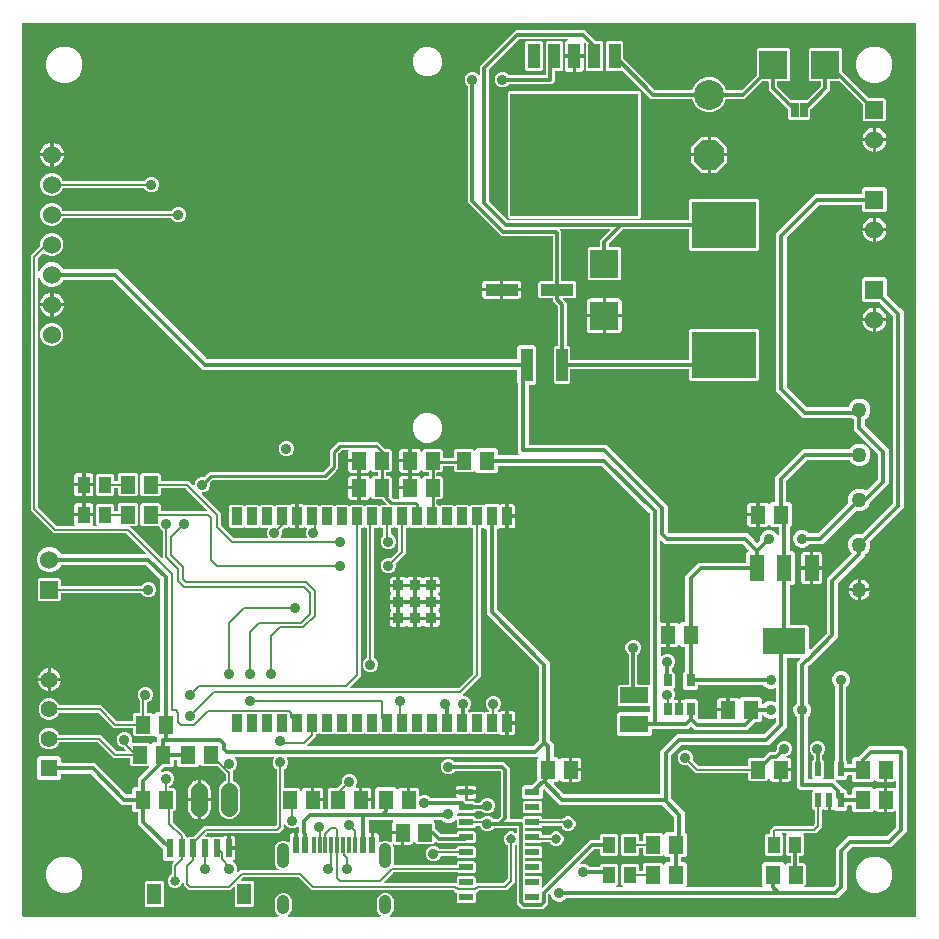
<source format=gbr>
G04 EAGLE Gerber RS-274X export*
G75*
%MOMM*%
%FSLAX34Y34*%
%LPD*%
%INTop Copper*%
%IPPOS*%
%AMOC8*
5,1,8,0,0,1.08239X$1,22.5*%
G01*
%ADD10C,2.540000*%
%ADD11P,2.749271X8X292.500000*%
%ADD12R,2.800000X1.000000*%
%ADD13R,1.100000X1.450000*%
%ADD14R,2.400000X2.400000*%
%ADD15R,1.000000X2.800000*%
%ADD16R,1.418000X1.418000*%
%ADD17C,1.418000*%
%ADD18R,10.800000X10.410000*%
%ADD19R,1.066800X2.159000*%
%ADD20R,1.219000X2.235000*%
%ADD21R,3.600000X2.200000*%
%ADD22C,1.524000*%
%ADD23R,0.600000X1.550000*%
%ADD24R,1.200000X1.800000*%
%ADD25R,1.530000X1.530000*%
%ADD26C,1.530000*%
%ADD27R,0.635000X1.270000*%
%ADD28R,5.500000X4.000000*%
%ADD29R,0.889000X1.498600*%
%ADD30R,0.889000X0.889000*%
%ADD31R,0.550000X1.200000*%
%ADD32R,0.700000X1.000000*%
%ADD33R,1.300000X1.500000*%
%ADD34R,2.400000X1.400000*%
%ADD35C,1.270000*%
%ADD36C,1.422400*%
%ADD37R,1.200000X0.600000*%
%ADD38R,0.300000X1.450000*%
%ADD39R,0.600000X1.450000*%
%ADD40R,0.550000X1.450000*%
%ADD41C,1.000000*%
%ADD42C,0.203200*%
%ADD43C,0.914400*%
%ADD44C,0.812800*%
%ADD45C,0.254000*%
%ADD46C,0.304800*%

G36*
X218796Y2552D02*
X218796Y2552D01*
X218868Y2554D01*
X218917Y2572D01*
X218968Y2580D01*
X219032Y2614D01*
X219099Y2639D01*
X219140Y2671D01*
X219186Y2696D01*
X219235Y2748D01*
X219291Y2792D01*
X219319Y2836D01*
X219355Y2874D01*
X219385Y2939D01*
X219424Y2999D01*
X219437Y3050D01*
X219459Y3097D01*
X219467Y3168D01*
X219484Y3238D01*
X219480Y3290D01*
X219486Y3341D01*
X219471Y3412D01*
X219465Y3483D01*
X219445Y3531D01*
X219434Y3582D01*
X219397Y3643D01*
X219369Y3709D01*
X219324Y3765D01*
X219307Y3793D01*
X219290Y3808D01*
X219264Y3840D01*
X217538Y5566D01*
X216467Y8151D01*
X216467Y16949D01*
X217538Y19534D01*
X219516Y21512D01*
X222101Y22583D01*
X224899Y22583D01*
X227484Y21512D01*
X229462Y19534D01*
X230533Y16949D01*
X230533Y8151D01*
X229462Y5566D01*
X227736Y3840D01*
X227694Y3782D01*
X227645Y3730D01*
X227623Y3683D01*
X227593Y3641D01*
X227571Y3572D01*
X227541Y3507D01*
X227535Y3455D01*
X227520Y3405D01*
X227522Y3334D01*
X227514Y3263D01*
X227525Y3212D01*
X227527Y3160D01*
X227551Y3092D01*
X227566Y3022D01*
X227593Y2977D01*
X227611Y2929D01*
X227656Y2873D01*
X227693Y2811D01*
X227732Y2777D01*
X227765Y2737D01*
X227825Y2698D01*
X227879Y2651D01*
X227928Y2632D01*
X227972Y2604D01*
X228041Y2586D01*
X228108Y2559D01*
X228179Y2551D01*
X228210Y2543D01*
X228233Y2545D01*
X228274Y2541D01*
X305126Y2541D01*
X305196Y2552D01*
X305268Y2554D01*
X305317Y2572D01*
X305368Y2580D01*
X305432Y2614D01*
X305499Y2639D01*
X305540Y2671D01*
X305586Y2696D01*
X305635Y2748D01*
X305691Y2792D01*
X305719Y2836D01*
X305755Y2874D01*
X305785Y2939D01*
X305824Y2999D01*
X305837Y3050D01*
X305859Y3097D01*
X305867Y3168D01*
X305884Y3238D01*
X305880Y3290D01*
X305886Y3341D01*
X305871Y3412D01*
X305865Y3483D01*
X305845Y3531D01*
X305834Y3582D01*
X305797Y3643D01*
X305769Y3709D01*
X305724Y3765D01*
X305707Y3793D01*
X305690Y3808D01*
X305664Y3840D01*
X303938Y5566D01*
X302867Y8151D01*
X302867Y16949D01*
X303938Y19534D01*
X305916Y21512D01*
X308501Y22583D01*
X311299Y22583D01*
X313884Y21512D01*
X315862Y19534D01*
X316933Y16949D01*
X316933Y8151D01*
X315862Y5566D01*
X314136Y3840D01*
X314094Y3782D01*
X314045Y3730D01*
X314023Y3683D01*
X313993Y3641D01*
X313971Y3572D01*
X313941Y3507D01*
X313935Y3455D01*
X313920Y3405D01*
X313922Y3334D01*
X313914Y3263D01*
X313925Y3212D01*
X313927Y3160D01*
X313951Y3092D01*
X313966Y3022D01*
X313993Y2977D01*
X314011Y2929D01*
X314056Y2873D01*
X314093Y2811D01*
X314132Y2777D01*
X314165Y2737D01*
X314225Y2698D01*
X314279Y2651D01*
X314328Y2632D01*
X314372Y2604D01*
X314441Y2586D01*
X314508Y2559D01*
X314579Y2551D01*
X314610Y2543D01*
X314633Y2545D01*
X314674Y2541D01*
X758698Y2541D01*
X758718Y2544D01*
X758737Y2542D01*
X758839Y2564D01*
X758941Y2580D01*
X758958Y2590D01*
X758978Y2594D01*
X759067Y2647D01*
X759158Y2696D01*
X759172Y2710D01*
X759189Y2720D01*
X759256Y2799D01*
X759328Y2874D01*
X759336Y2892D01*
X759349Y2907D01*
X759388Y3003D01*
X759431Y3097D01*
X759433Y3117D01*
X759441Y3135D01*
X759459Y3302D01*
X759459Y758698D01*
X759456Y758718D01*
X759458Y758737D01*
X759436Y758839D01*
X759420Y758941D01*
X759410Y758958D01*
X759406Y758978D01*
X759353Y759067D01*
X759304Y759158D01*
X759290Y759172D01*
X759280Y759189D01*
X759201Y759256D01*
X759126Y759328D01*
X759108Y759336D01*
X759093Y759349D01*
X758997Y759388D01*
X758903Y759431D01*
X758883Y759433D01*
X758865Y759441D01*
X758698Y759459D01*
X3302Y759459D01*
X3282Y759456D01*
X3263Y759458D01*
X3161Y759436D01*
X3059Y759420D01*
X3042Y759410D01*
X3022Y759406D01*
X2933Y759353D01*
X2842Y759304D01*
X2828Y759290D01*
X2811Y759280D01*
X2744Y759201D01*
X2672Y759126D01*
X2664Y759108D01*
X2651Y759093D01*
X2612Y758997D01*
X2569Y758903D01*
X2567Y758883D01*
X2559Y758865D01*
X2541Y758698D01*
X2541Y3302D01*
X2544Y3282D01*
X2542Y3263D01*
X2564Y3161D01*
X2580Y3059D01*
X2590Y3042D01*
X2594Y3022D01*
X2647Y2933D01*
X2696Y2842D01*
X2710Y2828D01*
X2720Y2811D01*
X2799Y2744D01*
X2874Y2672D01*
X2892Y2664D01*
X2907Y2651D01*
X3003Y2612D01*
X3097Y2569D01*
X3117Y2567D01*
X3135Y2559D01*
X3302Y2541D01*
X218726Y2541D01*
X218796Y2552D01*
G37*
%LPC*%
G36*
X425454Y8937D02*
X425454Y8937D01*
X421287Y13104D01*
X421287Y62847D01*
X421276Y62918D01*
X421274Y62990D01*
X421256Y63039D01*
X421248Y63090D01*
X421214Y63154D01*
X421189Y63221D01*
X421157Y63262D01*
X421132Y63308D01*
X421080Y63357D01*
X421036Y63413D01*
X420992Y63441D01*
X420954Y63477D01*
X420889Y63507D01*
X420829Y63546D01*
X420778Y63559D01*
X420731Y63581D01*
X420660Y63588D01*
X420590Y63606D01*
X420538Y63602D01*
X420487Y63608D01*
X420416Y63592D01*
X420345Y63587D01*
X420297Y63566D01*
X420246Y63555D01*
X420185Y63518D01*
X420119Y63490D01*
X420063Y63446D01*
X420035Y63429D01*
X420020Y63411D01*
X419988Y63386D01*
X419978Y63376D01*
X419879Y63317D01*
X419875Y63312D01*
X419870Y63309D01*
X419795Y63219D01*
X419719Y63130D01*
X419717Y63124D01*
X419713Y63120D01*
X419671Y63011D01*
X419627Y62902D01*
X419626Y62894D01*
X419625Y62890D01*
X419624Y62872D01*
X419609Y62735D01*
X419609Y31757D01*
X412743Y24891D01*
X389479Y24891D01*
X389389Y24877D01*
X389298Y24869D01*
X389268Y24857D01*
X389236Y24852D01*
X389155Y24809D01*
X389071Y24773D01*
X389039Y24747D01*
X389019Y24736D01*
X388996Y24713D01*
X388940Y24668D01*
X386812Y22540D01*
X386734Y22498D01*
X386720Y22484D01*
X386703Y22474D01*
X386636Y22395D01*
X386564Y22320D01*
X386556Y22302D01*
X386543Y22287D01*
X386504Y22191D01*
X386461Y22097D01*
X386459Y22077D01*
X386451Y22059D01*
X386433Y21892D01*
X386433Y15208D01*
X385242Y14017D01*
X371558Y14017D01*
X370367Y15208D01*
X370367Y21892D01*
X370364Y21912D01*
X370366Y21931D01*
X370344Y22033D01*
X370328Y22135D01*
X370318Y22152D01*
X370314Y22172D01*
X370261Y22261D01*
X370212Y22352D01*
X370198Y22366D01*
X370188Y22383D01*
X370109Y22450D01*
X370034Y22522D01*
X370016Y22530D01*
X370001Y22543D01*
X369974Y22554D01*
X367860Y24668D01*
X367786Y24721D01*
X367716Y24781D01*
X367686Y24793D01*
X367660Y24812D01*
X367573Y24839D01*
X367488Y24873D01*
X367447Y24877D01*
X367425Y24884D01*
X367393Y24883D01*
X367321Y24891D01*
X247657Y24891D01*
X236992Y35556D01*
X236918Y35609D01*
X236849Y35669D01*
X236819Y35681D01*
X236792Y35700D01*
X236705Y35727D01*
X236621Y35761D01*
X236580Y35765D01*
X236557Y35772D01*
X236525Y35771D01*
X236454Y35779D01*
X189796Y35779D01*
X189706Y35765D01*
X189615Y35757D01*
X189585Y35745D01*
X189553Y35740D01*
X189472Y35697D01*
X189388Y35661D01*
X189356Y35635D01*
X189336Y35624D01*
X189313Y35601D01*
X189257Y35556D01*
X187733Y34032D01*
X187691Y33974D01*
X187642Y33922D01*
X187620Y33875D01*
X187590Y33833D01*
X187569Y33764D01*
X187538Y33699D01*
X187533Y33647D01*
X187517Y33597D01*
X187519Y33526D01*
X187511Y33455D01*
X187522Y33404D01*
X187524Y33352D01*
X187548Y33284D01*
X187564Y33214D01*
X187590Y33169D01*
X187608Y33121D01*
X187653Y33065D01*
X187690Y33003D01*
X187729Y32969D01*
X187762Y32929D01*
X187822Y32890D01*
X187877Y32843D01*
X187925Y32824D01*
X187969Y32796D01*
X188038Y32778D01*
X188105Y32751D01*
X188176Y32743D01*
X188207Y32735D01*
X188231Y32737D01*
X188272Y32733D01*
X197242Y32733D01*
X198433Y31542D01*
X198433Y11858D01*
X197242Y10667D01*
X183558Y10667D01*
X182367Y11858D01*
X182367Y26828D01*
X182356Y26899D01*
X182354Y26971D01*
X182336Y27020D01*
X182328Y27071D01*
X182294Y27134D01*
X182269Y27202D01*
X182237Y27242D01*
X182212Y27289D01*
X182160Y27338D01*
X182116Y27394D01*
X182072Y27422D01*
X182034Y27458D01*
X181969Y27488D01*
X181909Y27527D01*
X181858Y27540D01*
X181811Y27562D01*
X181740Y27569D01*
X181670Y27587D01*
X181618Y27583D01*
X181567Y27589D01*
X181496Y27573D01*
X181425Y27568D01*
X181377Y27547D01*
X181326Y27536D01*
X181265Y27500D01*
X181199Y27471D01*
X181143Y27427D01*
X181115Y27410D01*
X181100Y27392D01*
X181068Y27367D01*
X178592Y24891D01*
X143517Y24891D01*
X141508Y26900D01*
X139191Y29217D01*
X139191Y30430D01*
X139176Y30526D01*
X139166Y30623D01*
X139156Y30647D01*
X139152Y30672D01*
X139106Y30758D01*
X139066Y30847D01*
X139049Y30867D01*
X139036Y30890D01*
X138966Y30957D01*
X138900Y31028D01*
X138877Y31041D01*
X138858Y31059D01*
X138770Y31100D01*
X138684Y31147D01*
X138659Y31152D01*
X138635Y31163D01*
X138538Y31173D01*
X138442Y31191D01*
X138416Y31187D01*
X138391Y31190D01*
X138295Y31169D01*
X138199Y31155D01*
X138176Y31143D01*
X138150Y31138D01*
X138067Y31088D01*
X137980Y31043D01*
X137961Y31025D01*
X137939Y31011D01*
X137876Y30937D01*
X137808Y30868D01*
X137792Y30839D01*
X137779Y30824D01*
X137767Y30794D01*
X137727Y30721D01*
X137249Y29566D01*
X135534Y27851D01*
X133293Y26923D01*
X130867Y26923D01*
X128626Y27851D01*
X126911Y29566D01*
X125983Y31807D01*
X125983Y34233D01*
X126911Y36474D01*
X128662Y38224D01*
X128761Y38283D01*
X128765Y38288D01*
X128770Y38291D01*
X128845Y38381D01*
X128921Y38470D01*
X128923Y38476D01*
X128927Y38481D01*
X128969Y38589D01*
X129013Y38698D01*
X129014Y38706D01*
X129015Y38710D01*
X129016Y38729D01*
X129031Y38865D01*
X129031Y46983D01*
X130400Y48352D01*
X130442Y48410D01*
X130491Y48462D01*
X130513Y48509D01*
X130544Y48551D01*
X130565Y48620D01*
X130595Y48685D01*
X130601Y48737D01*
X130616Y48787D01*
X130614Y48858D01*
X130622Y48929D01*
X130611Y48980D01*
X130610Y49032D01*
X130585Y49100D01*
X130570Y49170D01*
X130543Y49215D01*
X130525Y49263D01*
X130480Y49319D01*
X130444Y49381D01*
X130404Y49415D01*
X130372Y49455D01*
X130311Y49494D01*
X130257Y49541D01*
X130208Y49560D01*
X130165Y49588D01*
X130095Y49606D01*
X130029Y49633D01*
X129957Y49641D01*
X129926Y49649D01*
X129903Y49647D01*
X129862Y49651D01*
X123137Y49651D01*
X121351Y51437D01*
X121351Y59717D01*
X121337Y59807D01*
X121329Y59898D01*
X121317Y59927D01*
X121312Y59959D01*
X121269Y60040D01*
X121233Y60124D01*
X121207Y60156D01*
X121196Y60177D01*
X121173Y60199D01*
X121128Y60255D01*
X103129Y78254D01*
X100227Y81156D01*
X100227Y90290D01*
X100224Y90310D01*
X100226Y90329D01*
X100204Y90431D01*
X100188Y90533D01*
X100178Y90550D01*
X100174Y90570D01*
X100121Y90659D01*
X100072Y90750D01*
X100058Y90764D01*
X100048Y90781D01*
X99969Y90848D01*
X99894Y90920D01*
X99876Y90928D01*
X99861Y90941D01*
X99765Y90980D01*
X99671Y91023D01*
X99651Y91025D01*
X99633Y91033D01*
X99466Y91051D01*
X97037Y91051D01*
X95251Y92837D01*
X95251Y96266D01*
X95248Y96286D01*
X95250Y96305D01*
X95228Y96407D01*
X95212Y96509D01*
X95202Y96526D01*
X95198Y96546D01*
X95145Y96635D01*
X95096Y96726D01*
X95082Y96740D01*
X95072Y96757D01*
X94993Y96824D01*
X94918Y96896D01*
X94900Y96904D01*
X94885Y96917D01*
X94789Y96956D01*
X94695Y96999D01*
X94675Y97001D01*
X94657Y97009D01*
X94490Y97027D01*
X87006Y97027D01*
X60559Y123474D01*
X60485Y123527D01*
X60415Y123587D01*
X60385Y123599D01*
X60359Y123618D01*
X60272Y123645D01*
X60187Y123679D01*
X60146Y123683D01*
X60124Y123690D01*
X60092Y123689D01*
X60021Y123697D01*
X36300Y123697D01*
X36280Y123694D01*
X36261Y123696D01*
X36159Y123674D01*
X36057Y123658D01*
X36040Y123648D01*
X36020Y123644D01*
X35931Y123591D01*
X35840Y123542D01*
X35826Y123528D01*
X35809Y123518D01*
X35742Y123439D01*
X35670Y123364D01*
X35662Y123346D01*
X35649Y123331D01*
X35610Y123235D01*
X35567Y123141D01*
X35565Y123121D01*
X35557Y123103D01*
X35539Y122936D01*
X35539Y119917D01*
X33753Y118131D01*
X17047Y118131D01*
X15261Y119917D01*
X15261Y136623D01*
X17047Y138409D01*
X33753Y138409D01*
X35539Y136623D01*
X35539Y133604D01*
X35542Y133584D01*
X35540Y133565D01*
X35562Y133463D01*
X35578Y133361D01*
X35588Y133344D01*
X35592Y133324D01*
X35645Y133235D01*
X35694Y133144D01*
X35708Y133130D01*
X35718Y133113D01*
X35797Y133046D01*
X35872Y132974D01*
X35890Y132966D01*
X35905Y132953D01*
X36001Y132914D01*
X36095Y132871D01*
X36115Y132869D01*
X36133Y132861D01*
X36300Y132843D01*
X64124Y132843D01*
X90571Y106396D01*
X90645Y106343D01*
X90715Y106283D01*
X90745Y106271D01*
X90771Y106252D01*
X90858Y106225D01*
X90943Y106191D01*
X90984Y106187D01*
X91006Y106180D01*
X91038Y106181D01*
X91109Y106173D01*
X94490Y106173D01*
X94510Y106176D01*
X94529Y106174D01*
X94631Y106196D01*
X94733Y106212D01*
X94750Y106222D01*
X94770Y106226D01*
X94859Y106279D01*
X94950Y106328D01*
X94964Y106342D01*
X94981Y106352D01*
X95048Y106431D01*
X95120Y106506D01*
X95128Y106524D01*
X95141Y106539D01*
X95180Y106635D01*
X95223Y106729D01*
X95225Y106749D01*
X95233Y106767D01*
X95251Y106934D01*
X95251Y110363D01*
X97037Y112149D01*
X99466Y112149D01*
X99486Y112152D01*
X99505Y112150D01*
X99607Y112172D01*
X99709Y112188D01*
X99726Y112198D01*
X99746Y112202D01*
X99835Y112255D01*
X99926Y112304D01*
X99940Y112318D01*
X99957Y112328D01*
X100024Y112407D01*
X100096Y112482D01*
X100104Y112500D01*
X100117Y112515D01*
X100156Y112611D01*
X100199Y112705D01*
X100201Y112725D01*
X100209Y112743D01*
X100227Y112910D01*
X100227Y119394D01*
X109701Y128868D01*
X109743Y128926D01*
X109792Y128978D01*
X109814Y129025D01*
X109844Y129067D01*
X109866Y129136D01*
X109896Y129201D01*
X109901Y129253D01*
X109917Y129303D01*
X109915Y129374D01*
X109923Y129445D01*
X109912Y129496D01*
X109910Y129548D01*
X109886Y129616D01*
X109871Y129686D01*
X109844Y129731D01*
X109826Y129779D01*
X109781Y129835D01*
X109744Y129897D01*
X109705Y129931D01*
X109672Y129971D01*
X109612Y130010D01*
X109558Y130057D01*
X109509Y130076D01*
X109465Y130104D01*
X109396Y130122D01*
X109329Y130149D01*
X109258Y130157D01*
X109227Y130165D01*
X109204Y130163D01*
X109163Y130167D01*
X94918Y130167D01*
X93727Y131358D01*
X93727Y135890D01*
X93724Y135910D01*
X93726Y135929D01*
X93704Y136031D01*
X93688Y136133D01*
X93678Y136150D01*
X93674Y136170D01*
X93621Y136259D01*
X93572Y136350D01*
X93558Y136364D01*
X93548Y136381D01*
X93469Y136448D01*
X93394Y136520D01*
X93376Y136528D01*
X93361Y136541D01*
X93265Y136580D01*
X93171Y136623D01*
X93151Y136625D01*
X93133Y136633D01*
X92966Y136651D01*
X80017Y136651D01*
X66670Y149998D01*
X66596Y150051D01*
X66527Y150111D01*
X66497Y150123D01*
X66470Y150142D01*
X66383Y150169D01*
X66299Y150203D01*
X66258Y150207D01*
X66235Y150214D01*
X66203Y150213D01*
X66132Y150221D01*
X34520Y150221D01*
X34405Y150202D01*
X34289Y150185D01*
X34284Y150183D01*
X34277Y150182D01*
X34175Y150127D01*
X34070Y150074D01*
X34066Y150069D01*
X34060Y150066D01*
X33980Y149982D01*
X33898Y149898D01*
X33894Y149892D01*
X33891Y149888D01*
X33883Y149871D01*
X33817Y149751D01*
X33134Y148102D01*
X30568Y145536D01*
X27215Y144147D01*
X23585Y144147D01*
X20232Y145536D01*
X17666Y148102D01*
X16277Y151455D01*
X16277Y155085D01*
X17666Y158438D01*
X20232Y161004D01*
X23585Y162393D01*
X27215Y162393D01*
X30568Y161004D01*
X33134Y158438D01*
X33817Y156789D01*
X33879Y156689D01*
X33938Y156589D01*
X33943Y156585D01*
X33946Y156580D01*
X34037Y156505D01*
X34125Y156429D01*
X34131Y156427D01*
X34136Y156423D01*
X34244Y156381D01*
X34353Y156337D01*
X34361Y156336D01*
X34366Y156335D01*
X34384Y156334D01*
X34520Y156319D01*
X68973Y156319D01*
X82320Y142972D01*
X82394Y142919D01*
X82463Y142859D01*
X82493Y142847D01*
X82520Y142828D01*
X82607Y142801D01*
X82691Y142767D01*
X82732Y142763D01*
X82755Y142756D01*
X82787Y142757D01*
X82858Y142749D01*
X89862Y142749D01*
X89933Y142760D01*
X90004Y142762D01*
X90053Y142780D01*
X90105Y142788D01*
X90168Y142822D01*
X90235Y142847D01*
X90276Y142879D01*
X90322Y142904D01*
X90371Y142956D01*
X90427Y143000D01*
X90456Y143044D01*
X90491Y143082D01*
X90522Y143147D01*
X90560Y143207D01*
X90573Y143258D01*
X90595Y143305D01*
X90603Y143376D01*
X90620Y143446D01*
X90616Y143498D01*
X90622Y143549D01*
X90607Y143620D01*
X90601Y143691D01*
X90581Y143739D01*
X90570Y143790D01*
X90533Y143851D01*
X90505Y143917D01*
X90460Y143973D01*
X90444Y144001D01*
X90426Y144016D01*
X90400Y144048D01*
X88876Y145572D01*
X88802Y145625D01*
X88733Y145685D01*
X88703Y145697D01*
X88676Y145716D01*
X88589Y145743D01*
X88505Y145777D01*
X88464Y145781D01*
X88441Y145788D01*
X88409Y145787D01*
X88338Y145795D01*
X87586Y145795D01*
X85159Y146801D01*
X83301Y148659D01*
X82295Y151086D01*
X82295Y153714D01*
X83301Y156141D01*
X85159Y157999D01*
X87586Y159005D01*
X90214Y159005D01*
X92641Y157999D01*
X94499Y156141D01*
X95505Y153714D01*
X95505Y151086D01*
X95173Y150285D01*
X95162Y150241D01*
X95143Y150199D01*
X95135Y150122D01*
X95117Y150046D01*
X95121Y150000D01*
X95116Y149955D01*
X95133Y149878D01*
X95140Y149801D01*
X95159Y149759D01*
X95168Y149714D01*
X95208Y149647D01*
X95240Y149576D01*
X95271Y149542D01*
X95294Y149503D01*
X95354Y149452D01*
X95406Y149395D01*
X95446Y149373D01*
X95481Y149343D01*
X95554Y149314D01*
X95622Y149277D01*
X95667Y149268D01*
X95710Y149251D01*
X95845Y149236D01*
X95864Y149233D01*
X95869Y149234D01*
X95876Y149233D01*
X109602Y149233D01*
X110503Y148331D01*
X110519Y148320D01*
X110532Y148304D01*
X110619Y148248D01*
X110703Y148188D01*
X110722Y148182D01*
X110739Y148171D01*
X110839Y148146D01*
X110938Y148116D01*
X110958Y148116D01*
X110977Y148111D01*
X111080Y148119D01*
X111184Y148122D01*
X111203Y148129D01*
X111223Y148130D01*
X111318Y148171D01*
X111415Y148206D01*
X111431Y148219D01*
X111449Y148227D01*
X111580Y148331D01*
X113497Y150249D01*
X115926Y150249D01*
X115946Y150252D01*
X115965Y150250D01*
X116067Y150272D01*
X116169Y150288D01*
X116186Y150298D01*
X116206Y150302D01*
X116295Y150355D01*
X116386Y150404D01*
X116400Y150418D01*
X116417Y150428D01*
X116484Y150507D01*
X116556Y150582D01*
X116564Y150600D01*
X116577Y150615D01*
X116616Y150711D01*
X116659Y150805D01*
X116661Y150825D01*
X116669Y150843D01*
X116687Y151010D01*
X116687Y153790D01*
X116684Y153810D01*
X116686Y153829D01*
X116664Y153931D01*
X116648Y154033D01*
X116638Y154050D01*
X116634Y154070D01*
X116581Y154159D01*
X116532Y154250D01*
X116518Y154264D01*
X116508Y154281D01*
X116429Y154348D01*
X116354Y154420D01*
X116336Y154428D01*
X116321Y154441D01*
X116225Y154480D01*
X116131Y154523D01*
X116111Y154525D01*
X116093Y154533D01*
X116051Y154537D01*
X114120Y156469D01*
X114104Y156480D01*
X114091Y156496D01*
X114004Y156552D01*
X113920Y156612D01*
X113901Y156618D01*
X113884Y156629D01*
X113784Y156654D01*
X113685Y156684D01*
X113665Y156684D01*
X113646Y156689D01*
X113543Y156681D01*
X113439Y156678D01*
X113420Y156671D01*
X113401Y156670D01*
X113306Y156629D01*
X113208Y156594D01*
X113193Y156581D01*
X113174Y156573D01*
X113043Y156469D01*
X112142Y155567D01*
X97458Y155567D01*
X96267Y156758D01*
X96267Y161290D01*
X96264Y161310D01*
X96266Y161329D01*
X96244Y161431D01*
X96228Y161533D01*
X96218Y161550D01*
X96214Y161570D01*
X96161Y161659D01*
X96112Y161750D01*
X96098Y161764D01*
X96088Y161781D01*
X96009Y161848D01*
X95934Y161920D01*
X95916Y161928D01*
X95901Y161941D01*
X95805Y161980D01*
X95711Y162023D01*
X95691Y162025D01*
X95673Y162033D01*
X95506Y162051D01*
X80017Y162051D01*
X67070Y174998D01*
X66996Y175051D01*
X66927Y175111D01*
X66897Y175123D01*
X66870Y175142D01*
X66783Y175169D01*
X66699Y175203D01*
X66658Y175207D01*
X66635Y175214D01*
X66603Y175213D01*
X66532Y175221D01*
X34520Y175221D01*
X34405Y175202D01*
X34289Y175185D01*
X34284Y175183D01*
X34277Y175182D01*
X34175Y175127D01*
X34070Y175074D01*
X34066Y175069D01*
X34060Y175066D01*
X33980Y174982D01*
X33898Y174898D01*
X33894Y174892D01*
X33891Y174888D01*
X33883Y174871D01*
X33817Y174751D01*
X33134Y173102D01*
X30568Y170536D01*
X27215Y169147D01*
X23585Y169147D01*
X20232Y170536D01*
X17666Y173102D01*
X16277Y176455D01*
X16277Y180085D01*
X17666Y183438D01*
X20232Y186004D01*
X23585Y187393D01*
X27215Y187393D01*
X30568Y186004D01*
X33134Y183438D01*
X33817Y181789D01*
X33879Y181689D01*
X33938Y181589D01*
X33943Y181585D01*
X33946Y181580D01*
X34037Y181505D01*
X34125Y181429D01*
X34131Y181427D01*
X34136Y181423D01*
X34244Y181381D01*
X34353Y181337D01*
X34361Y181336D01*
X34366Y181335D01*
X34384Y181334D01*
X34520Y181319D01*
X69373Y181319D01*
X82320Y168372D01*
X82394Y168319D01*
X82463Y168259D01*
X82493Y168247D01*
X82520Y168228D01*
X82607Y168201D01*
X82691Y168167D01*
X82732Y168163D01*
X82755Y168156D01*
X82787Y168157D01*
X82858Y168149D01*
X95506Y168149D01*
X95526Y168152D01*
X95545Y168150D01*
X95647Y168172D01*
X95749Y168188D01*
X95766Y168198D01*
X95786Y168202D01*
X95875Y168255D01*
X95966Y168304D01*
X95980Y168318D01*
X95997Y168328D01*
X96064Y168407D01*
X96136Y168482D01*
X96144Y168500D01*
X96157Y168515D01*
X96196Y168611D01*
X96239Y168705D01*
X96241Y168725D01*
X96249Y168743D01*
X96267Y168910D01*
X96267Y173442D01*
X97458Y174633D01*
X100990Y174633D01*
X101010Y174636D01*
X101029Y174634D01*
X101131Y174656D01*
X101233Y174672D01*
X101250Y174682D01*
X101270Y174686D01*
X101359Y174739D01*
X101450Y174788D01*
X101464Y174802D01*
X101481Y174812D01*
X101548Y174891D01*
X101620Y174966D01*
X101628Y174984D01*
X101641Y174999D01*
X101680Y175095D01*
X101723Y175189D01*
X101725Y175209D01*
X101733Y175227D01*
X101751Y175394D01*
X101751Y185773D01*
X101737Y185863D01*
X101729Y185954D01*
X101717Y185984D01*
X101712Y186016D01*
X101669Y186096D01*
X101633Y186180D01*
X101607Y186212D01*
X101596Y186233D01*
X101573Y186255D01*
X101528Y186311D01*
X101081Y186759D01*
X100075Y189186D01*
X100075Y191814D01*
X101081Y194241D01*
X102939Y196099D01*
X105366Y197105D01*
X107994Y197105D01*
X110421Y196099D01*
X112279Y194241D01*
X113285Y191814D01*
X113285Y189186D01*
X112279Y186759D01*
X110421Y184901D01*
X108319Y184030D01*
X108219Y183968D01*
X108119Y183908D01*
X108115Y183904D01*
X108110Y183900D01*
X108035Y183810D01*
X107959Y183721D01*
X107957Y183716D01*
X107953Y183711D01*
X107911Y183602D01*
X107867Y183493D01*
X107866Y183486D01*
X107865Y183481D01*
X107864Y183463D01*
X107849Y183327D01*
X107849Y175394D01*
X107852Y175374D01*
X107850Y175355D01*
X107872Y175253D01*
X107888Y175151D01*
X107898Y175134D01*
X107902Y175114D01*
X107955Y175025D01*
X108004Y174934D01*
X108018Y174920D01*
X108028Y174903D01*
X108107Y174836D01*
X108182Y174764D01*
X108200Y174756D01*
X108215Y174743D01*
X108311Y174704D01*
X108405Y174661D01*
X108425Y174659D01*
X108443Y174651D01*
X108610Y174633D01*
X112142Y174633D01*
X113043Y173731D01*
X113059Y173720D01*
X113072Y173704D01*
X113159Y173648D01*
X113243Y173588D01*
X113262Y173582D01*
X113279Y173571D01*
X113379Y173546D01*
X113478Y173516D01*
X113498Y173516D01*
X113517Y173511D01*
X113620Y173519D01*
X113724Y173522D01*
X113743Y173529D01*
X113763Y173530D01*
X113858Y173571D01*
X113955Y173606D01*
X113971Y173619D01*
X113989Y173627D01*
X114120Y173731D01*
X116037Y175649D01*
X118466Y175649D01*
X118486Y175652D01*
X118505Y175650D01*
X118607Y175672D01*
X118709Y175688D01*
X118726Y175698D01*
X118746Y175702D01*
X118835Y175755D01*
X118926Y175804D01*
X118940Y175818D01*
X118957Y175828D01*
X119024Y175907D01*
X119096Y175982D01*
X119104Y176000D01*
X119117Y176015D01*
X119156Y176111D01*
X119199Y176205D01*
X119201Y176225D01*
X119209Y176243D01*
X119227Y176410D01*
X119227Y288011D01*
X119224Y288030D01*
X119226Y288049D01*
X119211Y288118D01*
X119205Y288192D01*
X119193Y288221D01*
X119188Y288253D01*
X119178Y288272D01*
X119174Y288289D01*
X119139Y288348D01*
X119109Y288418D01*
X119083Y288450D01*
X119072Y288471D01*
X119057Y288486D01*
X119048Y288500D01*
X119033Y288513D01*
X119004Y288549D01*
X107549Y300004D01*
X107475Y300057D01*
X107405Y300117D01*
X107375Y300129D01*
X107349Y300148D01*
X107262Y300175D01*
X107177Y300209D01*
X107136Y300213D01*
X107114Y300220D01*
X107082Y300219D01*
X107011Y300227D01*
X35595Y300227D01*
X35480Y300208D01*
X35364Y300191D01*
X35358Y300189D01*
X35352Y300188D01*
X35249Y300133D01*
X35145Y300080D01*
X35140Y300075D01*
X35135Y300072D01*
X35055Y299988D01*
X34972Y299904D01*
X34969Y299898D01*
X34965Y299894D01*
X34957Y299877D01*
X34891Y299757D01*
X34470Y298740D01*
X31460Y295730D01*
X27528Y294101D01*
X23272Y294101D01*
X19340Y295730D01*
X16330Y298740D01*
X14701Y302672D01*
X14701Y306928D01*
X16330Y310860D01*
X19340Y313870D01*
X23272Y315499D01*
X27528Y315499D01*
X31460Y313870D01*
X34470Y310860D01*
X34891Y309843D01*
X34953Y309743D01*
X35013Y309643D01*
X35018Y309639D01*
X35021Y309634D01*
X35111Y309559D01*
X35200Y309483D01*
X35206Y309481D01*
X35211Y309477D01*
X35319Y309435D01*
X35428Y309391D01*
X35436Y309390D01*
X35440Y309389D01*
X35458Y309388D01*
X35595Y309373D01*
X106401Y309373D01*
X106471Y309384D01*
X106543Y309386D01*
X106592Y309404D01*
X106643Y309412D01*
X106707Y309446D01*
X106774Y309471D01*
X106815Y309503D01*
X106861Y309528D01*
X106910Y309580D01*
X106966Y309624D01*
X106994Y309668D01*
X107030Y309706D01*
X107060Y309771D01*
X107099Y309831D01*
X107112Y309882D01*
X107134Y309929D01*
X107142Y310000D01*
X107159Y310070D01*
X107155Y310122D01*
X107161Y310173D01*
X107146Y310244D01*
X107140Y310315D01*
X107120Y310363D01*
X107109Y310414D01*
X107072Y310475D01*
X107044Y310541D01*
X106999Y310597D01*
X106982Y310625D01*
X106965Y310640D01*
X106939Y310672D01*
X90683Y326928D01*
X90609Y326981D01*
X90539Y327041D01*
X90509Y327053D01*
X90483Y327072D01*
X90396Y327099D01*
X90311Y327133D01*
X90270Y327137D01*
X90248Y327144D01*
X90216Y327143D01*
X90145Y327151D01*
X29217Y327151D01*
X9651Y346717D01*
X9651Y562603D01*
X17624Y570576D01*
X17677Y570650D01*
X17737Y570719D01*
X17749Y570749D01*
X17768Y570776D01*
X17795Y570863D01*
X17829Y570947D01*
X17833Y570988D01*
X17840Y571011D01*
X17839Y571043D01*
X17847Y571114D01*
X17847Y573420D01*
X19317Y576968D01*
X22032Y579683D01*
X25580Y581153D01*
X29420Y581153D01*
X32968Y579683D01*
X35683Y576968D01*
X37153Y573420D01*
X37153Y569580D01*
X35683Y566032D01*
X32968Y563317D01*
X29420Y561847D01*
X25580Y561847D01*
X22032Y563317D01*
X21049Y564300D01*
X21032Y564312D01*
X21020Y564328D01*
X20933Y564384D01*
X20849Y564444D01*
X20830Y564450D01*
X20813Y564461D01*
X20712Y564486D01*
X20614Y564516D01*
X20594Y564516D01*
X20574Y564521D01*
X20472Y564513D01*
X20368Y564510D01*
X20349Y564503D01*
X20329Y564502D01*
X20235Y564461D01*
X20137Y564426D01*
X20121Y564413D01*
X20103Y564405D01*
X19972Y564300D01*
X15972Y560300D01*
X15928Y560239D01*
X15894Y560204D01*
X15888Y560191D01*
X15859Y560157D01*
X15847Y560127D01*
X15828Y560100D01*
X15801Y560013D01*
X15767Y559929D01*
X15763Y559888D01*
X15756Y559865D01*
X15757Y559833D01*
X15749Y559762D01*
X15749Y549436D01*
X15764Y549340D01*
X15774Y549243D01*
X15784Y549219D01*
X15788Y549193D01*
X15834Y549107D01*
X15874Y549018D01*
X15891Y548999D01*
X15904Y548976D01*
X15974Y548909D01*
X16040Y548837D01*
X16063Y548824D01*
X16082Y548806D01*
X16170Y548765D01*
X16256Y548718D01*
X16281Y548714D01*
X16305Y548703D01*
X16402Y548692D01*
X16498Y548675D01*
X16524Y548678D01*
X16549Y548676D01*
X16645Y548696D01*
X16741Y548710D01*
X16764Y548722D01*
X16790Y548728D01*
X16873Y548778D01*
X16960Y548822D01*
X16979Y548841D01*
X17001Y548854D01*
X17064Y548928D01*
X17132Y548997D01*
X17148Y549026D01*
X17161Y549041D01*
X17173Y549072D01*
X17213Y549144D01*
X18455Y552143D01*
X21457Y555145D01*
X25378Y556769D01*
X29622Y556769D01*
X33543Y555145D01*
X36545Y552143D01*
X36959Y551143D01*
X37021Y551043D01*
X37081Y550943D01*
X37085Y550939D01*
X37089Y550934D01*
X37179Y550859D01*
X37267Y550783D01*
X37273Y550781D01*
X37278Y550777D01*
X37387Y550735D01*
X37496Y550691D01*
X37503Y550690D01*
X37508Y550689D01*
X37526Y550688D01*
X37662Y550673D01*
X83174Y550673D01*
X159151Y474696D01*
X159225Y474643D01*
X159295Y474583D01*
X159325Y474571D01*
X159351Y474552D01*
X159438Y474525D01*
X159523Y474491D01*
X159564Y474487D01*
X159586Y474480D01*
X159618Y474481D01*
X159689Y474473D01*
X420690Y474473D01*
X420710Y474476D01*
X420729Y474474D01*
X420831Y474496D01*
X420933Y474512D01*
X420950Y474522D01*
X420970Y474526D01*
X421059Y474579D01*
X421150Y474628D01*
X421164Y474642D01*
X421181Y474652D01*
X421248Y474731D01*
X421320Y474806D01*
X421328Y474824D01*
X421341Y474839D01*
X421380Y474935D01*
X421423Y475029D01*
X421425Y475049D01*
X421433Y475067D01*
X421451Y475234D01*
X421451Y485163D01*
X423237Y486949D01*
X435763Y486949D01*
X437549Y485163D01*
X437549Y454637D01*
X435763Y452851D01*
X432054Y452851D01*
X432034Y452848D01*
X432015Y452850D01*
X431913Y452828D01*
X431811Y452812D01*
X431794Y452802D01*
X431774Y452798D01*
X431685Y452745D01*
X431594Y452696D01*
X431580Y452682D01*
X431563Y452672D01*
X431496Y452593D01*
X431424Y452518D01*
X431416Y452500D01*
X431403Y452485D01*
X431364Y452389D01*
X431321Y452295D01*
X431319Y452275D01*
X431311Y452257D01*
X431293Y452090D01*
X431293Y402590D01*
X431296Y402570D01*
X431294Y402551D01*
X431316Y402449D01*
X431332Y402347D01*
X431342Y402330D01*
X431346Y402310D01*
X431399Y402221D01*
X431448Y402130D01*
X431462Y402116D01*
X431472Y402099D01*
X431551Y402032D01*
X431626Y401960D01*
X431644Y401952D01*
X431659Y401939D01*
X431755Y401900D01*
X431849Y401857D01*
X431869Y401855D01*
X431887Y401847D01*
X432054Y401829D01*
X497179Y401829D01*
X548897Y350111D01*
X548897Y329105D01*
X548899Y329090D01*
X548898Y329078D01*
X548912Y329014D01*
X548919Y328924D01*
X548931Y328895D01*
X548936Y328863D01*
X548979Y328782D01*
X549015Y328698D01*
X549041Y328666D01*
X549052Y328645D01*
X549075Y328623D01*
X549120Y328567D01*
X550311Y327376D01*
X550385Y327323D01*
X550455Y327263D01*
X550485Y327251D01*
X550511Y327232D01*
X550598Y327205D01*
X550683Y327171D01*
X550724Y327167D01*
X550746Y327160D01*
X550778Y327161D01*
X550849Y327153D01*
X616574Y327153D01*
X621793Y321934D01*
X621793Y321749D01*
X621807Y321659D01*
X621815Y321568D01*
X621827Y321539D01*
X621832Y321507D01*
X621875Y321426D01*
X621911Y321342D01*
X621937Y321310D01*
X621948Y321289D01*
X621971Y321267D01*
X622016Y321211D01*
X624052Y319175D01*
X624068Y319163D01*
X624080Y319148D01*
X624168Y319092D01*
X624251Y319032D01*
X624270Y319026D01*
X624287Y319015D01*
X624388Y318990D01*
X624487Y318959D01*
X624506Y318960D01*
X624526Y318955D01*
X624629Y318963D01*
X624732Y318966D01*
X624751Y318972D01*
X624771Y318974D01*
X624866Y319014D01*
X624963Y319050D01*
X624979Y319063D01*
X624997Y319070D01*
X625128Y319175D01*
X627156Y321203D01*
X627209Y321277D01*
X627269Y321347D01*
X627281Y321377D01*
X627300Y321403D01*
X627327Y321490D01*
X627361Y321575D01*
X627365Y321616D01*
X627372Y321638D01*
X627371Y321670D01*
X627379Y321741D01*
X627379Y324096D01*
X628539Y326897D01*
X630683Y329041D01*
X633484Y330201D01*
X636516Y330201D01*
X639317Y329041D01*
X641461Y326897D01*
X641663Y326409D01*
X641714Y326326D01*
X641760Y326240D01*
X641779Y326222D01*
X641792Y326200D01*
X641867Y326137D01*
X641938Y326070D01*
X641962Y326059D01*
X641982Y326043D01*
X642073Y326008D01*
X642161Y325967D01*
X642187Y325964D01*
X642211Y325955D01*
X642309Y325950D01*
X642405Y325940D01*
X642431Y325945D01*
X642457Y325944D01*
X642551Y325971D01*
X642646Y325992D01*
X642668Y326005D01*
X642693Y326013D01*
X642773Y326068D01*
X642857Y326118D01*
X642874Y326138D01*
X642895Y326153D01*
X642954Y326231D01*
X643017Y326305D01*
X643027Y326329D01*
X643042Y326350D01*
X643072Y326443D01*
X643109Y326533D01*
X643112Y326566D01*
X643118Y326584D01*
X643118Y326617D01*
X643127Y326700D01*
X643127Y331590D01*
X643124Y331610D01*
X643126Y331629D01*
X643104Y331731D01*
X643088Y331833D01*
X643078Y331850D01*
X643074Y331870D01*
X643021Y331959D01*
X642972Y332050D01*
X642958Y332064D01*
X642948Y332081D01*
X642869Y332148D01*
X642794Y332220D01*
X642776Y332228D01*
X642761Y332241D01*
X642665Y332280D01*
X642571Y332323D01*
X642551Y332325D01*
X642533Y332333D01*
X642366Y332351D01*
X636737Y332351D01*
X635179Y333909D01*
X635163Y333921D01*
X635150Y333937D01*
X635063Y333993D01*
X634979Y334053D01*
X634960Y334059D01*
X634944Y334070D01*
X634843Y334095D01*
X634744Y334125D01*
X634724Y334125D01*
X634705Y334130D01*
X634602Y334122D01*
X634498Y334119D01*
X634480Y334112D01*
X634460Y334110D01*
X634365Y334070D01*
X634267Y334034D01*
X634252Y334022D01*
X634233Y334014D01*
X634103Y333909D01*
X633560Y333367D01*
X632981Y333032D01*
X632334Y332859D01*
X627023Y332859D01*
X627023Y342138D01*
X627020Y342158D01*
X627022Y342177D01*
X627000Y342279D01*
X626983Y342381D01*
X626974Y342398D01*
X626970Y342418D01*
X626917Y342507D01*
X626868Y342598D01*
X626854Y342612D01*
X626844Y342629D01*
X626765Y342696D01*
X626690Y342767D01*
X626672Y342776D01*
X626657Y342789D01*
X626561Y342828D01*
X626467Y342871D01*
X626447Y342873D01*
X626429Y342881D01*
X626262Y342899D01*
X625499Y342899D01*
X625499Y342901D01*
X626262Y342901D01*
X626282Y342904D01*
X626301Y342902D01*
X626403Y342924D01*
X626505Y342941D01*
X626522Y342950D01*
X626542Y342954D01*
X626631Y343007D01*
X626722Y343056D01*
X626736Y343070D01*
X626753Y343080D01*
X626820Y343159D01*
X626891Y343234D01*
X626900Y343252D01*
X626913Y343267D01*
X626952Y343363D01*
X626995Y343457D01*
X626997Y343477D01*
X627005Y343495D01*
X627023Y343662D01*
X627023Y352941D01*
X632334Y352941D01*
X632981Y352768D01*
X633560Y352433D01*
X634103Y351891D01*
X634119Y351879D01*
X634131Y351863D01*
X634219Y351807D01*
X634302Y351747D01*
X634321Y351741D01*
X634338Y351730D01*
X634439Y351705D01*
X634537Y351675D01*
X634557Y351675D01*
X634577Y351670D01*
X634680Y351678D01*
X634783Y351681D01*
X634802Y351688D01*
X634822Y351690D01*
X634917Y351730D01*
X635014Y351766D01*
X635030Y351778D01*
X635048Y351786D01*
X635179Y351891D01*
X636737Y353449D01*
X639166Y353449D01*
X639186Y353452D01*
X639205Y353450D01*
X639307Y353472D01*
X639409Y353488D01*
X639426Y353498D01*
X639446Y353502D01*
X639535Y353555D01*
X639626Y353604D01*
X639640Y353618D01*
X639657Y353628D01*
X639724Y353707D01*
X639796Y353782D01*
X639804Y353800D01*
X639817Y353815D01*
X639856Y353911D01*
X639899Y354005D01*
X639901Y354025D01*
X639909Y354043D01*
X639927Y354210D01*
X639927Y374614D01*
X663586Y398273D01*
X702412Y398273D01*
X702527Y398291D01*
X702643Y398309D01*
X702649Y398311D01*
X702655Y398312D01*
X702758Y398367D01*
X702863Y398420D01*
X702867Y398425D01*
X702872Y398428D01*
X702953Y398512D01*
X703035Y398596D01*
X703038Y398602D01*
X703042Y398606D01*
X703050Y398623D01*
X703116Y398743D01*
X703232Y399024D01*
X705876Y401668D01*
X709330Y403099D01*
X713070Y403099D01*
X716524Y401668D01*
X719168Y399024D01*
X720599Y395570D01*
X720599Y391830D01*
X719168Y388376D01*
X716524Y385732D01*
X713070Y384301D01*
X709330Y384301D01*
X705876Y385732D01*
X703232Y388376D01*
X703116Y388657D01*
X703054Y388756D01*
X702994Y388857D01*
X702989Y388861D01*
X702986Y388866D01*
X702897Y388940D01*
X702807Y389017D01*
X702801Y389019D01*
X702797Y389023D01*
X702689Y389064D01*
X702579Y389109D01*
X702572Y389110D01*
X702567Y389111D01*
X702549Y389112D01*
X702412Y389127D01*
X667689Y389127D01*
X667599Y389113D01*
X667508Y389105D01*
X667479Y389093D01*
X667447Y389088D01*
X667366Y389045D01*
X667282Y389009D01*
X667250Y388983D01*
X667229Y388972D01*
X667207Y388949D01*
X667151Y388904D01*
X649296Y371049D01*
X649243Y370975D01*
X649183Y370905D01*
X649171Y370875D01*
X649152Y370849D01*
X649125Y370762D01*
X649091Y370677D01*
X649087Y370636D01*
X649080Y370614D01*
X649081Y370582D01*
X649073Y370511D01*
X649073Y354210D01*
X649074Y354202D01*
X649074Y354199D01*
X649076Y354189D01*
X649074Y354171D01*
X649096Y354069D01*
X649112Y353967D01*
X649122Y353950D01*
X649126Y353930D01*
X649179Y353841D01*
X649228Y353750D01*
X649242Y353736D01*
X649252Y353719D01*
X649331Y353652D01*
X649406Y353580D01*
X649424Y353572D01*
X649439Y353559D01*
X649535Y353520D01*
X649629Y353477D01*
X649649Y353475D01*
X649667Y353467D01*
X649834Y353449D01*
X652263Y353449D01*
X654049Y351663D01*
X654049Y334137D01*
X652496Y332584D01*
X652443Y332510D01*
X652383Y332441D01*
X652371Y332411D01*
X652352Y332384D01*
X652325Y332297D01*
X652291Y332213D01*
X652287Y332172D01*
X652280Y332149D01*
X652281Y332117D01*
X652273Y332046D01*
X652273Y312675D01*
X652276Y312655D01*
X652274Y312636D01*
X652296Y312534D01*
X652312Y312432D01*
X652322Y312415D01*
X652326Y312395D01*
X652379Y312306D01*
X652428Y312215D01*
X652442Y312201D01*
X652452Y312184D01*
X652531Y312117D01*
X652606Y312045D01*
X652624Y312037D01*
X652639Y312024D01*
X652735Y311985D01*
X652829Y311942D01*
X652849Y311940D01*
X652867Y311932D01*
X653034Y311914D01*
X655058Y311914D01*
X656844Y310128D01*
X656844Y285252D01*
X655058Y283466D01*
X653034Y283466D01*
X653014Y283463D01*
X652995Y283465D01*
X652893Y283443D01*
X652791Y283427D01*
X652774Y283417D01*
X652754Y283413D01*
X652665Y283360D01*
X652574Y283311D01*
X652560Y283297D01*
X652543Y283287D01*
X652476Y283208D01*
X652404Y283133D01*
X652396Y283115D01*
X652383Y283100D01*
X652344Y283003D01*
X652301Y282910D01*
X652299Y282890D01*
X652291Y282872D01*
X652273Y282705D01*
X652273Y250520D01*
X652276Y250500D01*
X652274Y250481D01*
X652296Y250379D01*
X652312Y250277D01*
X652322Y250260D01*
X652326Y250240D01*
X652379Y250151D01*
X652428Y250060D01*
X652442Y250046D01*
X652452Y250029D01*
X652531Y249962D01*
X652606Y249890D01*
X652624Y249882D01*
X652639Y249869D01*
X652735Y249830D01*
X652829Y249787D01*
X652849Y249785D01*
X652867Y249777D01*
X653034Y249759D01*
X666963Y249759D01*
X668749Y247973D01*
X668749Y229598D01*
X668760Y229527D01*
X668762Y229455D01*
X668780Y229406D01*
X668788Y229355D01*
X668822Y229291D01*
X668847Y229224D01*
X668879Y229183D01*
X668904Y229137D01*
X668956Y229088D01*
X669000Y229032D01*
X669044Y229004D01*
X669082Y228968D01*
X669147Y228938D01*
X669207Y228899D01*
X669258Y228886D01*
X669305Y228864D01*
X669376Y228857D01*
X669446Y228839D01*
X669498Y228843D01*
X669549Y228837D01*
X669620Y228853D01*
X669691Y228858D01*
X669739Y228878D01*
X669790Y228890D01*
X669851Y228926D01*
X669917Y228954D01*
X669973Y228999D01*
X670001Y229016D01*
X670016Y229034D01*
X670048Y229059D01*
X683544Y242555D01*
X683592Y242622D01*
X683636Y242668D01*
X683642Y242681D01*
X683657Y242699D01*
X683669Y242729D01*
X683688Y242755D01*
X683711Y242830D01*
X683739Y242891D01*
X683741Y242908D01*
X683749Y242927D01*
X683753Y242968D01*
X683760Y242990D01*
X683759Y243022D01*
X683767Y243094D01*
X683767Y288914D01*
X686669Y291816D01*
X704592Y309739D01*
X704604Y309755D01*
X704620Y309768D01*
X704676Y309855D01*
X704736Y309939D01*
X704742Y309958D01*
X704753Y309975D01*
X704778Y310075D01*
X704808Y310174D01*
X704808Y310194D01*
X704813Y310213D01*
X704805Y310316D01*
X704802Y310420D01*
X704795Y310439D01*
X704794Y310458D01*
X704753Y310553D01*
X704717Y310651D01*
X704705Y310667D01*
X704697Y310685D01*
X704592Y310816D01*
X703232Y312176D01*
X701801Y315630D01*
X701801Y319370D01*
X703232Y322824D01*
X705876Y325468D01*
X709330Y326899D01*
X713070Y326899D01*
X713351Y326782D01*
X713465Y326756D01*
X713578Y326727D01*
X713584Y326727D01*
X713590Y326726D01*
X713707Y326737D01*
X713823Y326746D01*
X713829Y326749D01*
X713835Y326749D01*
X713943Y326797D01*
X714049Y326842D01*
X714055Y326847D01*
X714060Y326849D01*
X714074Y326862D01*
X714180Y326947D01*
X739424Y352191D01*
X739468Y352252D01*
X739502Y352288D01*
X739508Y352301D01*
X739537Y352335D01*
X739549Y352365D01*
X739568Y352391D01*
X739595Y352478D01*
X739629Y352563D01*
X739633Y352604D01*
X739640Y352626D01*
X739639Y352658D01*
X739647Y352729D01*
X739647Y510871D01*
X739633Y510961D01*
X739625Y511052D01*
X739613Y511081D01*
X739608Y511113D01*
X739565Y511194D01*
X739529Y511278D01*
X739503Y511310D01*
X739492Y511331D01*
X739469Y511353D01*
X739424Y511409D01*
X728355Y522478D01*
X728281Y522531D01*
X728211Y522591D01*
X728181Y522603D01*
X728155Y522622D01*
X728068Y522649D01*
X727983Y522683D01*
X727942Y522687D01*
X727920Y522694D01*
X727888Y522693D01*
X727817Y522701D01*
X714987Y522701D01*
X713201Y524487D01*
X713201Y542313D01*
X714987Y544099D01*
X732813Y544099D01*
X734599Y542313D01*
X734599Y529483D01*
X734613Y529393D01*
X734621Y529302D01*
X734633Y529273D01*
X734638Y529241D01*
X734681Y529160D01*
X734717Y529076D01*
X734743Y529044D01*
X734754Y529023D01*
X734777Y529001D01*
X734822Y528945D01*
X745891Y517876D01*
X748793Y514974D01*
X748793Y348626D01*
X745891Y345724D01*
X720647Y320480D01*
X720599Y320414D01*
X720596Y320410D01*
X720594Y320407D01*
X720579Y320386D01*
X720509Y320292D01*
X720507Y320286D01*
X720504Y320281D01*
X720469Y320169D01*
X720433Y320058D01*
X720433Y320052D01*
X720431Y320046D01*
X720434Y319929D01*
X720435Y319812D01*
X720438Y319805D01*
X720438Y319800D01*
X720444Y319782D01*
X720482Y319651D01*
X720599Y319370D01*
X720599Y315630D01*
X719168Y312176D01*
X716524Y309532D01*
X716243Y309416D01*
X716144Y309354D01*
X716043Y309294D01*
X716039Y309289D01*
X716034Y309286D01*
X715960Y309197D01*
X715883Y309107D01*
X715881Y309101D01*
X715877Y309097D01*
X715835Y308989D01*
X715791Y308879D01*
X715790Y308872D01*
X715789Y308867D01*
X715788Y308849D01*
X715773Y308712D01*
X715773Y307986D01*
X693136Y285349D01*
X693083Y285275D01*
X693023Y285205D01*
X693011Y285175D01*
X692992Y285149D01*
X692965Y285062D01*
X692931Y284977D01*
X692927Y284936D01*
X692920Y284914D01*
X692921Y284882D01*
X692913Y284811D01*
X692913Y238990D01*
X669488Y215565D01*
X669387Y215565D01*
X669297Y215551D01*
X669206Y215543D01*
X669177Y215531D01*
X669145Y215526D01*
X669064Y215483D01*
X668980Y215447D01*
X668948Y215421D01*
X668927Y215410D01*
X668905Y215387D01*
X668849Y215342D01*
X667736Y214229D01*
X667683Y214155D01*
X667623Y214085D01*
X667611Y214055D01*
X667592Y214029D01*
X667565Y213942D01*
X667531Y213857D01*
X667527Y213816D01*
X667520Y213794D01*
X667521Y213762D01*
X667513Y213691D01*
X667513Y184320D01*
X667527Y184230D01*
X667535Y184139D01*
X667547Y184109D01*
X667552Y184077D01*
X667595Y183997D01*
X667631Y183913D01*
X667657Y183880D01*
X667668Y183860D01*
X667691Y183838D01*
X667736Y183782D01*
X669401Y182117D01*
X670561Y179316D01*
X670561Y176284D01*
X669401Y173483D01*
X667736Y171818D01*
X667683Y171744D01*
X667623Y171675D01*
X667611Y171645D01*
X667592Y171619D01*
X667565Y171532D01*
X667531Y171447D01*
X667527Y171406D01*
X667520Y171384D01*
X667521Y171351D01*
X667513Y171280D01*
X667513Y119634D01*
X667516Y119614D01*
X667514Y119595D01*
X667536Y119493D01*
X667552Y119391D01*
X667562Y119374D01*
X667566Y119354D01*
X667619Y119265D01*
X667668Y119174D01*
X667682Y119160D01*
X667692Y119143D01*
X667771Y119076D01*
X667846Y119004D01*
X667864Y118996D01*
X667879Y118983D01*
X667975Y118944D01*
X668069Y118901D01*
X668089Y118899D01*
X668107Y118891D01*
X668274Y118873D01*
X671266Y118873D01*
X671336Y118884D01*
X671408Y118886D01*
X671457Y118904D01*
X671508Y118912D01*
X671572Y118946D01*
X671639Y118971D01*
X671680Y119003D01*
X671726Y119028D01*
X671775Y119080D01*
X671831Y119124D01*
X671859Y119168D01*
X671895Y119206D01*
X671925Y119271D01*
X671964Y119331D01*
X671977Y119382D01*
X671999Y119429D01*
X672007Y119500D01*
X672024Y119570D01*
X672020Y119622D01*
X672026Y119673D01*
X672011Y119744D01*
X672005Y119815D01*
X671985Y119863D01*
X671974Y119914D01*
X671937Y119975D01*
X671909Y120041D01*
X671864Y120097D01*
X671848Y120125D01*
X671830Y120140D01*
X671804Y120172D01*
X671517Y120459D01*
X671517Y134143D01*
X672520Y135146D01*
X672573Y135220D01*
X672633Y135289D01*
X672645Y135320D01*
X672664Y135346D01*
X672691Y135433D01*
X672725Y135518D01*
X672729Y135559D01*
X672736Y135581D01*
X672735Y135613D01*
X672743Y135684D01*
X672743Y138322D01*
X672724Y138437D01*
X672707Y138553D01*
X672705Y138559D01*
X672704Y138565D01*
X672649Y138668D01*
X672596Y138772D01*
X672591Y138777D01*
X672588Y138782D01*
X672504Y138862D01*
X672420Y138945D01*
X672414Y138948D01*
X672410Y138952D01*
X672393Y138960D01*
X672273Y139026D01*
X671899Y139181D01*
X670041Y141039D01*
X669035Y143466D01*
X669035Y146094D01*
X670041Y148521D01*
X671899Y150379D01*
X674326Y151385D01*
X676954Y151385D01*
X679381Y150379D01*
X681239Y148521D01*
X682245Y146094D01*
X682245Y143466D01*
X681239Y141039D01*
X680080Y139879D01*
X680027Y139805D01*
X679967Y139736D01*
X679955Y139706D01*
X679936Y139679D01*
X679909Y139592D01*
X679875Y139508D01*
X679871Y139467D01*
X679864Y139444D01*
X679865Y139412D01*
X679857Y139341D01*
X679857Y135684D01*
X679871Y135594D01*
X679879Y135503D01*
X679891Y135474D01*
X679896Y135442D01*
X679939Y135361D01*
X679975Y135277D01*
X680001Y135245D01*
X680012Y135224D01*
X680035Y135202D01*
X680080Y135146D01*
X681083Y134143D01*
X681083Y120459D01*
X680796Y120172D01*
X680754Y120114D01*
X680705Y120062D01*
X680683Y120015D01*
X680652Y119973D01*
X680631Y119904D01*
X680601Y119839D01*
X680595Y119787D01*
X680580Y119737D01*
X680582Y119666D01*
X680574Y119595D01*
X680585Y119544D01*
X680586Y119492D01*
X680611Y119424D01*
X680626Y119354D01*
X680653Y119309D01*
X680671Y119261D01*
X680716Y119205D01*
X680752Y119143D01*
X680792Y119109D01*
X680825Y119069D01*
X680885Y119030D01*
X680939Y118983D01*
X680988Y118964D01*
X681032Y118936D01*
X681101Y118918D01*
X681168Y118891D01*
X681239Y118883D01*
X681270Y118875D01*
X681293Y118877D01*
X681334Y118873D01*
X688829Y118873D01*
X688900Y118884D01*
X688971Y118886D01*
X689020Y118904D01*
X689072Y118912D01*
X689135Y118946D01*
X689202Y118971D01*
X689243Y119003D01*
X689289Y119028D01*
X689338Y119080D01*
X689394Y119124D01*
X689423Y119168D01*
X689458Y119206D01*
X689489Y119271D01*
X689527Y119331D01*
X689540Y119382D01*
X689562Y119429D01*
X689570Y119500D01*
X689587Y119570D01*
X689583Y119622D01*
X689589Y119673D01*
X689574Y119744D01*
X689568Y119815D01*
X689548Y119863D01*
X689537Y119914D01*
X689501Y119973D01*
X689501Y134564D01*
X690504Y135567D01*
X690557Y135641D01*
X690617Y135710D01*
X690629Y135740D01*
X690648Y135767D01*
X690675Y135854D01*
X690709Y135938D01*
X690713Y135979D01*
X690720Y136002D01*
X690719Y136034D01*
X690727Y136105D01*
X690727Y197340D01*
X690713Y197430D01*
X690705Y197521D01*
X690693Y197551D01*
X690688Y197583D01*
X690645Y197664D01*
X690609Y197747D01*
X690583Y197780D01*
X690572Y197800D01*
X690549Y197822D01*
X690504Y197878D01*
X689499Y198883D01*
X688339Y201684D01*
X688339Y204716D01*
X689499Y207517D01*
X691643Y209661D01*
X694444Y210821D01*
X697476Y210821D01*
X700277Y209661D01*
X702421Y207517D01*
X703581Y204716D01*
X703581Y201684D01*
X702421Y198883D01*
X700241Y196704D01*
X700143Y196645D01*
X700139Y196641D01*
X700134Y196637D01*
X700059Y196547D01*
X699983Y196458D01*
X699981Y196453D01*
X699977Y196448D01*
X699935Y196339D01*
X699891Y196230D01*
X699890Y196223D01*
X699889Y196218D01*
X699888Y196200D01*
X699873Y196063D01*
X699873Y136105D01*
X699887Y136015D01*
X699895Y135924D01*
X699907Y135894D01*
X699912Y135862D01*
X699955Y135782D01*
X699991Y135698D01*
X700017Y135666D01*
X700028Y135645D01*
X700051Y135623D01*
X700096Y135567D01*
X701099Y134564D01*
X701099Y132334D01*
X701102Y132314D01*
X701100Y132295D01*
X701122Y132193D01*
X701138Y132091D01*
X701148Y132074D01*
X701152Y132054D01*
X701205Y131965D01*
X701254Y131874D01*
X701268Y131860D01*
X701278Y131843D01*
X701357Y131776D01*
X701432Y131704D01*
X701450Y131696D01*
X701465Y131683D01*
X701561Y131644D01*
X701655Y131601D01*
X701675Y131599D01*
X701693Y131591D01*
X701860Y131573D01*
X704090Y131573D01*
X704110Y131576D01*
X704129Y131574D01*
X704231Y131596D01*
X704333Y131612D01*
X704350Y131622D01*
X704370Y131626D01*
X704459Y131679D01*
X704550Y131728D01*
X704564Y131742D01*
X704581Y131752D01*
X704648Y131831D01*
X704720Y131906D01*
X704728Y131924D01*
X704741Y131939D01*
X704780Y132035D01*
X704823Y132129D01*
X704825Y132149D01*
X704833Y132167D01*
X704851Y132334D01*
X704851Y135763D01*
X706637Y137549D01*
X709887Y137549D01*
X709977Y137563D01*
X710068Y137571D01*
X710097Y137583D01*
X710129Y137588D01*
X710210Y137631D01*
X710294Y137667D01*
X710326Y137693D01*
X710347Y137704D01*
X710369Y137727D01*
X710425Y137772D01*
X712729Y140076D01*
X719466Y146813D01*
X748654Y146813D01*
X751333Y144134D01*
X751333Y74306D01*
X748431Y71404D01*
X738494Y61467D01*
X705789Y61467D01*
X705699Y61453D01*
X705608Y61445D01*
X705579Y61433D01*
X705547Y61428D01*
X705466Y61385D01*
X705382Y61349D01*
X705350Y61323D01*
X705329Y61312D01*
X705307Y61289D01*
X705251Y61244D01*
X700756Y56749D01*
X700703Y56675D01*
X700643Y56605D01*
X700631Y56575D01*
X700612Y56549D01*
X700585Y56462D01*
X700551Y56377D01*
X700547Y56336D01*
X700540Y56314D01*
X700541Y56282D01*
X700533Y56211D01*
X700533Y26046D01*
X692774Y18287D01*
X463720Y18287D01*
X463630Y18273D01*
X463539Y18265D01*
X463509Y18253D01*
X463477Y18248D01*
X463396Y18205D01*
X463313Y18169D01*
X463280Y18143D01*
X463260Y18132D01*
X463238Y18109D01*
X463182Y18064D01*
X461517Y16399D01*
X458716Y15239D01*
X455684Y15239D01*
X452883Y16399D01*
X450739Y18543D01*
X449568Y21371D01*
X449568Y21374D01*
X449566Y21446D01*
X449548Y21495D01*
X449540Y21546D01*
X449506Y21609D01*
X449481Y21677D01*
X449449Y21717D01*
X449424Y21763D01*
X449372Y21813D01*
X449328Y21869D01*
X449284Y21897D01*
X449246Y21933D01*
X449181Y21963D01*
X449121Y22002D01*
X449070Y22014D01*
X449023Y22036D01*
X448952Y22044D01*
X448882Y22062D01*
X448830Y22058D01*
X448779Y22063D01*
X448708Y22048D01*
X448637Y22043D01*
X448589Y22022D01*
X448538Y22011D01*
X448477Y21974D01*
X448411Y21946D01*
X448355Y21901D01*
X448327Y21885D01*
X448312Y21867D01*
X448280Y21841D01*
X447736Y21297D01*
X447682Y21223D01*
X447623Y21154D01*
X447611Y21124D01*
X447592Y21098D01*
X447565Y21010D01*
X447531Y20926D01*
X447527Y20885D01*
X447520Y20862D01*
X447521Y20830D01*
X447513Y20759D01*
X447513Y13104D01*
X445206Y10797D01*
X443346Y8937D01*
X425454Y8937D01*
G37*
%LPD*%
G36*
X120740Y305912D02*
X120740Y305912D01*
X120792Y305913D01*
X120860Y305938D01*
X120930Y305953D01*
X120975Y305980D01*
X121023Y305997D01*
X121079Y306042D01*
X121141Y306079D01*
X121175Y306119D01*
X121215Y306151D01*
X121254Y306211D01*
X121301Y306266D01*
X121320Y306314D01*
X121348Y306358D01*
X121366Y306428D01*
X121393Y306494D01*
X121401Y306565D01*
X121409Y306597D01*
X121407Y306620D01*
X121411Y306661D01*
X121411Y328885D01*
X121392Y329000D01*
X121375Y329116D01*
X121373Y329122D01*
X121372Y329128D01*
X121317Y329230D01*
X121264Y329335D01*
X121259Y329340D01*
X121256Y329345D01*
X121172Y329426D01*
X121088Y329508D01*
X121082Y329511D01*
X121078Y329515D01*
X121061Y329523D01*
X120941Y329589D01*
X120719Y329681D01*
X118861Y331539D01*
X118298Y332897D01*
X118236Y332997D01*
X118177Y333097D01*
X118172Y333101D01*
X118168Y333106D01*
X118078Y333181D01*
X117990Y333257D01*
X117984Y333259D01*
X117979Y333263D01*
X117871Y333305D01*
X117761Y333349D01*
X117754Y333350D01*
X117749Y333351D01*
X117731Y333352D01*
X117595Y333367D01*
X103758Y333367D01*
X102567Y334558D01*
X102567Y351242D01*
X103758Y352433D01*
X118442Y352433D01*
X119633Y351242D01*
X119633Y346710D01*
X119636Y346690D01*
X119634Y346671D01*
X119656Y346569D01*
X119672Y346467D01*
X119682Y346450D01*
X119686Y346430D01*
X119739Y346341D01*
X119788Y346250D01*
X119802Y346236D01*
X119812Y346219D01*
X119891Y346152D01*
X119966Y346080D01*
X119984Y346072D01*
X119999Y346059D01*
X120095Y346020D01*
X120189Y345977D01*
X120209Y345975D01*
X120227Y345967D01*
X120394Y345949D01*
X158442Y345949D01*
X158513Y345960D01*
X158584Y345962D01*
X158633Y345980D01*
X158685Y345988D01*
X158748Y346022D01*
X158815Y346047D01*
X158856Y346079D01*
X158902Y346104D01*
X158951Y346156D01*
X159007Y346200D01*
X159036Y346244D01*
X159071Y346282D01*
X159102Y346347D01*
X159140Y346407D01*
X159153Y346458D01*
X159175Y346505D01*
X159183Y346576D01*
X159200Y346646D01*
X159196Y346698D01*
X159202Y346749D01*
X159187Y346820D01*
X159181Y346891D01*
X159161Y346939D01*
X159150Y346990D01*
X159113Y347051D01*
X159085Y347117D01*
X159040Y347173D01*
X159024Y347201D01*
X159006Y347216D01*
X158980Y347248D01*
X141200Y365028D01*
X141126Y365081D01*
X141057Y365141D01*
X141027Y365153D01*
X141000Y365172D01*
X140913Y365199D01*
X140829Y365233D01*
X140788Y365237D01*
X140765Y365244D01*
X140733Y365243D01*
X140662Y365251D01*
X120394Y365251D01*
X120374Y365248D01*
X120355Y365250D01*
X120253Y365228D01*
X120151Y365212D01*
X120134Y365202D01*
X120114Y365198D01*
X120025Y365145D01*
X119934Y365096D01*
X119920Y365082D01*
X119903Y365072D01*
X119836Y364993D01*
X119764Y364918D01*
X119756Y364900D01*
X119743Y364885D01*
X119704Y364789D01*
X119661Y364695D01*
X119659Y364675D01*
X119651Y364657D01*
X119633Y364490D01*
X119633Y359958D01*
X118442Y358767D01*
X103758Y358767D01*
X102567Y359958D01*
X102567Y376642D01*
X103758Y377833D01*
X118442Y377833D01*
X119633Y376642D01*
X119633Y372110D01*
X119636Y372090D01*
X119634Y372071D01*
X119656Y371969D01*
X119672Y371867D01*
X119682Y371850D01*
X119686Y371830D01*
X119739Y371741D01*
X119788Y371650D01*
X119802Y371636D01*
X119812Y371619D01*
X119891Y371552D01*
X119966Y371480D01*
X119984Y371472D01*
X119999Y371459D01*
X120095Y371420D01*
X120189Y371377D01*
X120209Y371375D01*
X120227Y371367D01*
X120394Y371349D01*
X143503Y371349D01*
X147036Y367816D01*
X147094Y367774D01*
X147146Y367725D01*
X147193Y367703D01*
X147235Y367672D01*
X147304Y367651D01*
X147369Y367621D01*
X147421Y367615D01*
X147471Y367600D01*
X147542Y367602D01*
X147613Y367594D01*
X147664Y367605D01*
X147716Y367606D01*
X147784Y367631D01*
X147854Y367646D01*
X147899Y367673D01*
X147947Y367691D01*
X148003Y367736D01*
X148065Y367772D01*
X148099Y367812D01*
X148139Y367844D01*
X148178Y367905D01*
X148225Y367959D01*
X148244Y368008D01*
X148272Y368051D01*
X148290Y368121D01*
X148317Y368187D01*
X148325Y368259D01*
X148333Y368290D01*
X148331Y368313D01*
X148335Y368354D01*
X148335Y369614D01*
X149341Y372041D01*
X151199Y373899D01*
X153626Y374905D01*
X156278Y374905D01*
X156336Y374891D01*
X156449Y374862D01*
X156456Y374863D01*
X156462Y374862D01*
X156578Y374873D01*
X156695Y374882D01*
X156700Y374884D01*
X156707Y374885D01*
X156814Y374932D01*
X156921Y374978D01*
X156927Y374983D01*
X156931Y374985D01*
X156945Y374997D01*
X157052Y375083D01*
X159034Y377065D01*
X161192Y379223D01*
X257397Y379223D01*
X257487Y379237D01*
X257578Y379245D01*
X257607Y379257D01*
X257639Y379262D01*
X257720Y379305D01*
X257804Y379341D01*
X257836Y379367D01*
X257857Y379378D01*
X257879Y379401D01*
X257935Y379446D01*
X263174Y384685D01*
X263227Y384759D01*
X263287Y384828D01*
X263299Y384859D01*
X263318Y384885D01*
X263345Y384972D01*
X263379Y385057D01*
X263383Y385098D01*
X263390Y385120D01*
X263389Y385152D01*
X263397Y385223D01*
X263397Y397608D01*
X265555Y399766D01*
X268254Y402465D01*
X270412Y404623D01*
X303628Y404623D01*
X307825Y400426D01*
X309875Y398376D01*
X309949Y398323D01*
X310018Y398263D01*
X310049Y398251D01*
X310075Y398232D01*
X310162Y398205D01*
X310247Y398171D01*
X310288Y398167D01*
X310310Y398160D01*
X310342Y398161D01*
X310413Y398153D01*
X314022Y398153D01*
X315213Y396962D01*
X315213Y380278D01*
X314022Y379087D01*
X311074Y379087D01*
X311054Y379084D01*
X311035Y379086D01*
X310933Y379064D01*
X310831Y379048D01*
X310814Y379038D01*
X310794Y379034D01*
X310705Y378981D01*
X310614Y378932D01*
X310600Y378918D01*
X310583Y378908D01*
X310516Y378829D01*
X310444Y378754D01*
X310436Y378736D01*
X310423Y378721D01*
X310384Y378625D01*
X310341Y378531D01*
X310339Y378511D01*
X310331Y378493D01*
X310313Y378326D01*
X310313Y376054D01*
X310316Y376034D01*
X310314Y376015D01*
X310336Y375913D01*
X310352Y375811D01*
X310362Y375794D01*
X310366Y375774D01*
X310419Y375685D01*
X310468Y375594D01*
X310482Y375580D01*
X310492Y375563D01*
X310571Y375496D01*
X310646Y375424D01*
X310664Y375416D01*
X310679Y375403D01*
X310775Y375364D01*
X310869Y375321D01*
X310889Y375319D01*
X310907Y375311D01*
X311074Y375293D01*
X314022Y375293D01*
X315213Y374102D01*
X315213Y357793D01*
X315227Y357703D01*
X315235Y357612D01*
X315247Y357583D01*
X315252Y357551D01*
X315295Y357470D01*
X315331Y357386D01*
X315357Y357354D01*
X315368Y357333D01*
X315391Y357311D01*
X315436Y357255D01*
X316105Y356586D01*
X316179Y356532D01*
X316248Y356473D01*
X316279Y356461D01*
X316305Y356442D01*
X316392Y356415D01*
X316477Y356381D01*
X316518Y356377D01*
X316540Y356370D01*
X316572Y356371D01*
X316643Y356363D01*
X321246Y356363D01*
X321363Y356382D01*
X321481Y356400D01*
X321485Y356402D01*
X321489Y356402D01*
X321593Y356458D01*
X321699Y356513D01*
X321702Y356516D01*
X321706Y356518D01*
X321787Y356603D01*
X321871Y356689D01*
X321873Y356693D01*
X321875Y356696D01*
X321925Y356803D01*
X321977Y356911D01*
X321977Y356915D01*
X321979Y356919D01*
X321992Y357037D01*
X322007Y357155D01*
X322006Y357160D01*
X322006Y357163D01*
X322003Y357177D01*
X321981Y357321D01*
X321819Y357926D01*
X321819Y364237D01*
X330098Y364237D01*
X330118Y364240D01*
X330137Y364238D01*
X330239Y364260D01*
X330341Y364277D01*
X330358Y364286D01*
X330378Y364290D01*
X330467Y364343D01*
X330558Y364392D01*
X330572Y364406D01*
X330589Y364416D01*
X330656Y364495D01*
X330727Y364570D01*
X330736Y364588D01*
X330749Y364603D01*
X330788Y364699D01*
X330831Y364793D01*
X330833Y364813D01*
X330841Y364831D01*
X330859Y364998D01*
X330859Y365761D01*
X331622Y365761D01*
X331642Y365764D01*
X331661Y365762D01*
X331763Y365784D01*
X331865Y365801D01*
X331882Y365810D01*
X331902Y365814D01*
X331991Y365867D01*
X332082Y365916D01*
X332096Y365930D01*
X332113Y365940D01*
X332180Y366019D01*
X332251Y366094D01*
X332260Y366112D01*
X332273Y366127D01*
X332312Y366223D01*
X332355Y366317D01*
X332357Y366337D01*
X332365Y366355D01*
X332383Y366522D01*
X332383Y375801D01*
X337694Y375801D01*
X338341Y375628D01*
X338920Y375293D01*
X339393Y374820D01*
X339728Y374241D01*
X339831Y373856D01*
X339841Y373834D01*
X339845Y373810D01*
X339891Y373722D01*
X339932Y373632D01*
X339948Y373614D01*
X339960Y373593D01*
X340031Y373524D01*
X340099Y373451D01*
X340120Y373440D01*
X340138Y373423D01*
X340228Y373381D01*
X340315Y373334D01*
X340339Y373330D01*
X340361Y373320D01*
X340460Y373309D01*
X340558Y373292D01*
X340582Y373295D01*
X340605Y373293D01*
X340702Y373314D01*
X340801Y373329D01*
X340822Y373340D01*
X340846Y373345D01*
X340931Y373396D01*
X341020Y373441D01*
X341036Y373459D01*
X341057Y373471D01*
X341122Y373547D01*
X341191Y373618D01*
X341201Y373640D01*
X341217Y373658D01*
X341254Y373750D01*
X341297Y373840D01*
X341300Y373864D01*
X341309Y373886D01*
X341327Y374053D01*
X341327Y374102D01*
X342518Y375293D01*
X345796Y375293D01*
X345816Y375296D01*
X345835Y375294D01*
X345937Y375316D01*
X346039Y375332D01*
X346056Y375342D01*
X346076Y375346D01*
X346165Y375399D01*
X346256Y375448D01*
X346270Y375462D01*
X346287Y375472D01*
X346354Y375551D01*
X346426Y375626D01*
X346434Y375644D01*
X346447Y375659D01*
X346486Y375755D01*
X346529Y375849D01*
X346531Y375869D01*
X346539Y375887D01*
X346557Y376054D01*
X346557Y378326D01*
X346554Y378346D01*
X346556Y378365D01*
X346534Y378467D01*
X346518Y378569D01*
X346508Y378586D01*
X346504Y378606D01*
X346451Y378695D01*
X346402Y378786D01*
X346388Y378800D01*
X346378Y378817D01*
X346299Y378884D01*
X346224Y378956D01*
X346206Y378964D01*
X346191Y378977D01*
X346095Y379016D01*
X346001Y379059D01*
X345981Y379061D01*
X345963Y379069D01*
X345796Y379087D01*
X342518Y379087D01*
X341327Y380278D01*
X341327Y380327D01*
X341323Y380351D01*
X341326Y380375D01*
X341304Y380472D01*
X341288Y380570D01*
X341276Y380591D01*
X341271Y380615D01*
X341219Y380700D01*
X341172Y380787D01*
X341155Y380804D01*
X341142Y380824D01*
X341066Y380888D01*
X340994Y380957D01*
X340972Y380967D01*
X340954Y380982D01*
X340861Y381018D01*
X340771Y381060D01*
X340747Y381063D01*
X340725Y381072D01*
X340625Y381076D01*
X340527Y381087D01*
X340503Y381082D01*
X340479Y381083D01*
X340384Y381056D01*
X340286Y381035D01*
X340265Y381023D01*
X340242Y381016D01*
X340161Y380960D01*
X340075Y380909D01*
X340059Y380891D01*
X340040Y380877D01*
X339980Y380798D01*
X339915Y380722D01*
X339906Y380700D01*
X339892Y380680D01*
X339831Y380524D01*
X339728Y380139D01*
X339393Y379560D01*
X338920Y379087D01*
X338341Y378752D01*
X337694Y378579D01*
X332383Y378579D01*
X332383Y387858D01*
X332380Y387878D01*
X332382Y387897D01*
X332360Y387999D01*
X332343Y388101D01*
X332334Y388118D01*
X332330Y388138D01*
X332277Y388227D01*
X332228Y388318D01*
X332214Y388332D01*
X332204Y388349D01*
X332125Y388416D01*
X332050Y388487D01*
X332032Y388496D01*
X332017Y388509D01*
X331921Y388548D01*
X331827Y388591D01*
X331807Y388593D01*
X331789Y388601D01*
X331622Y388619D01*
X330859Y388619D01*
X330859Y388621D01*
X331622Y388621D01*
X331642Y388624D01*
X331661Y388622D01*
X331763Y388644D01*
X331865Y388661D01*
X331882Y388670D01*
X331902Y388674D01*
X331991Y388727D01*
X332082Y388776D01*
X332096Y388790D01*
X332113Y388800D01*
X332180Y388879D01*
X332251Y388954D01*
X332260Y388972D01*
X332273Y388987D01*
X332312Y389083D01*
X332355Y389177D01*
X332357Y389197D01*
X332365Y389215D01*
X332383Y389382D01*
X332383Y398661D01*
X337694Y398661D01*
X338341Y398488D01*
X338920Y398153D01*
X339393Y397680D01*
X339728Y397101D01*
X339831Y396716D01*
X339841Y396694D01*
X339845Y396670D01*
X339891Y396582D01*
X339932Y396492D01*
X339948Y396474D01*
X339960Y396453D01*
X340031Y396384D01*
X340099Y396311D01*
X340120Y396300D01*
X340138Y396283D01*
X340228Y396241D01*
X340315Y396194D01*
X340339Y396190D01*
X340361Y396180D01*
X340460Y396169D01*
X340558Y396152D01*
X340582Y396155D01*
X340605Y396153D01*
X340702Y396174D01*
X340801Y396189D01*
X340822Y396200D01*
X340846Y396205D01*
X340931Y396256D01*
X341020Y396301D01*
X341036Y396319D01*
X341057Y396331D01*
X341122Y396407D01*
X341191Y396478D01*
X341201Y396500D01*
X341217Y396518D01*
X341254Y396610D01*
X341297Y396700D01*
X341300Y396724D01*
X341309Y396746D01*
X341327Y396913D01*
X341327Y396962D01*
X342518Y398153D01*
X357202Y398153D01*
X358393Y396962D01*
X358393Y391744D01*
X358396Y391724D01*
X358394Y391705D01*
X358416Y391603D01*
X358432Y391501D01*
X358442Y391484D01*
X358446Y391464D01*
X358499Y391375D01*
X358548Y391284D01*
X358562Y391270D01*
X358572Y391253D01*
X358651Y391186D01*
X358726Y391114D01*
X358744Y391106D01*
X358759Y391093D01*
X358855Y391054D01*
X358949Y391011D01*
X358969Y391009D01*
X358987Y391001D01*
X359154Y390983D01*
X367286Y390983D01*
X367306Y390986D01*
X367325Y390984D01*
X367427Y391006D01*
X367529Y391022D01*
X367546Y391032D01*
X367566Y391036D01*
X367655Y391089D01*
X367746Y391138D01*
X367760Y391152D01*
X367777Y391162D01*
X367844Y391241D01*
X367916Y391316D01*
X367924Y391334D01*
X367937Y391349D01*
X367976Y391445D01*
X368019Y391539D01*
X368021Y391559D01*
X368029Y391577D01*
X368047Y391744D01*
X368047Y396962D01*
X369238Y398153D01*
X383922Y398153D01*
X384823Y397251D01*
X384839Y397240D01*
X384852Y397224D01*
X384939Y397168D01*
X385023Y397108D01*
X385042Y397102D01*
X385059Y397091D01*
X385159Y397066D01*
X385258Y397036D01*
X385278Y397036D01*
X385297Y397031D01*
X385400Y397039D01*
X385504Y397042D01*
X385523Y397049D01*
X385543Y397050D01*
X385638Y397091D01*
X385735Y397126D01*
X385751Y397139D01*
X385769Y397147D01*
X385900Y397251D01*
X387817Y399169D01*
X403343Y399169D01*
X405129Y397383D01*
X405129Y393954D01*
X405132Y393934D01*
X405130Y393915D01*
X405152Y393813D01*
X405168Y393711D01*
X405178Y393694D01*
X405182Y393674D01*
X405235Y393585D01*
X405284Y393494D01*
X405298Y393480D01*
X405308Y393463D01*
X405387Y393396D01*
X405462Y393324D01*
X405480Y393316D01*
X405495Y393303D01*
X405591Y393264D01*
X405685Y393221D01*
X405705Y393219D01*
X405723Y393211D01*
X405890Y393193D01*
X422479Y393193D01*
X422549Y393204D01*
X422621Y393206D01*
X422670Y393224D01*
X422721Y393232D01*
X422785Y393266D01*
X422852Y393291D01*
X422893Y393323D01*
X422939Y393348D01*
X422988Y393400D01*
X423044Y393444D01*
X423072Y393488D01*
X423108Y393526D01*
X423138Y393591D01*
X423177Y393651D01*
X423190Y393702D01*
X423212Y393749D01*
X423220Y393820D01*
X423237Y393890D01*
X423233Y393942D01*
X423239Y393993D01*
X423224Y394064D01*
X423218Y394135D01*
X423198Y394183D01*
X423187Y394234D01*
X423150Y394295D01*
X423122Y394361D01*
X423077Y394417D01*
X423060Y394445D01*
X423043Y394460D01*
X423017Y394492D01*
X422147Y395362D01*
X422147Y453626D01*
X422133Y453716D01*
X422125Y453807D01*
X422113Y453837D01*
X422108Y453869D01*
X422065Y453949D01*
X422029Y454033D01*
X422003Y454065D01*
X421992Y454086D01*
X421969Y454108D01*
X421924Y454164D01*
X421451Y454637D01*
X421451Y464566D01*
X421448Y464586D01*
X421450Y464605D01*
X421428Y464707D01*
X421412Y464809D01*
X421402Y464826D01*
X421398Y464846D01*
X421345Y464935D01*
X421296Y465026D01*
X421282Y465040D01*
X421272Y465057D01*
X421193Y465124D01*
X421118Y465196D01*
X421100Y465204D01*
X421085Y465217D01*
X420989Y465256D01*
X420895Y465299D01*
X420875Y465301D01*
X420857Y465309D01*
X420690Y465327D01*
X155586Y465327D01*
X79609Y541304D01*
X79535Y541357D01*
X79465Y541417D01*
X79435Y541429D01*
X79409Y541448D01*
X79322Y541475D01*
X79237Y541509D01*
X79196Y541513D01*
X79174Y541520D01*
X79142Y541519D01*
X79071Y541527D01*
X37662Y541527D01*
X37548Y541508D01*
X37431Y541491D01*
X37426Y541489D01*
X37420Y541488D01*
X37317Y541433D01*
X37212Y541380D01*
X37208Y541375D01*
X37202Y541372D01*
X37122Y541288D01*
X37040Y541204D01*
X37036Y541198D01*
X37033Y541194D01*
X37025Y541177D01*
X36959Y541057D01*
X36545Y540057D01*
X33543Y537055D01*
X29622Y535431D01*
X25378Y535431D01*
X21457Y537055D01*
X18455Y540057D01*
X17213Y543056D01*
X17162Y543139D01*
X17116Y543224D01*
X17098Y543242D01*
X17084Y543265D01*
X17008Y543327D01*
X16938Y543394D01*
X16914Y543405D01*
X16894Y543421D01*
X16803Y543456D01*
X16715Y543497D01*
X16689Y543500D01*
X16665Y543510D01*
X16567Y543514D01*
X16471Y543524D01*
X16445Y543519D01*
X16419Y543520D01*
X16325Y543493D01*
X16230Y543472D01*
X16208Y543459D01*
X16183Y543452D01*
X16103Y543396D01*
X16019Y543346D01*
X16002Y543326D01*
X15981Y543311D01*
X15922Y543233D01*
X15859Y543159D01*
X15849Y543135D01*
X15834Y543114D01*
X15804Y543021D01*
X15767Y542931D01*
X15764Y542899D01*
X15758Y542880D01*
X15758Y542847D01*
X15749Y542764D01*
X15749Y349558D01*
X15763Y349468D01*
X15771Y349377D01*
X15783Y349347D01*
X15788Y349315D01*
X15831Y349235D01*
X15867Y349151D01*
X15893Y349119D01*
X15904Y349098D01*
X15927Y349076D01*
X15972Y349020D01*
X31520Y333472D01*
X31594Y333419D01*
X31663Y333359D01*
X31693Y333347D01*
X31720Y333328D01*
X31807Y333301D01*
X31891Y333267D01*
X31932Y333263D01*
X31955Y333256D01*
X31987Y333257D01*
X32058Y333249D01*
X46134Y333249D01*
X46228Y333264D01*
X46323Y333273D01*
X46349Y333284D01*
X46377Y333288D01*
X46461Y333333D01*
X46548Y333371D01*
X46569Y333390D01*
X46594Y333404D01*
X46660Y333473D01*
X46730Y333537D01*
X46744Y333561D01*
X46764Y333582D01*
X46804Y333668D01*
X46850Y333752D01*
X46855Y333779D01*
X46867Y333805D01*
X46878Y333900D01*
X46895Y333993D01*
X46891Y334021D01*
X46894Y334049D01*
X46874Y334143D01*
X46861Y334237D01*
X46846Y334269D01*
X46842Y334290D01*
X46825Y334318D01*
X46793Y334391D01*
X46632Y334669D01*
X46459Y335316D01*
X46459Y341377D01*
X53738Y341377D01*
X53758Y341380D01*
X53777Y341378D01*
X53879Y341400D01*
X53981Y341417D01*
X53998Y341426D01*
X54018Y341430D01*
X54107Y341483D01*
X54198Y341532D01*
X54212Y341546D01*
X54229Y341556D01*
X54296Y341635D01*
X54367Y341710D01*
X54376Y341728D01*
X54389Y341743D01*
X54428Y341839D01*
X54471Y341933D01*
X54473Y341953D01*
X54481Y341971D01*
X54499Y342138D01*
X54499Y342901D01*
X54501Y342901D01*
X54501Y342138D01*
X54504Y342118D01*
X54502Y342099D01*
X54524Y341997D01*
X54541Y341895D01*
X54550Y341878D01*
X54554Y341858D01*
X54607Y341769D01*
X54656Y341678D01*
X54670Y341664D01*
X54680Y341647D01*
X54759Y341580D01*
X54834Y341509D01*
X54852Y341500D01*
X54867Y341487D01*
X54963Y341448D01*
X55057Y341405D01*
X55077Y341403D01*
X55095Y341395D01*
X55262Y341377D01*
X62541Y341377D01*
X62541Y335316D01*
X62368Y334669D01*
X62207Y334391D01*
X62173Y334301D01*
X62133Y334215D01*
X62130Y334187D01*
X62120Y334161D01*
X62116Y334065D01*
X62106Y333971D01*
X62112Y333943D01*
X62111Y333915D01*
X62138Y333823D01*
X62158Y333730D01*
X62172Y333706D01*
X62180Y333679D01*
X62235Y333601D01*
X62284Y333519D01*
X62306Y333501D01*
X62322Y333478D01*
X62399Y333421D01*
X62471Y333359D01*
X62497Y333349D01*
X62520Y333332D01*
X62610Y333303D01*
X62699Y333267D01*
X62735Y333263D01*
X62754Y333257D01*
X62787Y333257D01*
X62866Y333249D01*
X64689Y333249D01*
X64759Y333260D01*
X64831Y333262D01*
X64880Y333280D01*
X64931Y333288D01*
X64995Y333322D01*
X65062Y333347D01*
X65103Y333379D01*
X65149Y333404D01*
X65198Y333456D01*
X65254Y333500D01*
X65282Y333544D01*
X65318Y333582D01*
X65348Y333647D01*
X65387Y333707D01*
X65400Y333758D01*
X65422Y333805D01*
X65430Y333876D01*
X65447Y333946D01*
X65443Y333998D01*
X65449Y334049D01*
X65434Y334120D01*
X65428Y334191D01*
X65408Y334239D01*
X65397Y334290D01*
X65360Y334351D01*
X65332Y334417D01*
X65287Y334473D01*
X65271Y334501D01*
X65253Y334516D01*
X65227Y334548D01*
X64967Y334808D01*
X64967Y350992D01*
X66158Y352183D01*
X78842Y352183D01*
X80033Y350992D01*
X80033Y346710D01*
X80036Y346690D01*
X80034Y346671D01*
X80056Y346569D01*
X80072Y346467D01*
X80082Y346450D01*
X80086Y346430D01*
X80139Y346341D01*
X80188Y346250D01*
X80202Y346236D01*
X80212Y346219D01*
X80291Y346152D01*
X80366Y346080D01*
X80384Y346072D01*
X80399Y346059D01*
X80495Y346020D01*
X80589Y345977D01*
X80609Y345975D01*
X80627Y345967D01*
X80794Y345949D01*
X82806Y345949D01*
X82826Y345952D01*
X82845Y345950D01*
X82947Y345972D01*
X83049Y345988D01*
X83066Y345998D01*
X83086Y346002D01*
X83175Y346055D01*
X83266Y346104D01*
X83280Y346118D01*
X83297Y346128D01*
X83364Y346207D01*
X83436Y346282D01*
X83444Y346300D01*
X83457Y346315D01*
X83496Y346411D01*
X83539Y346505D01*
X83541Y346525D01*
X83549Y346543D01*
X83567Y346710D01*
X83567Y351242D01*
X84758Y352433D01*
X99442Y352433D01*
X100633Y351242D01*
X100633Y334558D01*
X99442Y333367D01*
X94705Y333367D01*
X94634Y333356D01*
X94562Y333354D01*
X94513Y333336D01*
X94462Y333328D01*
X94399Y333294D01*
X94331Y333269D01*
X94291Y333237D01*
X94245Y333212D01*
X94195Y333160D01*
X94139Y333116D01*
X94111Y333072D01*
X94075Y333034D01*
X94045Y332969D01*
X94006Y332909D01*
X93994Y332858D01*
X93972Y332811D01*
X93964Y332740D01*
X93946Y332670D01*
X93950Y332618D01*
X93945Y332567D01*
X93960Y332496D01*
X93965Y332425D01*
X93986Y332377D01*
X93997Y332326D01*
X94034Y332265D01*
X94062Y332199D01*
X94107Y332143D01*
X94123Y332115D01*
X94141Y332100D01*
X94167Y332068D01*
X94994Y331240D01*
X120112Y306123D01*
X120170Y306081D01*
X120222Y306031D01*
X120269Y306009D01*
X120311Y305979D01*
X120380Y305958D01*
X120445Y305928D01*
X120497Y305922D01*
X120547Y305907D01*
X120618Y305908D01*
X120689Y305901D01*
X120740Y305912D01*
G37*
G36*
X542056Y106176D02*
X542056Y106176D01*
X542075Y106174D01*
X542177Y106196D01*
X542279Y106212D01*
X542296Y106222D01*
X542316Y106226D01*
X542405Y106279D01*
X542496Y106328D01*
X542510Y106342D01*
X542527Y106352D01*
X542594Y106431D01*
X542666Y106506D01*
X542674Y106524D01*
X542687Y106539D01*
X542726Y106635D01*
X542769Y106729D01*
X542771Y106749D01*
X542779Y106767D01*
X542797Y106934D01*
X542797Y142864D01*
X556906Y156973D01*
X630251Y156973D01*
X630341Y156987D01*
X630432Y156995D01*
X630461Y157007D01*
X630493Y157012D01*
X630574Y157055D01*
X630658Y157091D01*
X630690Y157117D01*
X630711Y157128D01*
X630733Y157151D01*
X630789Y157196D01*
X640364Y166771D01*
X640417Y166845D01*
X640477Y166915D01*
X640489Y166945D01*
X640508Y166971D01*
X640535Y167058D01*
X640569Y167143D01*
X640573Y167184D01*
X640580Y167206D01*
X640579Y167238D01*
X640587Y167309D01*
X640587Y170306D01*
X640580Y170351D01*
X640582Y170397D01*
X640560Y170472D01*
X640548Y170548D01*
X640526Y170589D01*
X640513Y170633D01*
X640469Y170697D01*
X640432Y170766D01*
X640399Y170797D01*
X640373Y170835D01*
X640311Y170881D01*
X640254Y170935D01*
X640212Y170954D01*
X640176Y170982D01*
X640102Y171006D01*
X640031Y171039D01*
X639985Y171044D01*
X639942Y171058D01*
X639864Y171057D01*
X639787Y171066D01*
X639742Y171056D01*
X639696Y171056D01*
X639564Y171018D01*
X639546Y171014D01*
X639542Y171011D01*
X639535Y171009D01*
X637532Y170179D01*
X634500Y170179D01*
X631699Y171339D01*
X630034Y173004D01*
X629960Y173057D01*
X629891Y173117D01*
X629861Y173129D01*
X629835Y173148D01*
X629748Y173175D01*
X629663Y173209D01*
X629622Y173213D01*
X629600Y173220D01*
X629567Y173219D01*
X629496Y173227D01*
X629410Y173227D01*
X629390Y173224D01*
X629371Y173226D01*
X629269Y173204D01*
X629167Y173188D01*
X629150Y173178D01*
X629130Y173174D01*
X629041Y173121D01*
X628950Y173072D01*
X628936Y173058D01*
X628919Y173048D01*
X628852Y172969D01*
X628780Y172894D01*
X628772Y172876D01*
X628759Y172861D01*
X628720Y172765D01*
X628677Y172671D01*
X628675Y172651D01*
X628667Y172633D01*
X628649Y172466D01*
X628649Y169037D01*
X626863Y167251D01*
X623613Y167251D01*
X623523Y167237D01*
X623432Y167229D01*
X623403Y167217D01*
X623371Y167212D01*
X623290Y167169D01*
X623206Y167133D01*
X623174Y167107D01*
X623153Y167096D01*
X623131Y167073D01*
X623075Y167028D01*
X616574Y160527D01*
X572146Y160527D01*
X569498Y163175D01*
X569482Y163187D01*
X569470Y163202D01*
X569382Y163258D01*
X569299Y163318D01*
X569280Y163324D01*
X569263Y163335D01*
X569162Y163360D01*
X569063Y163391D01*
X569044Y163390D01*
X569024Y163395D01*
X568921Y163387D01*
X568818Y163384D01*
X568799Y163378D01*
X568779Y163376D01*
X568684Y163336D01*
X568587Y163300D01*
X568571Y163287D01*
X568553Y163280D01*
X568422Y163175D01*
X566474Y161227D01*
X536510Y161227D01*
X536490Y161224D01*
X536471Y161226D01*
X536369Y161204D01*
X536267Y161188D01*
X536250Y161178D01*
X536230Y161174D01*
X536141Y161121D01*
X536050Y161072D01*
X536036Y161058D01*
X536019Y161048D01*
X535952Y160969D01*
X535880Y160894D01*
X535872Y160876D01*
X535859Y160861D01*
X535820Y160765D01*
X535777Y160671D01*
X535775Y160651D01*
X535767Y160633D01*
X535749Y160466D01*
X535749Y157537D01*
X533963Y155751D01*
X507437Y155751D01*
X505651Y157537D01*
X505651Y174063D01*
X507437Y175849D01*
X533146Y175849D01*
X533166Y175852D01*
X533185Y175850D01*
X533287Y175872D01*
X533389Y175888D01*
X533406Y175898D01*
X533426Y175902D01*
X533515Y175955D01*
X533606Y176004D01*
X533620Y176018D01*
X533637Y176028D01*
X533704Y176107D01*
X533776Y176182D01*
X533784Y176200D01*
X533797Y176215D01*
X533836Y176311D01*
X533879Y176405D01*
X533881Y176425D01*
X533889Y176443D01*
X533907Y176610D01*
X533907Y180006D01*
X533904Y180026D01*
X533906Y180045D01*
X533884Y180147D01*
X533868Y180249D01*
X533858Y180266D01*
X533854Y180286D01*
X533801Y180375D01*
X533752Y180466D01*
X533738Y180480D01*
X533728Y180497D01*
X533649Y180564D01*
X533574Y180636D01*
X533556Y180644D01*
X533541Y180657D01*
X533445Y180696D01*
X533351Y180739D01*
X533331Y180741D01*
X533313Y180749D01*
X533146Y180767D01*
X507858Y180767D01*
X506667Y181958D01*
X506667Y197642D01*
X507858Y198833D01*
X515420Y198833D01*
X515440Y198836D01*
X515460Y198834D01*
X515561Y198856D01*
X515663Y198872D01*
X515680Y198882D01*
X515700Y198886D01*
X515789Y198939D01*
X515880Y198988D01*
X515894Y199002D01*
X515911Y199012D01*
X515978Y199091D01*
X516050Y199166D01*
X516058Y199184D01*
X516071Y199199D01*
X516110Y199295D01*
X516153Y199389D01*
X516155Y199409D01*
X516163Y199427D01*
X516181Y199594D01*
X516181Y224079D01*
X516179Y224093D01*
X516180Y224104D01*
X516168Y224161D01*
X516167Y224169D01*
X516160Y224260D01*
X516147Y224290D01*
X516142Y224322D01*
X516099Y224402D01*
X516063Y224486D01*
X516038Y224518D01*
X516027Y224539D01*
X516003Y224561D01*
X515958Y224617D01*
X514139Y226437D01*
X513133Y228864D01*
X513133Y231492D01*
X514139Y233919D01*
X515997Y235777D01*
X518424Y236783D01*
X521052Y236783D01*
X523479Y235777D01*
X525337Y233919D01*
X526343Y231492D01*
X526343Y228864D01*
X525337Y226437D01*
X523518Y224617D01*
X523465Y224543D01*
X523405Y224474D01*
X523393Y224444D01*
X523374Y224418D01*
X523348Y224331D01*
X523313Y224246D01*
X523309Y224205D01*
X523302Y224183D01*
X523303Y224150D01*
X523295Y224079D01*
X523295Y199594D01*
X523298Y199574D01*
X523296Y199555D01*
X523318Y199453D01*
X523335Y199351D01*
X523344Y199334D01*
X523348Y199314D01*
X523401Y199225D01*
X523450Y199134D01*
X523464Y199120D01*
X523474Y199103D01*
X523553Y199036D01*
X523628Y198964D01*
X523646Y198956D01*
X523661Y198943D01*
X523757Y198904D01*
X523851Y198861D01*
X523871Y198859D01*
X523889Y198851D01*
X524056Y198833D01*
X533146Y198833D01*
X533166Y198836D01*
X533185Y198834D01*
X533287Y198856D01*
X533389Y198872D01*
X533406Y198882D01*
X533426Y198886D01*
X533515Y198939D01*
X533606Y198988D01*
X533620Y199002D01*
X533637Y199012D01*
X533704Y199091D01*
X533776Y199166D01*
X533784Y199184D01*
X533797Y199199D01*
X533836Y199295D01*
X533879Y199389D01*
X533881Y199409D01*
X533889Y199427D01*
X533907Y199594D01*
X533907Y229445D01*
X533893Y229535D01*
X533885Y229626D01*
X533873Y229656D01*
X533868Y229688D01*
X533825Y229768D01*
X533789Y229852D01*
X533763Y229884D01*
X533752Y229905D01*
X533729Y229927D01*
X533684Y229983D01*
X533655Y230012D01*
X533655Y343483D01*
X533641Y343573D01*
X533633Y343664D01*
X533621Y343693D01*
X533616Y343725D01*
X533573Y343806D01*
X533537Y343890D01*
X533511Y343922D01*
X533500Y343943D01*
X533477Y343965D01*
X533432Y344021D01*
X493629Y383824D01*
X493555Y383877D01*
X493485Y383937D01*
X493455Y383949D01*
X493429Y383968D01*
X493342Y383995D01*
X493257Y384029D01*
X493216Y384033D01*
X493194Y384040D01*
X493162Y384039D01*
X493091Y384047D01*
X405890Y384047D01*
X405870Y384044D01*
X405851Y384046D01*
X405749Y384024D01*
X405647Y384008D01*
X405630Y383998D01*
X405610Y383994D01*
X405521Y383941D01*
X405430Y383892D01*
X405416Y383878D01*
X405399Y383868D01*
X405332Y383789D01*
X405260Y383714D01*
X405252Y383696D01*
X405239Y383681D01*
X405200Y383585D01*
X405157Y383491D01*
X405155Y383471D01*
X405147Y383453D01*
X405129Y383286D01*
X405129Y379857D01*
X403343Y378071D01*
X387817Y378071D01*
X385900Y379989D01*
X385884Y380000D01*
X385871Y380016D01*
X385784Y380072D01*
X385700Y380132D01*
X385681Y380138D01*
X385664Y380149D01*
X385564Y380174D01*
X385465Y380204D01*
X385445Y380204D01*
X385426Y380209D01*
X385323Y380201D01*
X385219Y380198D01*
X385200Y380191D01*
X385181Y380190D01*
X385086Y380149D01*
X384988Y380114D01*
X384973Y380101D01*
X384954Y380093D01*
X384823Y379989D01*
X383922Y379087D01*
X369238Y379087D01*
X368047Y380278D01*
X368047Y383616D01*
X368044Y383636D01*
X368046Y383655D01*
X368024Y383757D01*
X368008Y383859D01*
X367998Y383876D01*
X367994Y383896D01*
X367941Y383985D01*
X367892Y384076D01*
X367878Y384090D01*
X367868Y384107D01*
X367789Y384174D01*
X367714Y384246D01*
X367696Y384254D01*
X367681Y384267D01*
X367585Y384306D01*
X367491Y384349D01*
X367471Y384351D01*
X367453Y384359D01*
X367286Y384377D01*
X359154Y384377D01*
X359134Y384374D01*
X359115Y384376D01*
X359013Y384354D01*
X358911Y384338D01*
X358894Y384328D01*
X358874Y384324D01*
X358785Y384271D01*
X358694Y384222D01*
X358680Y384208D01*
X358663Y384198D01*
X358596Y384119D01*
X358524Y384044D01*
X358516Y384026D01*
X358503Y384011D01*
X358464Y383915D01*
X358421Y383821D01*
X358419Y383801D01*
X358411Y383783D01*
X358393Y383616D01*
X358393Y380278D01*
X357202Y379087D01*
X353924Y379087D01*
X353904Y379084D01*
X353885Y379086D01*
X353783Y379064D01*
X353681Y379048D01*
X353664Y379038D01*
X353644Y379034D01*
X353555Y378981D01*
X353464Y378932D01*
X353450Y378918D01*
X353433Y378908D01*
X353366Y378829D01*
X353294Y378754D01*
X353286Y378736D01*
X353273Y378721D01*
X353234Y378625D01*
X353191Y378531D01*
X353189Y378511D01*
X353181Y378493D01*
X353163Y378326D01*
X353163Y376054D01*
X353166Y376034D01*
X353164Y376015D01*
X353186Y375913D01*
X353202Y375811D01*
X353212Y375794D01*
X353216Y375774D01*
X353269Y375685D01*
X353318Y375594D01*
X353332Y375580D01*
X353342Y375563D01*
X353421Y375496D01*
X353496Y375424D01*
X353514Y375416D01*
X353529Y375403D01*
X353625Y375364D01*
X353719Y375321D01*
X353739Y375319D01*
X353757Y375311D01*
X353924Y375293D01*
X357202Y375293D01*
X358393Y374102D01*
X358393Y357418D01*
X357202Y356227D01*
X353924Y356227D01*
X353904Y356224D01*
X353885Y356226D01*
X353783Y356204D01*
X353681Y356188D01*
X353664Y356178D01*
X353644Y356174D01*
X353555Y356121D01*
X353464Y356072D01*
X353450Y356058D01*
X353433Y356048D01*
X353366Y355969D01*
X353294Y355894D01*
X353286Y355876D01*
X353273Y355861D01*
X353234Y355765D01*
X353191Y355671D01*
X353189Y355651D01*
X353181Y355633D01*
X353163Y355466D01*
X353163Y351790D01*
X353166Y351770D01*
X353164Y351751D01*
X353186Y351649D01*
X353202Y351547D01*
X353212Y351530D01*
X353216Y351510D01*
X353269Y351421D01*
X353318Y351330D01*
X353332Y351316D01*
X353342Y351299D01*
X353421Y351232D01*
X353496Y351160D01*
X353514Y351152D01*
X353529Y351139D01*
X353625Y351100D01*
X353719Y351057D01*
X353739Y351055D01*
X353757Y351047D01*
X353924Y351029D01*
X354588Y351029D01*
X355113Y350504D01*
X355129Y350492D01*
X355141Y350477D01*
X355228Y350421D01*
X355312Y350360D01*
X355331Y350355D01*
X355348Y350344D01*
X355449Y350319D01*
X355547Y350288D01*
X355567Y350289D01*
X355587Y350284D01*
X355690Y350292D01*
X355793Y350294D01*
X355812Y350301D01*
X355832Y350303D01*
X355927Y350343D01*
X356024Y350379D01*
X356040Y350391D01*
X356058Y350399D01*
X356189Y350504D01*
X356714Y351029D01*
X367288Y351029D01*
X367813Y350504D01*
X367829Y350492D01*
X367841Y350477D01*
X367928Y350421D01*
X368012Y350360D01*
X368031Y350355D01*
X368048Y350344D01*
X368149Y350319D01*
X368247Y350288D01*
X368267Y350289D01*
X368287Y350284D01*
X368390Y350292D01*
X368493Y350294D01*
X368512Y350301D01*
X368532Y350303D01*
X368627Y350343D01*
X368724Y350379D01*
X368740Y350391D01*
X368758Y350399D01*
X368889Y350504D01*
X369414Y351029D01*
X379988Y351029D01*
X380513Y350504D01*
X380529Y350492D01*
X380541Y350477D01*
X380628Y350421D01*
X380712Y350360D01*
X380731Y350355D01*
X380748Y350344D01*
X380849Y350319D01*
X380947Y350288D01*
X380967Y350289D01*
X380987Y350284D01*
X381090Y350292D01*
X381193Y350294D01*
X381212Y350301D01*
X381232Y350303D01*
X381327Y350343D01*
X381424Y350379D01*
X381440Y350391D01*
X381458Y350399D01*
X381589Y350504D01*
X382114Y351029D01*
X392857Y351029D01*
X392929Y351007D01*
X392949Y351007D01*
X392968Y351002D01*
X393071Y351010D01*
X393174Y351013D01*
X393193Y351020D01*
X393213Y351021D01*
X393308Y351062D01*
X393405Y351097D01*
X393421Y351110D01*
X393440Y351118D01*
X393571Y351222D01*
X394393Y352045D01*
X405809Y352045D01*
X406401Y351453D01*
X406436Y351427D01*
X406466Y351395D01*
X406536Y351356D01*
X406601Y351309D01*
X406642Y351296D01*
X406681Y351275D01*
X406759Y351260D01*
X406836Y351237D01*
X406880Y351238D01*
X406923Y351230D01*
X407002Y351241D01*
X407082Y351243D01*
X407123Y351258D01*
X407166Y351264D01*
X407299Y351323D01*
X407313Y351327D01*
X407315Y351330D01*
X407320Y351332D01*
X407375Y351364D01*
X408021Y351537D01*
X411278Y351537D01*
X411278Y342265D01*
X411281Y342245D01*
X411279Y342226D01*
X411301Y342124D01*
X411317Y342022D01*
X411327Y342005D01*
X411331Y341985D01*
X411384Y341896D01*
X411432Y341805D01*
X411447Y341791D01*
X411457Y341774D01*
X411536Y341707D01*
X411611Y341636D01*
X411629Y341627D01*
X411644Y341614D01*
X411740Y341575D01*
X411834Y341532D01*
X411854Y341530D01*
X411872Y341522D01*
X412039Y341504D01*
X412802Y341504D01*
X412802Y341502D01*
X412039Y341502D01*
X412019Y341499D01*
X411999Y341501D01*
X411898Y341479D01*
X411796Y341462D01*
X411779Y341453D01*
X411759Y341449D01*
X411670Y341396D01*
X411579Y341347D01*
X411565Y341333D01*
X411548Y341323D01*
X411481Y341244D01*
X411409Y341169D01*
X411401Y341151D01*
X411388Y341136D01*
X411349Y341040D01*
X411306Y340946D01*
X411304Y340926D01*
X411296Y340908D01*
X411278Y340741D01*
X411278Y331469D01*
X408021Y331469D01*
X407375Y331642D01*
X407320Y331674D01*
X407279Y331690D01*
X407242Y331714D01*
X407164Y331733D01*
X407090Y331761D01*
X407046Y331763D01*
X407003Y331774D01*
X406924Y331768D01*
X406844Y331770D01*
X406802Y331758D01*
X406758Y331755D01*
X406685Y331723D01*
X406608Y331701D01*
X406572Y331675D01*
X406532Y331658D01*
X406418Y331567D01*
X406407Y331559D01*
X406405Y331557D01*
X406401Y331553D01*
X405809Y330961D01*
X405435Y330961D01*
X405415Y330958D01*
X405395Y330960D01*
X405294Y330938D01*
X405192Y330922D01*
X405174Y330912D01*
X405155Y330908D01*
X405066Y330855D01*
X404975Y330806D01*
X404961Y330792D01*
X404944Y330782D01*
X404877Y330703D01*
X404805Y330628D01*
X404797Y330610D01*
X404784Y330595D01*
X404745Y330499D01*
X404702Y330405D01*
X404699Y330385D01*
X404692Y330367D01*
X404674Y330200D01*
X404674Y262509D01*
X404688Y262419D01*
X404695Y262328D01*
X404708Y262298D01*
X404713Y262266D01*
X404756Y262185D01*
X404792Y262101D01*
X404817Y262069D01*
X404828Y262048D01*
X404852Y262026D01*
X404897Y261970D01*
X449073Y217794D01*
X449073Y152069D01*
X449087Y151979D01*
X449095Y151888D01*
X449107Y151859D01*
X449112Y151827D01*
X449155Y151746D01*
X449191Y151662D01*
X449217Y151630D01*
X449228Y151609D01*
X449251Y151587D01*
X449296Y151531D01*
X452273Y148554D01*
X452273Y138310D01*
X452276Y138290D01*
X452274Y138271D01*
X452296Y138169D01*
X452312Y138067D01*
X452322Y138050D01*
X452326Y138030D01*
X452379Y137941D01*
X452428Y137850D01*
X452442Y137836D01*
X452452Y137819D01*
X452531Y137752D01*
X452606Y137680D01*
X452624Y137672D01*
X452639Y137659D01*
X452735Y137620D01*
X452829Y137577D01*
X452849Y137575D01*
X452867Y137567D01*
X453034Y137549D01*
X455463Y137549D01*
X457021Y135991D01*
X457037Y135979D01*
X457050Y135963D01*
X457137Y135907D01*
X457221Y135847D01*
X457240Y135841D01*
X457256Y135830D01*
X457357Y135805D01*
X457456Y135775D01*
X457476Y135775D01*
X457495Y135770D01*
X457598Y135778D01*
X457702Y135781D01*
X457720Y135788D01*
X457740Y135790D01*
X457835Y135830D01*
X457933Y135866D01*
X457948Y135878D01*
X457967Y135886D01*
X458097Y135991D01*
X458640Y136533D01*
X459219Y136868D01*
X459866Y137041D01*
X465177Y137041D01*
X465177Y127762D01*
X465180Y127742D01*
X465178Y127723D01*
X465200Y127621D01*
X465217Y127519D01*
X465226Y127502D01*
X465230Y127482D01*
X465283Y127393D01*
X465332Y127302D01*
X465346Y127288D01*
X465356Y127271D01*
X465435Y127204D01*
X465510Y127133D01*
X465528Y127124D01*
X465543Y127111D01*
X465639Y127072D01*
X465733Y127029D01*
X465753Y127027D01*
X465771Y127019D01*
X465938Y127001D01*
X466701Y127001D01*
X466701Y126999D01*
X465938Y126999D01*
X465918Y126996D01*
X465899Y126998D01*
X465797Y126976D01*
X465695Y126959D01*
X465678Y126950D01*
X465658Y126946D01*
X465569Y126893D01*
X465478Y126844D01*
X465464Y126830D01*
X465447Y126820D01*
X465380Y126741D01*
X465309Y126666D01*
X465300Y126648D01*
X465287Y126633D01*
X465248Y126537D01*
X465205Y126443D01*
X465203Y126423D01*
X465195Y126405D01*
X465177Y126238D01*
X465177Y116959D01*
X459866Y116959D01*
X459219Y117132D01*
X458640Y117467D01*
X458097Y118009D01*
X458081Y118021D01*
X458069Y118037D01*
X457981Y118093D01*
X457898Y118153D01*
X457879Y118159D01*
X457862Y118170D01*
X457761Y118195D01*
X457663Y118225D01*
X457643Y118225D01*
X457623Y118230D01*
X457520Y118222D01*
X457417Y118219D01*
X457398Y118212D01*
X457378Y118210D01*
X457283Y118170D01*
X457186Y118134D01*
X457170Y118122D01*
X457152Y118114D01*
X457021Y118009D01*
X455463Y116451D01*
X453193Y116451D01*
X453123Y116440D01*
X453051Y116438D01*
X453002Y116420D01*
X452951Y116412D01*
X452887Y116378D01*
X452820Y116353D01*
X452779Y116321D01*
X452733Y116296D01*
X452684Y116244D01*
X452628Y116200D01*
X452600Y116156D01*
X452564Y116118D01*
X452534Y116053D01*
X452495Y115993D01*
X452482Y115942D01*
X452460Y115895D01*
X452452Y115824D01*
X452435Y115754D01*
X452439Y115702D01*
X452433Y115651D01*
X452448Y115580D01*
X452454Y115509D01*
X452474Y115461D01*
X452485Y115410D01*
X452522Y115349D01*
X452550Y115283D01*
X452595Y115227D01*
X452612Y115199D01*
X452629Y115184D01*
X452655Y115152D01*
X461411Y106396D01*
X461485Y106343D01*
X461555Y106283D01*
X461585Y106271D01*
X461611Y106252D01*
X461698Y106225D01*
X461783Y106191D01*
X461824Y106187D01*
X461846Y106180D01*
X461878Y106181D01*
X461949Y106173D01*
X542036Y106173D01*
X542056Y106176D01*
G37*
%LPC*%
G36*
X453658Y453867D02*
X453658Y453867D01*
X452467Y455058D01*
X452467Y484742D01*
X453658Y485933D01*
X455422Y485933D01*
X455442Y485936D01*
X455461Y485934D01*
X455563Y485956D01*
X455665Y485972D01*
X455682Y485982D01*
X455702Y485986D01*
X455791Y486039D01*
X455882Y486088D01*
X455896Y486102D01*
X455913Y486112D01*
X455980Y486191D01*
X456052Y486266D01*
X456060Y486284D01*
X456073Y486299D01*
X456112Y486395D01*
X456155Y486489D01*
X456157Y486509D01*
X456165Y486527D01*
X456183Y486694D01*
X456183Y518911D01*
X456169Y519001D01*
X456161Y519092D01*
X456149Y519122D01*
X456144Y519154D01*
X456101Y519235D01*
X456065Y519319D01*
X456039Y519351D01*
X456028Y519372D01*
X456005Y519394D01*
X455960Y519450D01*
X451743Y523667D01*
X451743Y525606D01*
X451740Y525626D01*
X451742Y525645D01*
X451720Y525747D01*
X451704Y525849D01*
X451694Y525866D01*
X451690Y525886D01*
X451637Y525975D01*
X451588Y526066D01*
X451574Y526080D01*
X451564Y526097D01*
X451485Y526164D01*
X451410Y526236D01*
X451392Y526244D01*
X451377Y526257D01*
X451281Y526296D01*
X451187Y526339D01*
X451167Y526341D01*
X451149Y526349D01*
X450982Y526367D01*
X440458Y526367D01*
X439267Y527558D01*
X439267Y539242D01*
X440458Y540433D01*
X450982Y540433D01*
X451002Y540436D01*
X451021Y540434D01*
X451123Y540456D01*
X451225Y540472D01*
X451242Y540482D01*
X451262Y540486D01*
X451351Y540539D01*
X451442Y540588D01*
X451456Y540602D01*
X451473Y540612D01*
X451540Y540691D01*
X451612Y540766D01*
X451620Y540784D01*
X451633Y540799D01*
X451672Y540895D01*
X451715Y540989D01*
X451717Y541009D01*
X451725Y541027D01*
X451743Y541194D01*
X451743Y577986D01*
X451740Y578006D01*
X451742Y578025D01*
X451720Y578127D01*
X451704Y578229D01*
X451694Y578246D01*
X451690Y578266D01*
X451637Y578355D01*
X451588Y578446D01*
X451574Y578460D01*
X451564Y578477D01*
X451485Y578544D01*
X451410Y578616D01*
X451392Y578624D01*
X451377Y578637D01*
X451281Y578676D01*
X451187Y578719D01*
X451167Y578721D01*
X451149Y578729D01*
X450982Y578747D01*
X408362Y578747D01*
X379983Y607126D01*
X379983Y705101D01*
X379969Y705191D01*
X379961Y705282D01*
X379949Y705312D01*
X379944Y705344D01*
X379901Y705424D01*
X379865Y705508D01*
X379839Y705540D01*
X379828Y705561D01*
X379805Y705583D01*
X379760Y705639D01*
X377941Y707459D01*
X376935Y709886D01*
X376935Y712514D01*
X377941Y714941D01*
X379799Y716799D01*
X382226Y717805D01*
X384854Y717805D01*
X387281Y716799D01*
X388844Y715237D01*
X388902Y715195D01*
X388954Y715146D01*
X389001Y715124D01*
X389043Y715093D01*
X389112Y715072D01*
X389177Y715042D01*
X389229Y715036D01*
X389279Y715021D01*
X389350Y715023D01*
X389421Y715015D01*
X389472Y715026D01*
X389524Y715027D01*
X389592Y715052D01*
X389662Y715067D01*
X389707Y715094D01*
X389755Y715112D01*
X389811Y715157D01*
X389873Y715193D01*
X389907Y715233D01*
X389947Y715265D01*
X389986Y715326D01*
X390033Y715380D01*
X390052Y715429D01*
X390080Y715472D01*
X390098Y715542D01*
X390125Y715608D01*
X390133Y715680D01*
X390141Y715711D01*
X390139Y715734D01*
X390143Y715775D01*
X390143Y722833D01*
X420167Y752857D01*
X478993Y752857D01*
X487787Y744063D01*
X487861Y744010D01*
X487931Y743950D01*
X487961Y743938D01*
X487987Y743919D01*
X488074Y743892D01*
X488159Y743858D01*
X488200Y743854D01*
X488222Y743847D01*
X488254Y743848D01*
X488326Y743840D01*
X493094Y743840D01*
X494285Y742649D01*
X494285Y719375D01*
X493094Y718184D01*
X480742Y718184D01*
X479551Y719375D01*
X479551Y741923D01*
X479537Y742013D01*
X479529Y742104D01*
X479517Y742134D01*
X479512Y742166D01*
X479469Y742247D01*
X479433Y742331D01*
X479407Y742363D01*
X479396Y742384D01*
X479373Y742406D01*
X479328Y742462D01*
X479074Y742716D01*
X479016Y742758D01*
X478964Y742807D01*
X478917Y742829D01*
X478875Y742859D01*
X478806Y742880D01*
X478741Y742911D01*
X478689Y742916D01*
X478639Y742932D01*
X478568Y742930D01*
X478497Y742938D01*
X478446Y742927D01*
X478394Y742925D01*
X478326Y742901D01*
X478256Y742885D01*
X478211Y742859D01*
X478163Y742841D01*
X478107Y742796D01*
X478045Y742759D01*
X478011Y742720D01*
X477971Y742687D01*
X477932Y742627D01*
X477885Y742572D01*
X477866Y742524D01*
X477838Y742480D01*
X477820Y742411D01*
X477793Y742344D01*
X477785Y742273D01*
X477777Y742242D01*
X477779Y742218D01*
X477775Y742177D01*
X477775Y732535D01*
X470662Y732535D01*
X470642Y732532D01*
X470623Y732534D01*
X470521Y732512D01*
X470419Y732495D01*
X470402Y732486D01*
X470382Y732482D01*
X470293Y732429D01*
X470202Y732380D01*
X470188Y732366D01*
X470171Y732356D01*
X470104Y732277D01*
X470033Y732202D01*
X470024Y732184D01*
X470011Y732169D01*
X469972Y732073D01*
X469929Y731979D01*
X469927Y731959D01*
X469919Y731941D01*
X469901Y731774D01*
X469901Y731011D01*
X469899Y731011D01*
X469899Y731774D01*
X469896Y731794D01*
X469898Y731813D01*
X469876Y731915D01*
X469859Y732017D01*
X469850Y732034D01*
X469846Y732054D01*
X469793Y732143D01*
X469744Y732234D01*
X469730Y732248D01*
X469720Y732265D01*
X469641Y732332D01*
X469566Y732403D01*
X469548Y732412D01*
X469533Y732425D01*
X469437Y732464D01*
X469343Y732507D01*
X469323Y732509D01*
X469305Y732517D01*
X469138Y732535D01*
X462025Y732535D01*
X462025Y742141D01*
X462198Y742788D01*
X462533Y743367D01*
X463006Y743840D01*
X463585Y744175D01*
X463855Y744247D01*
X463876Y744257D01*
X463900Y744261D01*
X463988Y744307D01*
X464079Y744348D01*
X464096Y744364D01*
X464118Y744376D01*
X464186Y744448D01*
X464259Y744515D01*
X464270Y744536D01*
X464287Y744554D01*
X464329Y744644D01*
X464376Y744731D01*
X464381Y744755D01*
X464391Y744777D01*
X464402Y744876D01*
X464419Y744974D01*
X464415Y744998D01*
X464418Y745021D01*
X464397Y745118D01*
X464382Y745217D01*
X464371Y745238D01*
X464366Y745262D01*
X464314Y745347D01*
X464269Y745435D01*
X464252Y745452D01*
X464239Y745473D01*
X464164Y745538D01*
X464092Y745607D01*
X464071Y745617D01*
X464052Y745633D01*
X463960Y745670D01*
X463871Y745713D01*
X463847Y745716D01*
X463824Y745725D01*
X463658Y745743D01*
X423429Y745743D01*
X423338Y745729D01*
X423248Y745721D01*
X423218Y745709D01*
X423186Y745704D01*
X423105Y745661D01*
X423021Y745625D01*
X422989Y745599D01*
X422968Y745588D01*
X422946Y745565D01*
X422890Y745520D01*
X397480Y720110D01*
X397427Y720036D01*
X397367Y719966D01*
X397355Y719936D01*
X397336Y719910D01*
X397309Y719823D01*
X397275Y719738D01*
X397271Y719697D01*
X397264Y719675D01*
X397265Y719643D01*
X397257Y719571D01*
X397257Y608849D01*
X397271Y608758D01*
X397279Y608668D01*
X397291Y608638D01*
X397296Y608606D01*
X397339Y608525D01*
X397375Y608441D01*
X397401Y608409D01*
X397412Y608388D01*
X397435Y608366D01*
X397480Y608310D01*
X413610Y592180D01*
X413684Y592127D01*
X413754Y592067D01*
X413784Y592055D01*
X413810Y592036D01*
X413897Y592009D01*
X413982Y591975D01*
X414023Y591971D01*
X414045Y591964D01*
X414077Y591965D01*
X414149Y591957D01*
X566606Y591957D01*
X566626Y591960D01*
X566645Y591958D01*
X566747Y591980D01*
X566849Y591996D01*
X566866Y592006D01*
X566886Y592010D01*
X566975Y592063D01*
X567066Y592112D01*
X567080Y592126D01*
X567097Y592136D01*
X567164Y592215D01*
X567236Y592290D01*
X567244Y592308D01*
X567257Y592323D01*
X567296Y592419D01*
X567339Y592513D01*
X567341Y592533D01*
X567349Y592551D01*
X567367Y592718D01*
X567367Y609242D01*
X568558Y610433D01*
X625242Y610433D01*
X626433Y609242D01*
X626433Y567558D01*
X625242Y566367D01*
X568558Y566367D01*
X567367Y567558D01*
X567367Y584082D01*
X567364Y584102D01*
X567366Y584121D01*
X567344Y584223D01*
X567328Y584325D01*
X567318Y584342D01*
X567314Y584362D01*
X567261Y584451D01*
X567212Y584542D01*
X567198Y584556D01*
X567188Y584573D01*
X567109Y584640D01*
X567034Y584712D01*
X567016Y584720D01*
X567001Y584733D01*
X566905Y584772D01*
X566811Y584815D01*
X566791Y584817D01*
X566773Y584825D01*
X566606Y584843D01*
X511449Y584843D01*
X511358Y584829D01*
X511268Y584821D01*
X511238Y584809D01*
X511206Y584804D01*
X511125Y584761D01*
X511041Y584725D01*
X511009Y584699D01*
X510988Y584688D01*
X510966Y584665D01*
X510910Y584620D01*
X499080Y572790D01*
X499027Y572716D01*
X498967Y572646D01*
X498955Y572616D01*
X498936Y572590D01*
X498909Y572503D01*
X498875Y572418D01*
X498871Y572377D01*
X498864Y572355D01*
X498865Y572323D01*
X498857Y572251D01*
X498857Y570194D01*
X498860Y570174D01*
X498858Y570155D01*
X498880Y570053D01*
X498896Y569951D01*
X498906Y569934D01*
X498910Y569914D01*
X498963Y569825D01*
X499012Y569734D01*
X499026Y569720D01*
X499036Y569703D01*
X499115Y569636D01*
X499190Y569564D01*
X499208Y569556D01*
X499223Y569543D01*
X499319Y569504D01*
X499413Y569461D01*
X499433Y569459D01*
X499451Y569451D01*
X499618Y569433D01*
X508142Y569433D01*
X509333Y568242D01*
X509333Y542558D01*
X508142Y541367D01*
X482458Y541367D01*
X481267Y542558D01*
X481267Y568242D01*
X482458Y569433D01*
X490982Y569433D01*
X491002Y569436D01*
X491021Y569434D01*
X491123Y569456D01*
X491225Y569472D01*
X491242Y569482D01*
X491262Y569486D01*
X491351Y569539D01*
X491442Y569588D01*
X491456Y569602D01*
X491473Y569612D01*
X491540Y569691D01*
X491612Y569766D01*
X491620Y569784D01*
X491633Y569799D01*
X491672Y569895D01*
X491715Y569989D01*
X491717Y570009D01*
X491725Y570027D01*
X491743Y570194D01*
X491743Y575513D01*
X494050Y577820D01*
X499774Y583544D01*
X499816Y583602D01*
X499865Y583654D01*
X499887Y583701D01*
X499917Y583743D01*
X499938Y583812D01*
X499969Y583877D01*
X499974Y583929D01*
X499990Y583979D01*
X499988Y584050D01*
X499996Y584121D01*
X499985Y584172D01*
X499983Y584224D01*
X499959Y584292D01*
X499943Y584362D01*
X499917Y584406D01*
X499899Y584455D01*
X499854Y584511D01*
X499817Y584573D01*
X499778Y584607D01*
X499745Y584647D01*
X499685Y584686D01*
X499630Y584733D01*
X499582Y584752D01*
X499538Y584780D01*
X499469Y584798D01*
X499402Y584825D01*
X499331Y584833D01*
X499300Y584841D01*
X499276Y584839D01*
X499235Y584843D01*
X458345Y584843D01*
X458274Y584832D01*
X458202Y584830D01*
X458153Y584812D01*
X458102Y584804D01*
X458038Y584770D01*
X457971Y584745D01*
X457930Y584713D01*
X457884Y584688D01*
X457835Y584636D01*
X457779Y584592D01*
X457751Y584548D01*
X457715Y584510D01*
X457685Y584445D01*
X457646Y584385D01*
X457633Y584334D01*
X457611Y584287D01*
X457603Y584216D01*
X457586Y584146D01*
X457590Y584094D01*
X457584Y584043D01*
X457600Y583972D01*
X457605Y583901D01*
X457625Y583853D01*
X457637Y583802D01*
X457673Y583741D01*
X457701Y583675D01*
X457746Y583619D01*
X457763Y583591D01*
X457781Y583576D01*
X457806Y583544D01*
X458857Y582493D01*
X458857Y541194D01*
X458860Y541174D01*
X458858Y541155D01*
X458880Y541053D01*
X458896Y540951D01*
X458906Y540934D01*
X458910Y540914D01*
X458963Y540825D01*
X459012Y540734D01*
X459026Y540720D01*
X459036Y540703D01*
X459115Y540636D01*
X459190Y540564D01*
X459208Y540556D01*
X459223Y540543D01*
X459319Y540504D01*
X459413Y540461D01*
X459433Y540459D01*
X459451Y540451D01*
X459618Y540433D01*
X470142Y540433D01*
X471333Y539242D01*
X471333Y527558D01*
X470142Y526367D01*
X460941Y526367D01*
X460870Y526356D01*
X460798Y526354D01*
X460749Y526336D01*
X460698Y526328D01*
X460634Y526294D01*
X460567Y526269D01*
X460526Y526237D01*
X460480Y526212D01*
X460431Y526160D01*
X460375Y526116D01*
X460347Y526072D01*
X460311Y526034D01*
X460281Y525969D01*
X460242Y525909D01*
X460229Y525858D01*
X460207Y525811D01*
X460199Y525740D01*
X460182Y525670D01*
X460186Y525618D01*
X460180Y525567D01*
X460196Y525496D01*
X460201Y525425D01*
X460221Y525377D01*
X460233Y525326D01*
X460269Y525265D01*
X460297Y525199D01*
X460342Y525143D01*
X460359Y525115D01*
X460376Y525100D01*
X460402Y525068D01*
X460990Y524480D01*
X463297Y522173D01*
X463297Y486694D01*
X463300Y486675D01*
X463298Y486656D01*
X463298Y486655D01*
X463320Y486553D01*
X463336Y486451D01*
X463346Y486434D01*
X463350Y486414D01*
X463403Y486325D01*
X463452Y486234D01*
X463466Y486220D01*
X463476Y486203D01*
X463555Y486136D01*
X463630Y486064D01*
X463648Y486056D01*
X463663Y486043D01*
X463759Y486004D01*
X463853Y485961D01*
X463873Y485959D01*
X463891Y485951D01*
X464058Y485933D01*
X465342Y485933D01*
X466533Y484742D01*
X466533Y474218D01*
X466536Y474198D01*
X466534Y474179D01*
X466556Y474077D01*
X466572Y473975D01*
X466582Y473958D01*
X466586Y473938D01*
X466639Y473849D01*
X466688Y473758D01*
X466702Y473744D01*
X466712Y473727D01*
X466791Y473660D01*
X466866Y473588D01*
X466884Y473580D01*
X466899Y473567D01*
X466995Y473528D01*
X467089Y473485D01*
X467109Y473483D01*
X467127Y473475D01*
X467294Y473457D01*
X566606Y473457D01*
X566626Y473460D01*
X566645Y473458D01*
X566747Y473480D01*
X566849Y473496D01*
X566866Y473506D01*
X566886Y473510D01*
X566975Y473563D01*
X567066Y473612D01*
X567080Y473626D01*
X567097Y473636D01*
X567164Y473715D01*
X567236Y473790D01*
X567244Y473808D01*
X567257Y473823D01*
X567296Y473919D01*
X567339Y474013D01*
X567341Y474033D01*
X567349Y474051D01*
X567367Y474218D01*
X567367Y499242D01*
X568558Y500433D01*
X625242Y500433D01*
X626433Y499242D01*
X626433Y457558D01*
X625242Y456367D01*
X568558Y456367D01*
X567367Y457558D01*
X567367Y465582D01*
X567364Y465602D01*
X567366Y465621D01*
X567344Y465723D01*
X567328Y465825D01*
X567318Y465842D01*
X567314Y465862D01*
X567261Y465951D01*
X567212Y466042D01*
X567198Y466056D01*
X567188Y466073D01*
X567109Y466140D01*
X567034Y466212D01*
X567016Y466220D01*
X567001Y466233D01*
X566905Y466272D01*
X566811Y466315D01*
X566791Y466317D01*
X566773Y466325D01*
X566606Y466343D01*
X467294Y466343D01*
X467274Y466340D01*
X467255Y466342D01*
X467153Y466320D01*
X467051Y466304D01*
X467034Y466294D01*
X467014Y466290D01*
X466925Y466237D01*
X466834Y466188D01*
X466820Y466174D01*
X466803Y466164D01*
X466736Y466085D01*
X466664Y466010D01*
X466656Y465992D01*
X466643Y465977D01*
X466604Y465881D01*
X466561Y465787D01*
X466559Y465767D01*
X466551Y465749D01*
X466533Y465582D01*
X466533Y455058D01*
X465342Y453867D01*
X453658Y453867D01*
G37*
%LPD*%
%LPC*%
G36*
X415058Y593617D02*
X415058Y593617D01*
X413867Y594808D01*
X413867Y700592D01*
X415058Y701783D01*
X524742Y701783D01*
X525933Y700592D01*
X525933Y594808D01*
X524742Y593617D01*
X415058Y593617D01*
G37*
%LPD*%
G36*
X628789Y27444D02*
X628789Y27444D01*
X628860Y27446D01*
X628909Y27464D01*
X628961Y27472D01*
X629024Y27506D01*
X629091Y27531D01*
X629132Y27563D01*
X629178Y27588D01*
X629227Y27640D01*
X629283Y27684D01*
X629312Y27728D01*
X629347Y27766D01*
X629378Y27831D01*
X629416Y27891D01*
X629429Y27942D01*
X629451Y27989D01*
X629459Y28060D01*
X629476Y28130D01*
X629472Y28182D01*
X629478Y28233D01*
X629463Y28304D01*
X629457Y28375D01*
X629437Y28423D01*
X629426Y28474D01*
X629389Y28535D01*
X629361Y28601D01*
X629316Y28657D01*
X629300Y28685D01*
X629282Y28700D01*
X629256Y28732D01*
X628651Y29337D01*
X628651Y46863D01*
X630437Y48649D01*
X645963Y48649D01*
X647880Y46731D01*
X647896Y46720D01*
X647909Y46704D01*
X647996Y46648D01*
X648080Y46588D01*
X648099Y46582D01*
X648116Y46571D01*
X648216Y46546D01*
X648315Y46516D01*
X648335Y46516D01*
X648354Y46511D01*
X648457Y46519D01*
X648561Y46522D01*
X648580Y46529D01*
X648599Y46530D01*
X648694Y46571D01*
X648792Y46606D01*
X648808Y46619D01*
X648826Y46627D01*
X648957Y46731D01*
X649858Y47633D01*
X652382Y47633D01*
X652402Y47636D01*
X652421Y47634D01*
X652523Y47656D01*
X652625Y47672D01*
X652642Y47682D01*
X652662Y47686D01*
X652751Y47739D01*
X652842Y47788D01*
X652856Y47802D01*
X652873Y47812D01*
X652940Y47891D01*
X653012Y47966D01*
X653020Y47984D01*
X653033Y47999D01*
X653072Y48095D01*
X653115Y48189D01*
X653117Y48209D01*
X653125Y48227D01*
X653143Y48394D01*
X653143Y53456D01*
X653140Y53476D01*
X653142Y53495D01*
X653120Y53597D01*
X653104Y53699D01*
X653094Y53716D01*
X653090Y53736D01*
X653037Y53825D01*
X652988Y53916D01*
X652974Y53930D01*
X652964Y53947D01*
X652885Y54014D01*
X652810Y54086D01*
X652792Y54094D01*
X652777Y54107D01*
X652681Y54146D01*
X652587Y54189D01*
X652567Y54191D01*
X652549Y54199D01*
X652382Y54217D01*
X650358Y54217D01*
X649167Y55408D01*
X649167Y71592D01*
X649427Y71852D01*
X649469Y71910D01*
X649518Y71962D01*
X649540Y72009D01*
X649571Y72051D01*
X649592Y72120D01*
X649622Y72185D01*
X649628Y72237D01*
X649643Y72287D01*
X649641Y72358D01*
X649649Y72429D01*
X649638Y72480D01*
X649637Y72532D01*
X649612Y72600D01*
X649597Y72670D01*
X649570Y72715D01*
X649552Y72763D01*
X649507Y72819D01*
X649471Y72881D01*
X649431Y72915D01*
X649398Y72955D01*
X649338Y72994D01*
X649284Y73041D01*
X649235Y73060D01*
X649192Y73088D01*
X649122Y73106D01*
X649055Y73133D01*
X648984Y73141D01*
X648953Y73149D01*
X648930Y73147D01*
X648889Y73151D01*
X646511Y73151D01*
X646441Y73140D01*
X646369Y73138D01*
X646320Y73120D01*
X646269Y73112D01*
X646205Y73078D01*
X646138Y73053D01*
X646097Y73021D01*
X646051Y72996D01*
X646002Y72944D01*
X645946Y72900D01*
X645918Y72856D01*
X645882Y72818D01*
X645852Y72753D01*
X645813Y72693D01*
X645800Y72642D01*
X645778Y72595D01*
X645770Y72524D01*
X645753Y72454D01*
X645757Y72402D01*
X645751Y72351D01*
X645766Y72280D01*
X645772Y72209D01*
X645792Y72161D01*
X645803Y72110D01*
X645840Y72049D01*
X645868Y71983D01*
X645913Y71927D01*
X645929Y71899D01*
X645947Y71884D01*
X645973Y71852D01*
X646233Y71592D01*
X646233Y55408D01*
X645042Y54217D01*
X632358Y54217D01*
X631167Y55408D01*
X631167Y71592D01*
X632358Y72783D01*
X634890Y72783D01*
X634910Y72786D01*
X634929Y72784D01*
X635031Y72806D01*
X635133Y72822D01*
X635150Y72832D01*
X635170Y72836D01*
X635259Y72889D01*
X635350Y72938D01*
X635364Y72952D01*
X635381Y72962D01*
X635448Y73041D01*
X635520Y73116D01*
X635528Y73134D01*
X635541Y73149D01*
X635580Y73245D01*
X635623Y73339D01*
X635625Y73359D01*
X635633Y73377D01*
X635651Y73544D01*
X635651Y76083D01*
X638817Y79249D01*
X671522Y79249D01*
X671612Y79263D01*
X671703Y79271D01*
X671733Y79283D01*
X671765Y79288D01*
X671845Y79331D01*
X671929Y79367D01*
X671961Y79393D01*
X671982Y79404D01*
X672004Y79427D01*
X672060Y79472D01*
X673028Y80440D01*
X673075Y80504D01*
X673091Y80521D01*
X673094Y80529D01*
X673141Y80583D01*
X673153Y80613D01*
X673172Y80640D01*
X673199Y80727D01*
X673233Y80811D01*
X673237Y80852D01*
X673244Y80875D01*
X673243Y80907D01*
X673251Y80978D01*
X673251Y92505D01*
X673248Y92525D01*
X673250Y92544D01*
X673228Y92646D01*
X673212Y92748D01*
X673202Y92765D01*
X673198Y92785D01*
X673145Y92874D01*
X673096Y92965D01*
X673082Y92979D01*
X673072Y92996D01*
X672993Y93063D01*
X672918Y93135D01*
X672900Y93143D01*
X672885Y93156D01*
X672789Y93195D01*
X672772Y93202D01*
X671517Y94457D01*
X671517Y108141D01*
X671804Y108428D01*
X671846Y108486D01*
X671895Y108538D01*
X671917Y108585D01*
X671948Y108627D01*
X671969Y108696D01*
X671999Y108761D01*
X672005Y108813D01*
X672020Y108863D01*
X672018Y108934D01*
X672026Y109005D01*
X672015Y109056D01*
X672014Y109108D01*
X671989Y109176D01*
X671974Y109246D01*
X671947Y109291D01*
X671929Y109339D01*
X671884Y109395D01*
X671848Y109457D01*
X671808Y109491D01*
X671775Y109531D01*
X671715Y109570D01*
X671661Y109617D01*
X671612Y109636D01*
X671568Y109664D01*
X671499Y109682D01*
X671432Y109709D01*
X671361Y109717D01*
X671330Y109725D01*
X671307Y109723D01*
X671266Y109727D01*
X661046Y109727D01*
X658367Y112406D01*
X658367Y171280D01*
X658353Y171370D01*
X658345Y171461D01*
X658333Y171491D01*
X658328Y171523D01*
X658285Y171603D01*
X658249Y171687D01*
X658223Y171720D01*
X658212Y171740D01*
X658189Y171762D01*
X658144Y171818D01*
X656479Y173483D01*
X655319Y176284D01*
X655319Y179316D01*
X656479Y182117D01*
X658144Y183782D01*
X658197Y183856D01*
X658257Y183925D01*
X658269Y183955D01*
X658288Y183981D01*
X658315Y184068D01*
X658349Y184153D01*
X658353Y184194D01*
X658360Y184216D01*
X658359Y184249D01*
X658367Y184320D01*
X658367Y217794D01*
X660935Y220362D01*
X660977Y220420D01*
X661026Y220472D01*
X661048Y220519D01*
X661078Y220561D01*
X661100Y220630D01*
X661130Y220695D01*
X661135Y220747D01*
X661151Y220797D01*
X661149Y220868D01*
X661157Y220939D01*
X661146Y220990D01*
X661144Y221042D01*
X661120Y221110D01*
X661105Y221180D01*
X661078Y221224D01*
X661060Y221273D01*
X661015Y221329D01*
X660978Y221391D01*
X660939Y221425D01*
X660906Y221465D01*
X660846Y221504D01*
X660792Y221551D01*
X660743Y221570D01*
X660699Y221598D01*
X660630Y221616D01*
X660563Y221643D01*
X660492Y221651D01*
X660461Y221659D01*
X660438Y221657D01*
X660397Y221661D01*
X650494Y221661D01*
X650474Y221658D01*
X650455Y221660D01*
X650353Y221638D01*
X650251Y221622D01*
X650234Y221612D01*
X650214Y221608D01*
X650125Y221555D01*
X650034Y221506D01*
X650020Y221492D01*
X650003Y221482D01*
X649936Y221403D01*
X649864Y221328D01*
X649856Y221310D01*
X649843Y221295D01*
X649804Y221199D01*
X649761Y221105D01*
X649759Y221085D01*
X649751Y221067D01*
X649733Y220900D01*
X649733Y163206D01*
X634354Y147827D01*
X561009Y147827D01*
X560919Y147813D01*
X560828Y147805D01*
X560799Y147793D01*
X560767Y147788D01*
X560686Y147745D01*
X560602Y147709D01*
X560570Y147683D01*
X560549Y147672D01*
X560527Y147649D01*
X560471Y147604D01*
X552166Y139299D01*
X552113Y139225D01*
X552053Y139155D01*
X552041Y139125D01*
X552022Y139099D01*
X551995Y139012D01*
X551961Y138927D01*
X551957Y138886D01*
X551950Y138864D01*
X551951Y138832D01*
X551943Y138761D01*
X551943Y102539D01*
X551957Y102449D01*
X551965Y102358D01*
X551977Y102329D01*
X551982Y102297D01*
X552025Y102216D01*
X552061Y102132D01*
X552087Y102100D01*
X552098Y102079D01*
X552121Y102057D01*
X552166Y102001D01*
X560471Y93696D01*
X563373Y90794D01*
X563373Y74354D01*
X563387Y74264D01*
X563395Y74173D01*
X563407Y74143D01*
X563412Y74111D01*
X563455Y74031D01*
X563491Y73947D01*
X563517Y73915D01*
X563528Y73894D01*
X563551Y73872D01*
X563596Y73816D01*
X565149Y72263D01*
X565149Y54737D01*
X563363Y52951D01*
X560934Y52951D01*
X560914Y52948D01*
X560895Y52950D01*
X560793Y52928D01*
X560691Y52912D01*
X560674Y52902D01*
X560654Y52898D01*
X560565Y52845D01*
X560474Y52796D01*
X560460Y52782D01*
X560443Y52772D01*
X560376Y52693D01*
X560304Y52618D01*
X560296Y52600D01*
X560283Y52585D01*
X560244Y52489D01*
X560201Y52395D01*
X560199Y52375D01*
X560191Y52357D01*
X560173Y52190D01*
X560173Y49410D01*
X560176Y49390D01*
X560174Y49371D01*
X560196Y49269D01*
X560212Y49167D01*
X560222Y49150D01*
X560226Y49130D01*
X560279Y49041D01*
X560328Y48950D01*
X560342Y48936D01*
X560352Y48919D01*
X560431Y48852D01*
X560506Y48780D01*
X560524Y48772D01*
X560539Y48759D01*
X560635Y48720D01*
X560729Y48677D01*
X560749Y48675D01*
X560767Y48667D01*
X560934Y48649D01*
X563363Y48649D01*
X565149Y46863D01*
X565149Y29337D01*
X564544Y28732D01*
X564502Y28674D01*
X564453Y28622D01*
X564431Y28575D01*
X564400Y28533D01*
X564379Y28464D01*
X564349Y28399D01*
X564343Y28347D01*
X564328Y28297D01*
X564330Y28226D01*
X564322Y28155D01*
X564333Y28104D01*
X564334Y28052D01*
X564359Y27984D01*
X564374Y27914D01*
X564401Y27869D01*
X564419Y27821D01*
X564464Y27765D01*
X564500Y27703D01*
X564540Y27669D01*
X564572Y27629D01*
X564633Y27590D01*
X564687Y27543D01*
X564736Y27524D01*
X564779Y27496D01*
X564849Y27478D01*
X564915Y27451D01*
X564987Y27443D01*
X565018Y27435D01*
X565041Y27437D01*
X565082Y27433D01*
X628718Y27433D01*
X628789Y27444D01*
G37*
G36*
X371892Y196103D02*
X371892Y196103D01*
X371983Y196111D01*
X372013Y196123D01*
X372045Y196128D01*
X372125Y196171D01*
X372209Y196207D01*
X372241Y196233D01*
X372262Y196244D01*
X372284Y196267D01*
X372340Y196312D01*
X384129Y208101D01*
X384182Y208175D01*
X384242Y208244D01*
X384254Y208274D01*
X384273Y208300D01*
X384299Y208387D01*
X384334Y208472D01*
X384338Y208513D01*
X384345Y208536D01*
X384344Y208568D01*
X384352Y208639D01*
X384352Y331216D01*
X384349Y331236D01*
X384351Y331255D01*
X384329Y331357D01*
X384312Y331459D01*
X384303Y331476D01*
X384299Y331496D01*
X384246Y331585D01*
X384197Y331676D01*
X384183Y331690D01*
X384173Y331707D01*
X384094Y331774D01*
X384019Y331846D01*
X384001Y331854D01*
X383986Y331867D01*
X383889Y331906D01*
X383796Y331949D01*
X383776Y331951D01*
X383758Y331959D01*
X383591Y331977D01*
X382114Y331977D01*
X381589Y332502D01*
X381573Y332514D01*
X381560Y332529D01*
X381473Y332585D01*
X381389Y332646D01*
X381370Y332651D01*
X381354Y332662D01*
X381253Y332687D01*
X381154Y332718D01*
X381134Y332717D01*
X381115Y332722D01*
X381012Y332714D01*
X380908Y332712D01*
X380890Y332705D01*
X380870Y332703D01*
X380775Y332663D01*
X380677Y332627D01*
X380662Y332615D01*
X380644Y332607D01*
X380513Y332502D01*
X379988Y331977D01*
X369414Y331977D01*
X368889Y332502D01*
X368873Y332514D01*
X368860Y332529D01*
X368773Y332585D01*
X368689Y332646D01*
X368670Y332651D01*
X368654Y332662D01*
X368553Y332687D01*
X368454Y332718D01*
X368434Y332717D01*
X368415Y332722D01*
X368312Y332714D01*
X368208Y332712D01*
X368190Y332705D01*
X368170Y332703D01*
X368075Y332663D01*
X367977Y332627D01*
X367962Y332615D01*
X367944Y332607D01*
X367813Y332502D01*
X367288Y331977D01*
X356714Y331977D01*
X356189Y332502D01*
X356173Y332514D01*
X356160Y332529D01*
X356073Y332585D01*
X355989Y332646D01*
X355970Y332651D01*
X355954Y332662D01*
X355853Y332687D01*
X355754Y332718D01*
X355734Y332717D01*
X355715Y332722D01*
X355612Y332714D01*
X355508Y332712D01*
X355490Y332705D01*
X355470Y332703D01*
X355375Y332663D01*
X355277Y332627D01*
X355262Y332615D01*
X355244Y332607D01*
X355113Y332502D01*
X354588Y331977D01*
X344014Y331977D01*
X343489Y332502D01*
X343473Y332514D01*
X343460Y332529D01*
X343373Y332585D01*
X343289Y332646D01*
X343270Y332651D01*
X343254Y332662D01*
X343153Y332687D01*
X343054Y332718D01*
X343034Y332717D01*
X343015Y332722D01*
X342912Y332714D01*
X342808Y332712D01*
X342790Y332705D01*
X342770Y332703D01*
X342675Y332663D01*
X342577Y332627D01*
X342562Y332615D01*
X342544Y332607D01*
X342413Y332502D01*
X341888Y331977D01*
X331314Y331977D01*
X330789Y332502D01*
X330773Y332514D01*
X330760Y332529D01*
X330673Y332585D01*
X330589Y332646D01*
X330570Y332651D01*
X330554Y332662D01*
X330453Y332687D01*
X330354Y332718D01*
X330334Y332717D01*
X330315Y332722D01*
X330212Y332714D01*
X330108Y332712D01*
X330090Y332705D01*
X330070Y332703D01*
X329975Y332663D01*
X329877Y332627D01*
X329862Y332615D01*
X329844Y332607D01*
X329713Y332502D01*
X329188Y331977D01*
X327711Y331977D01*
X327691Y331974D01*
X327671Y331976D01*
X327570Y331954D01*
X327468Y331938D01*
X327450Y331928D01*
X327431Y331924D01*
X327342Y331871D01*
X327251Y331822D01*
X327237Y331808D01*
X327220Y331798D01*
X327153Y331719D01*
X327081Y331644D01*
X327073Y331626D01*
X327060Y331611D01*
X327021Y331515D01*
X326978Y331421D01*
X326975Y331401D01*
X326968Y331383D01*
X326950Y331216D01*
X326950Y309938D01*
X324941Y307929D01*
X319098Y302086D01*
X319029Y301991D01*
X318960Y301897D01*
X318958Y301891D01*
X318954Y301886D01*
X318920Y301775D01*
X318883Y301663D01*
X318883Y301657D01*
X318882Y301651D01*
X318885Y301534D01*
X318886Y301417D01*
X318888Y301410D01*
X318888Y301405D01*
X318894Y301388D01*
X318933Y301256D01*
X319025Y301034D01*
X319025Y298406D01*
X318019Y295979D01*
X316161Y294121D01*
X313734Y293115D01*
X311106Y293115D01*
X308679Y294121D01*
X306821Y295979D01*
X305815Y298406D01*
X305815Y301034D01*
X306821Y303461D01*
X308679Y305319D01*
X311106Y306325D01*
X313734Y306325D01*
X313956Y306233D01*
X314070Y306206D01*
X314183Y306177D01*
X314190Y306178D01*
X314196Y306176D01*
X314312Y306187D01*
X314429Y306196D01*
X314434Y306199D01*
X314441Y306199D01*
X314548Y306247D01*
X314655Y306293D01*
X314661Y306297D01*
X314665Y306299D01*
X314679Y306312D01*
X314786Y306398D01*
X320629Y312241D01*
X320682Y312315D01*
X320742Y312384D01*
X320754Y312414D01*
X320773Y312440D01*
X320799Y312527D01*
X320834Y312612D01*
X320838Y312653D01*
X320845Y312676D01*
X320844Y312708D01*
X320852Y312779D01*
X320852Y331216D01*
X320849Y331236D01*
X320851Y331255D01*
X320829Y331357D01*
X320812Y331459D01*
X320803Y331476D01*
X320799Y331496D01*
X320746Y331585D01*
X320697Y331676D01*
X320683Y331690D01*
X320673Y331707D01*
X320594Y331774D01*
X320519Y331846D01*
X320501Y331854D01*
X320486Y331867D01*
X320389Y331906D01*
X320296Y331949D01*
X320276Y331951D01*
X320258Y331959D01*
X320091Y331977D01*
X318614Y331977D01*
X318089Y332502D01*
X318073Y332514D01*
X318060Y332529D01*
X317973Y332585D01*
X317889Y332646D01*
X317870Y332651D01*
X317854Y332662D01*
X317753Y332687D01*
X317654Y332718D01*
X317634Y332717D01*
X317615Y332722D01*
X317512Y332714D01*
X317408Y332712D01*
X317390Y332705D01*
X317370Y332703D01*
X317275Y332663D01*
X317177Y332627D01*
X317162Y332615D01*
X317144Y332607D01*
X317013Y332502D01*
X316488Y331977D01*
X315011Y331977D01*
X314991Y331974D01*
X314971Y331976D01*
X314870Y331954D01*
X314768Y331938D01*
X314750Y331928D01*
X314731Y331924D01*
X314642Y331871D01*
X314551Y331822D01*
X314537Y331808D01*
X314520Y331798D01*
X314453Y331719D01*
X314381Y331644D01*
X314373Y331626D01*
X314360Y331611D01*
X314321Y331515D01*
X314278Y331421D01*
X314275Y331401D01*
X314268Y331383D01*
X314250Y331216D01*
X314250Y326940D01*
X314268Y326825D01*
X314285Y326709D01*
X314288Y326703D01*
X314289Y326697D01*
X314344Y326594D01*
X314397Y326490D01*
X314401Y326485D01*
X314404Y326480D01*
X314488Y326400D01*
X314573Y326317D01*
X314579Y326314D01*
X314583Y326310D01*
X314600Y326302D01*
X314719Y326236D01*
X316161Y325639D01*
X318019Y323781D01*
X319025Y321354D01*
X319025Y318726D01*
X318019Y316299D01*
X316161Y314441D01*
X313734Y313435D01*
X311106Y313435D01*
X308679Y314441D01*
X306821Y316299D01*
X305815Y318726D01*
X305815Y321354D01*
X306821Y323781D01*
X307929Y324890D01*
X307982Y324964D01*
X308042Y325033D01*
X308054Y325063D01*
X308073Y325089D01*
X308099Y325176D01*
X308134Y325261D01*
X308138Y325302D01*
X308145Y325324D01*
X308144Y325357D01*
X308152Y325428D01*
X308152Y331216D01*
X308149Y331236D01*
X308151Y331255D01*
X308129Y331357D01*
X308112Y331459D01*
X308103Y331476D01*
X308099Y331496D01*
X308046Y331585D01*
X307997Y331676D01*
X307983Y331690D01*
X307973Y331707D01*
X307894Y331774D01*
X307819Y331846D01*
X307801Y331854D01*
X307786Y331867D01*
X307689Y331906D01*
X307596Y331949D01*
X307576Y331951D01*
X307558Y331959D01*
X307391Y331977D01*
X305914Y331977D01*
X305389Y332502D01*
X305373Y332514D01*
X305360Y332529D01*
X305273Y332585D01*
X305189Y332646D01*
X305170Y332651D01*
X305154Y332662D01*
X305053Y332687D01*
X304954Y332718D01*
X304934Y332717D01*
X304915Y332722D01*
X304812Y332714D01*
X304708Y332712D01*
X304690Y332705D01*
X304670Y332703D01*
X304575Y332663D01*
X304477Y332627D01*
X304462Y332615D01*
X304444Y332607D01*
X304313Y332502D01*
X303788Y331977D01*
X300990Y331977D01*
X300970Y331974D01*
X300951Y331976D01*
X300849Y331954D01*
X300747Y331938D01*
X300730Y331928D01*
X300710Y331924D01*
X300621Y331871D01*
X300530Y331822D01*
X300516Y331808D01*
X300499Y331798D01*
X300432Y331719D01*
X300360Y331644D01*
X300352Y331626D01*
X300339Y331611D01*
X300300Y331515D01*
X300257Y331421D01*
X300255Y331401D01*
X300247Y331383D01*
X300229Y331216D01*
X300229Y222295D01*
X300248Y222180D01*
X300265Y222064D01*
X300267Y222058D01*
X300268Y222052D01*
X300323Y221949D01*
X300376Y221845D01*
X300381Y221840D01*
X300384Y221835D01*
X300468Y221754D01*
X300552Y221672D01*
X300558Y221669D01*
X300562Y221665D01*
X300579Y221657D01*
X300699Y221591D01*
X300921Y221499D01*
X302779Y219641D01*
X303785Y217214D01*
X303785Y214586D01*
X302779Y212159D01*
X300921Y210301D01*
X298494Y209295D01*
X295866Y209295D01*
X293439Y210301D01*
X291581Y212159D01*
X290575Y214586D01*
X290575Y217214D01*
X291581Y219641D01*
X293439Y221499D01*
X293661Y221591D01*
X293761Y221653D01*
X293861Y221713D01*
X293865Y221718D01*
X293870Y221721D01*
X293945Y221811D01*
X294021Y221900D01*
X294023Y221906D01*
X294027Y221911D01*
X294069Y222019D01*
X294113Y222128D01*
X294114Y222136D01*
X294115Y222140D01*
X294116Y222158D01*
X294131Y222295D01*
X294131Y331216D01*
X294128Y331236D01*
X294130Y331255D01*
X294108Y331357D01*
X294092Y331459D01*
X294082Y331476D01*
X294078Y331496D01*
X294025Y331585D01*
X293976Y331676D01*
X293962Y331690D01*
X293952Y331707D01*
X293873Y331774D01*
X293798Y331846D01*
X293780Y331854D01*
X293765Y331867D01*
X293669Y331906D01*
X293575Y331949D01*
X293555Y331951D01*
X293537Y331959D01*
X293370Y331977D01*
X293214Y331977D01*
X292689Y332502D01*
X292673Y332514D01*
X292660Y332529D01*
X292573Y332585D01*
X292489Y332646D01*
X292470Y332651D01*
X292454Y332662D01*
X292353Y332687D01*
X292254Y332718D01*
X292234Y332717D01*
X292215Y332722D01*
X292112Y332714D01*
X292008Y332712D01*
X291990Y332705D01*
X291970Y332703D01*
X291875Y332663D01*
X291777Y332627D01*
X291762Y332615D01*
X291744Y332607D01*
X291613Y332502D01*
X291088Y331977D01*
X289611Y331977D01*
X289591Y331974D01*
X289571Y331976D01*
X289470Y331954D01*
X289368Y331938D01*
X289350Y331928D01*
X289331Y331924D01*
X289242Y331871D01*
X289151Y331822D01*
X289137Y331808D01*
X289120Y331798D01*
X289053Y331719D01*
X288981Y331644D01*
X288973Y331626D01*
X288960Y331611D01*
X288921Y331515D01*
X288878Y331421D01*
X288875Y331401D01*
X288868Y331383D01*
X288850Y331216D01*
X288850Y205798D01*
X286841Y203789D01*
X280440Y197388D01*
X280398Y197330D01*
X280349Y197278D01*
X280327Y197231D01*
X280296Y197189D01*
X280275Y197120D01*
X280245Y197055D01*
X280239Y197003D01*
X280224Y196953D01*
X280226Y196882D01*
X280218Y196811D01*
X280229Y196760D01*
X280230Y196708D01*
X280255Y196640D01*
X280270Y196570D01*
X280297Y196525D01*
X280315Y196477D01*
X280360Y196421D01*
X280396Y196359D01*
X280436Y196325D01*
X280468Y196285D01*
X280529Y196246D01*
X280583Y196199D01*
X280632Y196180D01*
X280675Y196152D01*
X280745Y196134D01*
X280811Y196107D01*
X280883Y196099D01*
X280914Y196091D01*
X280937Y196093D01*
X280978Y196089D01*
X371802Y196089D01*
X371892Y196103D01*
G37*
G36*
X443304Y27147D02*
X443304Y27147D01*
X443375Y27153D01*
X443423Y27173D01*
X443474Y27184D01*
X443535Y27221D01*
X443601Y27249D01*
X443657Y27294D01*
X443685Y27310D01*
X443700Y27328D01*
X443732Y27354D01*
X483435Y67057D01*
X490706Y67057D01*
X490726Y67060D01*
X490745Y67058D01*
X490847Y67080D01*
X490949Y67096D01*
X490966Y67106D01*
X490986Y67110D01*
X491075Y67163D01*
X491166Y67212D01*
X491180Y67226D01*
X491197Y67236D01*
X491264Y67315D01*
X491336Y67390D01*
X491344Y67408D01*
X491357Y67423D01*
X491396Y67519D01*
X491439Y67613D01*
X491441Y67633D01*
X491449Y67651D01*
X491467Y67818D01*
X491467Y71592D01*
X492658Y72783D01*
X505342Y72783D01*
X506533Y71592D01*
X506533Y55408D01*
X505342Y54217D01*
X492658Y54217D01*
X491467Y55408D01*
X491467Y59182D01*
X491464Y59202D01*
X491466Y59221D01*
X491444Y59323D01*
X491428Y59425D01*
X491418Y59442D01*
X491414Y59462D01*
X491361Y59551D01*
X491312Y59642D01*
X491298Y59656D01*
X491288Y59673D01*
X491209Y59740D01*
X491134Y59812D01*
X491116Y59820D01*
X491101Y59833D01*
X491005Y59872D01*
X490911Y59915D01*
X490891Y59917D01*
X490873Y59925D01*
X490706Y59943D01*
X486697Y59943D01*
X486607Y59929D01*
X486516Y59921D01*
X486486Y59909D01*
X486454Y59904D01*
X486374Y59861D01*
X486290Y59825D01*
X486258Y59799D01*
X486237Y59788D01*
X486215Y59765D01*
X486159Y59720D01*
X474605Y48167D01*
X474548Y48088D01*
X474486Y48013D01*
X474477Y47988D01*
X474462Y47967D01*
X474433Y47874D01*
X474398Y47783D01*
X474397Y47757D01*
X474389Y47732D01*
X474392Y47635D01*
X474388Y47537D01*
X474395Y47512D01*
X474396Y47486D01*
X474429Y47394D01*
X474456Y47301D01*
X474471Y47280D01*
X474480Y47255D01*
X474541Y47179D01*
X474596Y47099D01*
X474617Y47083D01*
X474634Y47063D01*
X474716Y47010D01*
X474794Y46952D01*
X474819Y46944D01*
X474841Y46930D01*
X474935Y46906D01*
X475028Y46876D01*
X475054Y46876D01*
X475079Y46870D01*
X475176Y46877D01*
X475274Y46878D01*
X475305Y46888D01*
X475324Y46889D01*
X475355Y46902D01*
X475435Y46925D01*
X476206Y47245D01*
X478834Y47245D01*
X481261Y46239D01*
X483081Y44420D01*
X483155Y44367D01*
X483224Y44307D01*
X483254Y44295D01*
X483281Y44276D01*
X483368Y44249D01*
X483452Y44215D01*
X483493Y44211D01*
X483516Y44204D01*
X483548Y44205D01*
X483619Y44197D01*
X490706Y44197D01*
X490726Y44200D01*
X490745Y44198D01*
X490847Y44220D01*
X490949Y44236D01*
X490966Y44246D01*
X490986Y44250D01*
X491075Y44303D01*
X491166Y44352D01*
X491180Y44366D01*
X491197Y44376D01*
X491264Y44455D01*
X491336Y44530D01*
X491344Y44548D01*
X491357Y44563D01*
X491396Y44659D01*
X491439Y44753D01*
X491441Y44773D01*
X491449Y44791D01*
X491467Y44958D01*
X491467Y46192D01*
X492658Y47383D01*
X505342Y47383D01*
X506533Y46192D01*
X506533Y30008D01*
X505257Y28732D01*
X505215Y28674D01*
X505166Y28622D01*
X505144Y28575D01*
X505113Y28533D01*
X505092Y28464D01*
X505062Y28399D01*
X505056Y28347D01*
X505041Y28297D01*
X505043Y28226D01*
X505035Y28155D01*
X505046Y28104D01*
X505047Y28052D01*
X505072Y27984D01*
X505087Y27914D01*
X505114Y27869D01*
X505132Y27821D01*
X505177Y27765D01*
X505213Y27703D01*
X505253Y27669D01*
X505286Y27629D01*
X505346Y27590D01*
X505400Y27543D01*
X505449Y27524D01*
X505493Y27496D01*
X505562Y27478D01*
X505629Y27451D01*
X505700Y27443D01*
X505731Y27435D01*
X505754Y27437D01*
X505795Y27433D01*
X510205Y27433D01*
X510275Y27444D01*
X510347Y27446D01*
X510396Y27464D01*
X510447Y27472D01*
X510511Y27506D01*
X510578Y27531D01*
X510619Y27563D01*
X510665Y27588D01*
X510714Y27640D01*
X510770Y27684D01*
X510798Y27728D01*
X510834Y27766D01*
X510864Y27831D01*
X510903Y27891D01*
X510916Y27942D01*
X510938Y27989D01*
X510946Y28060D01*
X510963Y28130D01*
X510959Y28182D01*
X510965Y28233D01*
X510950Y28304D01*
X510944Y28375D01*
X510924Y28423D01*
X510913Y28474D01*
X510876Y28535D01*
X510848Y28601D01*
X510803Y28657D01*
X510787Y28685D01*
X510769Y28700D01*
X510743Y28732D01*
X509467Y30008D01*
X509467Y46192D01*
X510658Y47383D01*
X523342Y47383D01*
X524533Y46192D01*
X524533Y41910D01*
X524536Y41890D01*
X524534Y41871D01*
X524556Y41769D01*
X524572Y41667D01*
X524582Y41650D01*
X524586Y41630D01*
X524639Y41541D01*
X524688Y41450D01*
X524702Y41436D01*
X524712Y41419D01*
X524791Y41352D01*
X524866Y41280D01*
X524884Y41272D01*
X524899Y41259D01*
X524995Y41220D01*
X525089Y41177D01*
X525109Y41175D01*
X525127Y41167D01*
X525294Y41149D01*
X527306Y41149D01*
X527326Y41152D01*
X527345Y41150D01*
X527447Y41172D01*
X527549Y41188D01*
X527566Y41198D01*
X527586Y41202D01*
X527675Y41255D01*
X527766Y41304D01*
X527780Y41318D01*
X527797Y41328D01*
X527864Y41407D01*
X527936Y41482D01*
X527944Y41500D01*
X527957Y41515D01*
X527996Y41611D01*
X528039Y41705D01*
X528041Y41725D01*
X528049Y41743D01*
X528067Y41910D01*
X528067Y46442D01*
X529258Y47633D01*
X543942Y47633D01*
X544843Y46731D01*
X544859Y46720D01*
X544872Y46704D01*
X544959Y46648D01*
X545043Y46588D01*
X545062Y46582D01*
X545079Y46571D01*
X545179Y46546D01*
X545278Y46516D01*
X545298Y46516D01*
X545317Y46511D01*
X545420Y46519D01*
X545524Y46522D01*
X545543Y46529D01*
X545563Y46530D01*
X545658Y46571D01*
X545755Y46606D01*
X545771Y46619D01*
X545789Y46627D01*
X545920Y46731D01*
X547837Y48649D01*
X550266Y48649D01*
X550286Y48652D01*
X550305Y48650D01*
X550407Y48672D01*
X550509Y48688D01*
X550526Y48698D01*
X550546Y48702D01*
X550635Y48755D01*
X550726Y48804D01*
X550740Y48818D01*
X550757Y48828D01*
X550824Y48907D01*
X550896Y48982D01*
X550904Y49000D01*
X550917Y49015D01*
X550956Y49111D01*
X550999Y49205D01*
X551001Y49225D01*
X551009Y49243D01*
X551027Y49410D01*
X551027Y52190D01*
X551024Y52210D01*
X551026Y52229D01*
X551004Y52331D01*
X550988Y52433D01*
X550978Y52450D01*
X550974Y52470D01*
X550921Y52559D01*
X550872Y52650D01*
X550858Y52664D01*
X550848Y52681D01*
X550769Y52748D01*
X550694Y52820D01*
X550676Y52828D01*
X550661Y52841D01*
X550565Y52880D01*
X550471Y52923D01*
X550451Y52925D01*
X550433Y52933D01*
X550266Y52951D01*
X547837Y52951D01*
X545920Y54869D01*
X545904Y54880D01*
X545891Y54896D01*
X545814Y54945D01*
X545801Y54957D01*
X545793Y54960D01*
X545720Y55012D01*
X545701Y55018D01*
X545684Y55029D01*
X545584Y55054D01*
X545485Y55084D01*
X545465Y55084D01*
X545446Y55089D01*
X545343Y55081D01*
X545239Y55078D01*
X545220Y55071D01*
X545201Y55070D01*
X545106Y55029D01*
X545008Y54994D01*
X544993Y54981D01*
X544974Y54973D01*
X544899Y54914D01*
X544897Y54912D01*
X544894Y54909D01*
X544843Y54869D01*
X543942Y53967D01*
X529258Y53967D01*
X528067Y55158D01*
X528067Y59690D01*
X528064Y59710D01*
X528066Y59729D01*
X528044Y59831D01*
X528028Y59933D01*
X528018Y59950D01*
X528014Y59970D01*
X527961Y60059D01*
X527912Y60150D01*
X527898Y60164D01*
X527888Y60181D01*
X527809Y60248D01*
X527734Y60320D01*
X527716Y60328D01*
X527701Y60341D01*
X527605Y60380D01*
X527511Y60423D01*
X527491Y60425D01*
X527473Y60433D01*
X527306Y60451D01*
X525294Y60451D01*
X525274Y60448D01*
X525255Y60450D01*
X525153Y60428D01*
X525051Y60412D01*
X525034Y60402D01*
X525014Y60398D01*
X524925Y60345D01*
X524834Y60296D01*
X524820Y60282D01*
X524803Y60272D01*
X524736Y60193D01*
X524664Y60118D01*
X524656Y60100D01*
X524643Y60085D01*
X524604Y59989D01*
X524561Y59895D01*
X524559Y59875D01*
X524551Y59857D01*
X524533Y59690D01*
X524533Y55408D01*
X523342Y54217D01*
X510658Y54217D01*
X509467Y55408D01*
X509467Y71592D01*
X510658Y72783D01*
X523342Y72783D01*
X524533Y71592D01*
X524533Y67310D01*
X524536Y67290D01*
X524534Y67271D01*
X524556Y67169D01*
X524572Y67067D01*
X524582Y67050D01*
X524586Y67030D01*
X524639Y66941D01*
X524688Y66850D01*
X524702Y66836D01*
X524712Y66819D01*
X524791Y66752D01*
X524866Y66680D01*
X524884Y66672D01*
X524899Y66659D01*
X524995Y66620D01*
X525089Y66577D01*
X525109Y66575D01*
X525127Y66567D01*
X525294Y66549D01*
X527306Y66549D01*
X527326Y66552D01*
X527345Y66550D01*
X527447Y66572D01*
X527549Y66588D01*
X527566Y66598D01*
X527586Y66602D01*
X527675Y66655D01*
X527766Y66704D01*
X527780Y66718D01*
X527797Y66728D01*
X527864Y66807D01*
X527936Y66882D01*
X527944Y66900D01*
X527957Y66915D01*
X527996Y67011D01*
X528039Y67105D01*
X528041Y67125D01*
X528049Y67143D01*
X528067Y67310D01*
X528067Y71842D01*
X529258Y73033D01*
X543942Y73033D01*
X544843Y72131D01*
X544859Y72120D01*
X544872Y72104D01*
X544959Y72048D01*
X545043Y71988D01*
X545062Y71982D01*
X545079Y71971D01*
X545179Y71946D01*
X545278Y71916D01*
X545298Y71916D01*
X545317Y71911D01*
X545420Y71919D01*
X545524Y71922D01*
X545543Y71929D01*
X545563Y71930D01*
X545658Y71971D01*
X545755Y72006D01*
X545771Y72019D01*
X545789Y72027D01*
X545920Y72131D01*
X547837Y74049D01*
X553466Y74049D01*
X553486Y74052D01*
X553505Y74050D01*
X553607Y74072D01*
X553709Y74088D01*
X553726Y74098D01*
X553746Y74102D01*
X553835Y74155D01*
X553926Y74204D01*
X553940Y74218D01*
X553957Y74228D01*
X554024Y74307D01*
X554096Y74382D01*
X554104Y74400D01*
X554117Y74415D01*
X554156Y74511D01*
X554199Y74605D01*
X554201Y74625D01*
X554209Y74643D01*
X554227Y74810D01*
X554227Y86691D01*
X554213Y86781D01*
X554205Y86872D01*
X554193Y86901D01*
X554188Y86933D01*
X554145Y87014D01*
X554109Y87098D01*
X554083Y87130D01*
X554072Y87151D01*
X554049Y87173D01*
X554004Y87229D01*
X545699Y95534D01*
X544429Y96804D01*
X544355Y96857D01*
X544285Y96917D01*
X544255Y96929D01*
X544229Y96948D01*
X544142Y96975D01*
X544057Y97009D01*
X544016Y97013D01*
X543994Y97020D01*
X543962Y97019D01*
X543891Y97027D01*
X457846Y97027D01*
X454944Y99929D01*
X444748Y110125D01*
X444690Y110167D01*
X444638Y110216D01*
X444591Y110238D01*
X444549Y110268D01*
X444480Y110290D01*
X444415Y110320D01*
X444363Y110325D01*
X444313Y110341D01*
X444242Y110339D01*
X444171Y110347D01*
X444120Y110336D01*
X444068Y110334D01*
X444000Y110310D01*
X443930Y110295D01*
X443885Y110268D01*
X443837Y110250D01*
X443781Y110205D01*
X443719Y110168D01*
X443685Y110129D01*
X443645Y110096D01*
X443606Y110036D01*
X443559Y109982D01*
X443540Y109933D01*
X443512Y109889D01*
X443494Y109820D01*
X443467Y109753D01*
X443459Y109682D01*
X443451Y109651D01*
X443453Y109628D01*
X443449Y109587D01*
X443449Y103687D01*
X441663Y101901D01*
X427137Y101901D01*
X425351Y103687D01*
X425351Y112213D01*
X427137Y113999D01*
X433667Y113999D01*
X433757Y114013D01*
X433848Y114021D01*
X433877Y114033D01*
X433909Y114038D01*
X433990Y114081D01*
X434074Y114117D01*
X434106Y114143D01*
X434127Y114154D01*
X434149Y114177D01*
X434205Y114222D01*
X437928Y117945D01*
X437981Y118019D01*
X438041Y118089D01*
X438053Y118119D01*
X438072Y118145D01*
X438099Y118232D01*
X438133Y118317D01*
X438137Y118358D01*
X438144Y118380D01*
X438143Y118412D01*
X438151Y118483D01*
X438151Y135763D01*
X438756Y136368D01*
X438798Y136426D01*
X438847Y136478D01*
X438869Y136525D01*
X438900Y136567D01*
X438921Y136636D01*
X438951Y136701D01*
X438957Y136753D01*
X438972Y136803D01*
X438970Y136874D01*
X438978Y136945D01*
X438967Y136996D01*
X438966Y137048D01*
X438941Y137116D01*
X438926Y137186D01*
X438899Y137231D01*
X438881Y137279D01*
X438836Y137335D01*
X438800Y137397D01*
X438760Y137431D01*
X438728Y137471D01*
X438667Y137510D01*
X438613Y137557D01*
X438564Y137576D01*
X438521Y137604D01*
X438451Y137622D01*
X438385Y137649D01*
X438313Y137657D01*
X438282Y137665D01*
X438259Y137663D01*
X438218Y137667D01*
X227375Y137667D01*
X227329Y137660D01*
X227284Y137662D01*
X227209Y137640D01*
X227132Y137628D01*
X227091Y137606D01*
X227047Y137593D01*
X226983Y137549D01*
X226915Y137512D01*
X226883Y137479D01*
X226845Y137453D01*
X226799Y137391D01*
X226745Y137334D01*
X226726Y137292D01*
X226698Y137256D01*
X226674Y137182D01*
X226642Y137111D01*
X226637Y137065D01*
X226622Y137022D01*
X226623Y136944D01*
X226614Y136867D01*
X226624Y136822D01*
X226625Y136776D01*
X226663Y136644D01*
X226667Y136626D01*
X226669Y136622D01*
X226671Y136615D01*
X227585Y134410D01*
X227585Y131782D01*
X226579Y129355D01*
X224721Y127497D01*
X224499Y127405D01*
X224399Y127343D01*
X224299Y127283D01*
X224295Y127278D01*
X224290Y127275D01*
X224215Y127185D01*
X224139Y127096D01*
X224137Y127090D01*
X224133Y127085D01*
X224091Y126977D01*
X224047Y126868D01*
X224046Y126860D01*
X224045Y126856D01*
X224044Y126838D01*
X224029Y126701D01*
X224029Y111894D01*
X224032Y111874D01*
X224030Y111855D01*
X224052Y111753D01*
X224068Y111651D01*
X224078Y111634D01*
X224082Y111614D01*
X224135Y111525D01*
X224184Y111434D01*
X224198Y111420D01*
X224208Y111403D01*
X224287Y111336D01*
X224362Y111264D01*
X224380Y111256D01*
X224395Y111243D01*
X224491Y111204D01*
X224585Y111161D01*
X224605Y111159D01*
X224623Y111151D01*
X224790Y111133D01*
X236602Y111133D01*
X237793Y109942D01*
X237793Y109893D01*
X237797Y109869D01*
X237794Y109845D01*
X237816Y109748D01*
X237832Y109650D01*
X237844Y109629D01*
X237849Y109605D01*
X237901Y109520D01*
X237948Y109433D01*
X237965Y109416D01*
X237978Y109396D01*
X238054Y109332D01*
X238126Y109263D01*
X238148Y109253D01*
X238166Y109238D01*
X238259Y109202D01*
X238349Y109160D01*
X238373Y109157D01*
X238395Y109148D01*
X238495Y109144D01*
X238593Y109133D01*
X238617Y109138D01*
X238641Y109137D01*
X238736Y109164D01*
X238834Y109185D01*
X238855Y109197D01*
X238878Y109204D01*
X238959Y109260D01*
X239045Y109311D01*
X239061Y109329D01*
X239080Y109343D01*
X239140Y109422D01*
X239205Y109498D01*
X239214Y109520D01*
X239228Y109540D01*
X239289Y109696D01*
X239392Y110081D01*
X239727Y110660D01*
X240200Y111133D01*
X240779Y111468D01*
X241426Y111641D01*
X246737Y111641D01*
X246737Y102362D01*
X246740Y102342D01*
X246738Y102323D01*
X246760Y102221D01*
X246777Y102119D01*
X246786Y102102D01*
X246790Y102082D01*
X246843Y101993D01*
X246892Y101902D01*
X246906Y101888D01*
X246916Y101871D01*
X246995Y101804D01*
X247070Y101733D01*
X247088Y101724D01*
X247103Y101711D01*
X247199Y101672D01*
X247293Y101629D01*
X247313Y101627D01*
X247331Y101619D01*
X247498Y101601D01*
X248261Y101601D01*
X248261Y100838D01*
X248264Y100818D01*
X248262Y100799D01*
X248284Y100697D01*
X248301Y100595D01*
X248310Y100578D01*
X248314Y100558D01*
X248367Y100469D01*
X248416Y100378D01*
X248430Y100364D01*
X248440Y100347D01*
X248519Y100280D01*
X248594Y100209D01*
X248612Y100200D01*
X248627Y100187D01*
X248723Y100148D01*
X248817Y100105D01*
X248837Y100103D01*
X248855Y100095D01*
X249022Y100077D01*
X257301Y100077D01*
X257301Y94234D01*
X257304Y94214D01*
X257302Y94195D01*
X257324Y94093D01*
X257340Y93991D01*
X257350Y93974D01*
X257354Y93954D01*
X257407Y93865D01*
X257456Y93774D01*
X257470Y93760D01*
X257480Y93743D01*
X257559Y93676D01*
X257634Y93604D01*
X257652Y93596D01*
X257667Y93583D01*
X257763Y93544D01*
X257857Y93501D01*
X257877Y93499D01*
X257895Y93491D01*
X258062Y93473D01*
X260606Y93473D01*
X260626Y93476D01*
X260645Y93474D01*
X260747Y93496D01*
X260849Y93512D01*
X260866Y93522D01*
X260886Y93526D01*
X260975Y93579D01*
X261066Y93628D01*
X261080Y93642D01*
X261097Y93652D01*
X261164Y93731D01*
X261236Y93806D01*
X261244Y93824D01*
X261257Y93839D01*
X261296Y93935D01*
X261339Y94029D01*
X261341Y94049D01*
X261349Y94067D01*
X261367Y94234D01*
X261367Y109942D01*
X262558Y111133D01*
X269066Y111133D01*
X269156Y111147D01*
X269247Y111155D01*
X269277Y111167D01*
X269309Y111172D01*
X269389Y111215D01*
X269473Y111251D01*
X269505Y111277D01*
X269526Y111288D01*
X269548Y111311D01*
X269604Y111356D01*
X272722Y114474D01*
X272791Y114569D01*
X272860Y114663D01*
X272862Y114669D01*
X272866Y114674D01*
X272900Y114785D01*
X272937Y114897D01*
X272937Y114903D01*
X272938Y114909D01*
X272935Y115026D01*
X272934Y115143D01*
X272932Y115150D01*
X272932Y115155D01*
X272926Y115172D01*
X272887Y115304D01*
X272795Y115526D01*
X272795Y118154D01*
X273801Y120581D01*
X275659Y122439D01*
X278086Y123445D01*
X280714Y123445D01*
X283141Y122439D01*
X284999Y120581D01*
X286005Y118154D01*
X286005Y115526D01*
X284999Y113099D01*
X284841Y112940D01*
X284799Y112882D01*
X284750Y112830D01*
X284728Y112783D01*
X284697Y112741D01*
X284676Y112672D01*
X284646Y112607D01*
X284640Y112555D01*
X284625Y112505D01*
X284627Y112434D01*
X284619Y112363D01*
X284630Y112312D01*
X284631Y112260D01*
X284656Y112192D01*
X284671Y112122D01*
X284698Y112077D01*
X284716Y112029D01*
X284760Y111973D01*
X284797Y111911D01*
X284837Y111877D01*
X284869Y111837D01*
X284930Y111798D01*
X284984Y111751D01*
X285033Y111732D01*
X285076Y111704D01*
X285146Y111686D01*
X285212Y111659D01*
X285284Y111651D01*
X285315Y111643D01*
X285338Y111645D01*
X285379Y111641D01*
X287377Y111641D01*
X287377Y102362D01*
X287380Y102342D01*
X287378Y102323D01*
X287400Y102221D01*
X287417Y102119D01*
X287426Y102102D01*
X287430Y102082D01*
X287483Y101993D01*
X287532Y101902D01*
X287546Y101888D01*
X287556Y101871D01*
X287635Y101804D01*
X287710Y101733D01*
X287728Y101724D01*
X287743Y101711D01*
X287839Y101672D01*
X287933Y101629D01*
X287953Y101627D01*
X287971Y101619D01*
X288138Y101601D01*
X288901Y101601D01*
X288901Y100838D01*
X288904Y100818D01*
X288902Y100799D01*
X288924Y100697D01*
X288941Y100595D01*
X288950Y100578D01*
X288954Y100558D01*
X289007Y100469D01*
X289056Y100378D01*
X289070Y100364D01*
X289080Y100347D01*
X289159Y100280D01*
X289234Y100209D01*
X289252Y100200D01*
X289267Y100187D01*
X289363Y100148D01*
X289457Y100105D01*
X289477Y100103D01*
X289495Y100095D01*
X289662Y100077D01*
X297941Y100077D01*
X297941Y94234D01*
X297944Y94214D01*
X297942Y94195D01*
X297964Y94093D01*
X297980Y93991D01*
X297990Y93974D01*
X297994Y93954D01*
X298047Y93865D01*
X298096Y93774D01*
X298110Y93760D01*
X298120Y93743D01*
X298199Y93676D01*
X298274Y93604D01*
X298292Y93596D01*
X298307Y93583D01*
X298403Y93544D01*
X298497Y93501D01*
X298517Y93499D01*
X298535Y93491D01*
X298702Y93473D01*
X300230Y93473D01*
X300250Y93476D01*
X300269Y93474D01*
X300371Y93496D01*
X300473Y93512D01*
X300490Y93522D01*
X300510Y93526D01*
X300599Y93579D01*
X300690Y93628D01*
X300704Y93642D01*
X300721Y93652D01*
X300788Y93731D01*
X300860Y93806D01*
X300868Y93824D01*
X300881Y93839D01*
X300920Y93935D01*
X300963Y94029D01*
X300965Y94049D01*
X300973Y94067D01*
X300991Y94234D01*
X300991Y110363D01*
X302777Y112149D01*
X318303Y112149D01*
X319861Y110591D01*
X319877Y110579D01*
X319890Y110563D01*
X319977Y110507D01*
X320061Y110447D01*
X320080Y110441D01*
X320096Y110430D01*
X320197Y110405D01*
X320296Y110375D01*
X320316Y110375D01*
X320335Y110370D01*
X320438Y110378D01*
X320542Y110381D01*
X320560Y110388D01*
X320580Y110390D01*
X320675Y110430D01*
X320773Y110466D01*
X320788Y110478D01*
X320807Y110486D01*
X320937Y110591D01*
X321480Y111133D01*
X322059Y111468D01*
X322706Y111641D01*
X328017Y111641D01*
X328017Y102362D01*
X328020Y102342D01*
X328018Y102323D01*
X328040Y102221D01*
X328057Y102119D01*
X328066Y102102D01*
X328070Y102082D01*
X328123Y101993D01*
X328172Y101902D01*
X328186Y101888D01*
X328196Y101871D01*
X328275Y101804D01*
X328350Y101733D01*
X328368Y101724D01*
X328383Y101711D01*
X328479Y101672D01*
X328573Y101629D01*
X328593Y101627D01*
X328611Y101619D01*
X328778Y101601D01*
X330302Y101601D01*
X330322Y101604D01*
X330341Y101602D01*
X330443Y101624D01*
X330545Y101641D01*
X330562Y101650D01*
X330582Y101654D01*
X330671Y101707D01*
X330762Y101756D01*
X330776Y101770D01*
X330793Y101780D01*
X330860Y101859D01*
X330931Y101934D01*
X330940Y101952D01*
X330953Y101967D01*
X330992Y102063D01*
X331035Y102157D01*
X331037Y102177D01*
X331045Y102195D01*
X331063Y102362D01*
X331063Y111641D01*
X336374Y111641D01*
X337021Y111468D01*
X337600Y111133D01*
X338073Y110660D01*
X338408Y110081D01*
X338581Y109434D01*
X338581Y105559D01*
X338588Y105514D01*
X338586Y105468D01*
X338608Y105393D01*
X338620Y105316D01*
X338642Y105276D01*
X338655Y105232D01*
X338699Y105168D01*
X338736Y105099D01*
X338769Y105067D01*
X338795Y105030D01*
X338858Y104983D01*
X338914Y104930D01*
X338956Y104910D01*
X338992Y104883D01*
X339066Y104859D01*
X339137Y104826D01*
X339183Y104821D01*
X339226Y104807D01*
X339304Y104807D01*
X339381Y104799D01*
X339426Y104809D01*
X339472Y104809D01*
X339604Y104847D01*
X339622Y104851D01*
X339626Y104854D01*
X339633Y104856D01*
X341586Y105665D01*
X344214Y105665D01*
X346641Y104659D01*
X348461Y102840D01*
X348535Y102787D01*
X348604Y102727D01*
X348634Y102715D01*
X348661Y102696D01*
X348748Y102669D01*
X348832Y102635D01*
X348873Y102631D01*
X348896Y102624D01*
X348928Y102625D01*
X348999Y102617D01*
X369495Y102617D01*
X369589Y102632D01*
X369684Y102641D01*
X369710Y102652D01*
X369738Y102656D01*
X369822Y102701D01*
X369909Y102739D01*
X369930Y102758D01*
X369955Y102772D01*
X370020Y102841D01*
X370091Y102905D01*
X370105Y102930D01*
X370124Y102950D01*
X370164Y103036D01*
X370211Y103120D01*
X370216Y103147D01*
X370228Y103173D01*
X370238Y103268D01*
X370256Y103361D01*
X370252Y103389D01*
X370255Y103417D01*
X370235Y103511D01*
X370221Y103605D01*
X370207Y103637D01*
X370203Y103658D01*
X370186Y103686D01*
X370154Y103759D01*
X370032Y103969D01*
X369859Y104616D01*
X369859Y106451D01*
X376901Y106451D01*
X376901Y102095D01*
X376915Y102005D01*
X376923Y101914D01*
X376935Y101884D01*
X376940Y101852D01*
X376983Y101771D01*
X377019Y101687D01*
X377045Y101655D01*
X377056Y101634D01*
X377079Y101612D01*
X377124Y101556D01*
X378174Y100506D01*
X378248Y100453D01*
X378318Y100393D01*
X378348Y100381D01*
X378374Y100362D01*
X378461Y100335D01*
X378546Y100301D01*
X378587Y100297D01*
X378609Y100290D01*
X378641Y100291D01*
X378713Y100283D01*
X385242Y100283D01*
X386495Y99030D01*
X386569Y98977D01*
X386638Y98917D01*
X386669Y98905D01*
X386695Y98886D01*
X386782Y98859D01*
X386867Y98825D01*
X386908Y98821D01*
X386930Y98814D01*
X386962Y98815D01*
X387033Y98807D01*
X389530Y98807D01*
X389644Y98826D01*
X389761Y98843D01*
X389766Y98845D01*
X389772Y98846D01*
X389875Y98901D01*
X389980Y98954D01*
X389984Y98959D01*
X389990Y98962D01*
X390070Y99046D01*
X390152Y99130D01*
X390156Y99136D01*
X390159Y99140D01*
X390167Y99157D01*
X390233Y99277D01*
X390641Y100261D01*
X392499Y102119D01*
X394926Y103125D01*
X397554Y103125D01*
X399981Y102119D01*
X401839Y100261D01*
X402845Y97834D01*
X402845Y95206D01*
X401839Y92779D01*
X399981Y90921D01*
X397554Y89915D01*
X394926Y89915D01*
X392499Y90921D01*
X391949Y91470D01*
X391875Y91524D01*
X391806Y91583D01*
X391776Y91595D01*
X391749Y91614D01*
X391662Y91641D01*
X391578Y91675D01*
X391537Y91679D01*
X391514Y91686D01*
X391482Y91685D01*
X391411Y91693D01*
X387033Y91693D01*
X386943Y91679D01*
X386852Y91671D01*
X386823Y91659D01*
X386791Y91654D01*
X386710Y91611D01*
X386626Y91575D01*
X386594Y91549D01*
X386573Y91538D01*
X386551Y91515D01*
X386495Y91470D01*
X385242Y90217D01*
X371602Y90217D01*
X371582Y90214D01*
X371563Y90216D01*
X371461Y90194D01*
X371359Y90178D01*
X371342Y90168D01*
X371322Y90164D01*
X371233Y90111D01*
X371142Y90062D01*
X371128Y90048D01*
X371111Y90038D01*
X371044Y89959D01*
X370972Y89884D01*
X370964Y89866D01*
X370951Y89851D01*
X370912Y89755D01*
X370869Y89661D01*
X370867Y89641D01*
X370859Y89623D01*
X370841Y89456D01*
X370841Y88344D01*
X370844Y88324D01*
X370842Y88305D01*
X370864Y88203D01*
X370880Y88101D01*
X370890Y88084D01*
X370894Y88064D01*
X370947Y87975D01*
X370996Y87884D01*
X371010Y87870D01*
X371020Y87853D01*
X371099Y87786D01*
X371174Y87714D01*
X371192Y87706D01*
X371207Y87693D01*
X371303Y87654D01*
X371397Y87611D01*
X371417Y87609D01*
X371435Y87601D01*
X371602Y87583D01*
X385242Y87583D01*
X386433Y86392D01*
X386433Y86360D01*
X386436Y86340D01*
X386434Y86321D01*
X386456Y86219D01*
X386472Y86117D01*
X386482Y86100D01*
X386486Y86080D01*
X386539Y85991D01*
X386588Y85900D01*
X386602Y85886D01*
X386612Y85869D01*
X386691Y85802D01*
X386766Y85730D01*
X386784Y85722D01*
X386799Y85709D01*
X386895Y85670D01*
X386989Y85627D01*
X387009Y85625D01*
X387027Y85617D01*
X387194Y85599D01*
X390903Y85599D01*
X390993Y85613D01*
X391084Y85621D01*
X391114Y85633D01*
X391146Y85638D01*
X391226Y85681D01*
X391310Y85717D01*
X391342Y85743D01*
X391363Y85754D01*
X391385Y85777D01*
X391441Y85822D01*
X392499Y86879D01*
X394926Y87885D01*
X397554Y87885D01*
X399981Y86879D01*
X401801Y85060D01*
X401875Y85007D01*
X401944Y84947D01*
X401974Y84935D01*
X402001Y84916D01*
X402088Y84889D01*
X402172Y84855D01*
X402213Y84851D01*
X402236Y84844D01*
X402268Y84845D01*
X402339Y84837D01*
X404611Y84837D01*
X404702Y84851D01*
X404792Y84859D01*
X404822Y84871D01*
X404854Y84876D01*
X404935Y84919D01*
X405019Y84955D01*
X405051Y84981D01*
X405072Y84992D01*
X405094Y85015D01*
X405150Y85060D01*
X407700Y87610D01*
X407753Y87684D01*
X407813Y87754D01*
X407825Y87784D01*
X407844Y87810D01*
X407871Y87897D01*
X407905Y87982D01*
X407909Y88023D01*
X407916Y88045D01*
X407915Y88077D01*
X407923Y88149D01*
X407923Y125211D01*
X407909Y125302D01*
X407901Y125392D01*
X407889Y125422D01*
X407884Y125454D01*
X407860Y125498D01*
X407859Y125502D01*
X407850Y125518D01*
X407841Y125535D01*
X407805Y125619D01*
X407779Y125651D01*
X407768Y125672D01*
X407745Y125694D01*
X407744Y125696D01*
X407733Y125713D01*
X407722Y125722D01*
X407700Y125750D01*
X407690Y125760D01*
X407629Y125804D01*
X407590Y125841D01*
X407576Y125847D01*
X407546Y125873D01*
X407516Y125885D01*
X407490Y125904D01*
X407403Y125931D01*
X407318Y125965D01*
X407277Y125969D01*
X407255Y125976D01*
X407223Y125975D01*
X407151Y125983D01*
X369319Y125983D01*
X369229Y125969D01*
X369138Y125961D01*
X369108Y125949D01*
X369076Y125944D01*
X368996Y125901D01*
X368912Y125865D01*
X368880Y125839D01*
X368859Y125828D01*
X368837Y125805D01*
X368781Y125760D01*
X366961Y123941D01*
X364534Y122935D01*
X361906Y122935D01*
X359479Y123941D01*
X357621Y125799D01*
X356615Y128226D01*
X356615Y130854D01*
X357621Y133281D01*
X359479Y135139D01*
X361906Y136145D01*
X364534Y136145D01*
X366961Y135139D01*
X368781Y133320D01*
X368855Y133267D01*
X368924Y133207D01*
X368954Y133195D01*
X368981Y133176D01*
X369068Y133149D01*
X369152Y133115D01*
X369193Y133111D01*
X369216Y133104D01*
X369248Y133105D01*
X369319Y133097D01*
X410413Y133097D01*
X415037Y128473D01*
X415037Y85598D01*
X415040Y85578D01*
X415038Y85559D01*
X415060Y85457D01*
X415076Y85355D01*
X415086Y85338D01*
X415090Y85318D01*
X415143Y85229D01*
X415192Y85138D01*
X415206Y85124D01*
X415216Y85107D01*
X415295Y85040D01*
X415370Y84968D01*
X415388Y84960D01*
X415403Y84947D01*
X415499Y84908D01*
X415593Y84865D01*
X415613Y84863D01*
X415631Y84855D01*
X415798Y84837D01*
X425606Y84837D01*
X425626Y84840D01*
X425645Y84838D01*
X425747Y84860D01*
X425849Y84876D01*
X425866Y84886D01*
X425886Y84890D01*
X425975Y84943D01*
X426066Y84992D01*
X426080Y85006D01*
X426097Y85016D01*
X426164Y85095D01*
X426236Y85170D01*
X426244Y85188D01*
X426257Y85203D01*
X426296Y85299D01*
X426339Y85393D01*
X426341Y85413D01*
X426349Y85431D01*
X426367Y85598D01*
X426367Y86392D01*
X427558Y87583D01*
X441242Y87583D01*
X442433Y86392D01*
X442433Y86360D01*
X442436Y86340D01*
X442434Y86321D01*
X442456Y86219D01*
X442472Y86117D01*
X442482Y86100D01*
X442486Y86080D01*
X442539Y85991D01*
X442588Y85900D01*
X442602Y85886D01*
X442612Y85869D01*
X442691Y85802D01*
X442766Y85730D01*
X442784Y85722D01*
X442799Y85709D01*
X442895Y85670D01*
X442989Y85627D01*
X443009Y85625D01*
X443027Y85617D01*
X443194Y85599D01*
X460201Y85599D01*
X460291Y85613D01*
X460382Y85621D01*
X460412Y85633D01*
X460444Y85638D01*
X460525Y85681D01*
X460609Y85717D01*
X460641Y85743D01*
X460661Y85754D01*
X460684Y85777D01*
X460740Y85822D01*
X461366Y86449D01*
X463607Y87377D01*
X466033Y87377D01*
X468274Y86449D01*
X469989Y84734D01*
X470917Y82493D01*
X470917Y80067D01*
X469989Y77826D01*
X468274Y76111D01*
X466033Y75183D01*
X463607Y75183D01*
X461366Y76111D01*
X459651Y77826D01*
X459152Y79031D01*
X459090Y79131D01*
X459031Y79231D01*
X459026Y79235D01*
X459023Y79240D01*
X458932Y79315D01*
X458844Y79391D01*
X458838Y79393D01*
X458833Y79397D01*
X458725Y79439D01*
X458616Y79483D01*
X458608Y79484D01*
X458604Y79485D01*
X458585Y79486D01*
X458449Y79501D01*
X443194Y79501D01*
X443174Y79498D01*
X443155Y79500D01*
X443053Y79478D01*
X442951Y79462D01*
X442934Y79452D01*
X442914Y79448D01*
X442825Y79395D01*
X442734Y79346D01*
X442720Y79332D01*
X442703Y79322D01*
X442636Y79243D01*
X442564Y79168D01*
X442556Y79150D01*
X442543Y79135D01*
X442504Y79039D01*
X442461Y78945D01*
X442459Y78925D01*
X442451Y78907D01*
X442433Y78740D01*
X442433Y78708D01*
X441242Y77517D01*
X429162Y77517D01*
X429142Y77514D01*
X429123Y77516D01*
X429021Y77494D01*
X428919Y77478D01*
X428902Y77468D01*
X428882Y77464D01*
X428793Y77411D01*
X428702Y77362D01*
X428688Y77348D01*
X428671Y77338D01*
X428604Y77259D01*
X428532Y77184D01*
X428524Y77166D01*
X428511Y77151D01*
X428472Y77055D01*
X428429Y76961D01*
X428427Y76941D01*
X428419Y76923D01*
X428401Y76756D01*
X428401Y75644D01*
X428404Y75624D01*
X428402Y75605D01*
X428424Y75503D01*
X428440Y75401D01*
X428450Y75384D01*
X428454Y75364D01*
X428507Y75275D01*
X428556Y75184D01*
X428570Y75170D01*
X428580Y75153D01*
X428659Y75086D01*
X428734Y75014D01*
X428752Y75006D01*
X428767Y74993D01*
X428863Y74954D01*
X428957Y74911D01*
X428977Y74909D01*
X428995Y74901D01*
X429162Y74883D01*
X441242Y74883D01*
X442433Y73692D01*
X442433Y72390D01*
X442436Y72370D01*
X442434Y72351D01*
X442456Y72249D01*
X442472Y72147D01*
X442482Y72130D01*
X442486Y72110D01*
X442539Y72021D01*
X442588Y71930D01*
X442602Y71916D01*
X442612Y71899D01*
X442691Y71832D01*
X442766Y71760D01*
X442784Y71752D01*
X442799Y71739D01*
X442895Y71700D01*
X442989Y71657D01*
X443009Y71655D01*
X443027Y71647D01*
X443194Y71629D01*
X448815Y71629D01*
X448930Y71648D01*
X449046Y71665D01*
X449052Y71667D01*
X449058Y71668D01*
X449161Y71723D01*
X449265Y71776D01*
X449270Y71781D01*
X449275Y71784D01*
X449356Y71868D01*
X449438Y71952D01*
X449441Y71958D01*
X449445Y71962D01*
X449452Y71979D01*
X449472Y72014D01*
X451206Y73749D01*
X453447Y74677D01*
X455873Y74677D01*
X458114Y73749D01*
X459829Y72034D01*
X460757Y69793D01*
X460757Y67367D01*
X459829Y65126D01*
X458114Y63411D01*
X455873Y62483D01*
X453447Y62483D01*
X451206Y63411D01*
X449456Y65162D01*
X449397Y65261D01*
X449392Y65265D01*
X449389Y65270D01*
X449299Y65345D01*
X449210Y65421D01*
X449204Y65423D01*
X449200Y65427D01*
X449091Y65469D01*
X448982Y65513D01*
X448974Y65514D01*
X448970Y65515D01*
X448952Y65516D01*
X448815Y65531D01*
X442271Y65531D01*
X442181Y65517D01*
X442090Y65509D01*
X442061Y65497D01*
X442029Y65492D01*
X441948Y65449D01*
X441864Y65413D01*
X441832Y65387D01*
X441811Y65376D01*
X441789Y65353D01*
X441733Y65308D01*
X441242Y64817D01*
X429162Y64817D01*
X429142Y64814D01*
X429123Y64816D01*
X429021Y64794D01*
X428919Y64778D01*
X428902Y64768D01*
X428882Y64764D01*
X428793Y64711D01*
X428702Y64662D01*
X428688Y64648D01*
X428671Y64638D01*
X428604Y64559D01*
X428532Y64484D01*
X428524Y64466D01*
X428511Y64451D01*
X428472Y64355D01*
X428429Y64261D01*
X428427Y64241D01*
X428419Y64223D01*
X428401Y64056D01*
X428401Y62944D01*
X428404Y62924D01*
X428402Y62905D01*
X428424Y62803D01*
X428440Y62701D01*
X428450Y62684D01*
X428454Y62664D01*
X428507Y62575D01*
X428556Y62484D01*
X428570Y62470D01*
X428580Y62453D01*
X428659Y62386D01*
X428734Y62314D01*
X428752Y62306D01*
X428767Y62293D01*
X428863Y62254D01*
X428957Y62211D01*
X428977Y62209D01*
X428995Y62201D01*
X429162Y62183D01*
X441242Y62183D01*
X442433Y60992D01*
X442433Y53308D01*
X441242Y52117D01*
X429162Y52117D01*
X429142Y52114D01*
X429123Y52116D01*
X429021Y52094D01*
X428919Y52078D01*
X428902Y52068D01*
X428882Y52064D01*
X428793Y52011D01*
X428702Y51962D01*
X428688Y51948D01*
X428671Y51938D01*
X428604Y51859D01*
X428532Y51784D01*
X428524Y51766D01*
X428511Y51751D01*
X428472Y51655D01*
X428429Y51561D01*
X428427Y51541D01*
X428419Y51523D01*
X428401Y51356D01*
X428401Y50244D01*
X428404Y50224D01*
X428402Y50205D01*
X428424Y50103D01*
X428440Y50001D01*
X428450Y49984D01*
X428454Y49964D01*
X428507Y49875D01*
X428556Y49784D01*
X428570Y49770D01*
X428580Y49753D01*
X428659Y49686D01*
X428734Y49614D01*
X428752Y49606D01*
X428767Y49593D01*
X428863Y49554D01*
X428957Y49511D01*
X428977Y49509D01*
X428995Y49501D01*
X429162Y49483D01*
X441242Y49483D01*
X442433Y48292D01*
X442433Y40608D01*
X441242Y39417D01*
X429162Y39417D01*
X429142Y39414D01*
X429123Y39416D01*
X429021Y39394D01*
X428919Y39378D01*
X428902Y39368D01*
X428882Y39364D01*
X428793Y39311D01*
X428702Y39262D01*
X428688Y39248D01*
X428671Y39238D01*
X428604Y39159D01*
X428532Y39084D01*
X428524Y39066D01*
X428511Y39051D01*
X428472Y38955D01*
X428429Y38861D01*
X428427Y38841D01*
X428419Y38823D01*
X428401Y38656D01*
X428401Y37544D01*
X428403Y37530D01*
X428402Y37519D01*
X428403Y37514D01*
X428402Y37505D01*
X428424Y37403D01*
X428440Y37301D01*
X428450Y37284D01*
X428454Y37264D01*
X428507Y37175D01*
X428556Y37084D01*
X428570Y37070D01*
X428580Y37053D01*
X428659Y36986D01*
X428734Y36914D01*
X428752Y36906D01*
X428767Y36893D01*
X428863Y36854D01*
X428957Y36811D01*
X428977Y36809D01*
X428995Y36801D01*
X429162Y36783D01*
X441242Y36783D01*
X442433Y35592D01*
X442433Y27892D01*
X442444Y27821D01*
X442446Y27750D01*
X442464Y27701D01*
X442472Y27649D01*
X442506Y27586D01*
X442531Y27519D01*
X442563Y27478D01*
X442588Y27432D01*
X442640Y27383D01*
X442684Y27327D01*
X442728Y27298D01*
X442766Y27263D01*
X442831Y27232D01*
X442891Y27194D01*
X442942Y27181D01*
X442989Y27159D01*
X443060Y27151D01*
X443130Y27134D01*
X443182Y27138D01*
X443233Y27132D01*
X443304Y27147D01*
G37*
G36*
X434761Y146827D02*
X434761Y146827D01*
X434852Y146835D01*
X434881Y146847D01*
X434913Y146852D01*
X434994Y146895D01*
X435078Y146931D01*
X435110Y146957D01*
X435131Y146968D01*
X435153Y146991D01*
X435209Y147036D01*
X439704Y151531D01*
X439757Y151605D01*
X439817Y151675D01*
X439829Y151705D01*
X439848Y151731D01*
X439875Y151818D01*
X439909Y151903D01*
X439913Y151944D01*
X439920Y151966D01*
X439919Y151998D01*
X439927Y152069D01*
X439927Y213691D01*
X439913Y213781D01*
X439905Y213872D01*
X439893Y213901D01*
X439888Y213933D01*
X439845Y214014D01*
X439809Y214098D01*
X439783Y214130D01*
X439772Y214151D01*
X439749Y214173D01*
X439704Y214229D01*
X395528Y258405D01*
X395528Y330200D01*
X395525Y330220D01*
X395527Y330239D01*
X395505Y330341D01*
X395488Y330443D01*
X395479Y330460D01*
X395475Y330480D01*
X395422Y330569D01*
X395373Y330660D01*
X395359Y330674D01*
X395349Y330691D01*
X395270Y330758D01*
X395195Y330830D01*
X395177Y330838D01*
X395162Y330851D01*
X395065Y330890D01*
X394972Y330933D01*
X394952Y330935D01*
X394934Y330943D01*
X394767Y330961D01*
X394393Y330961D01*
X393571Y331784D01*
X393554Y331795D01*
X393542Y331811D01*
X393455Y331867D01*
X393371Y331927D01*
X393352Y331933D01*
X393335Y331944D01*
X393235Y331969D01*
X393136Y331999D01*
X393116Y331999D01*
X393096Y332004D01*
X392993Y331996D01*
X392890Y331993D01*
X392871Y331986D01*
X392851Y331985D01*
X392834Y331977D01*
X391211Y331977D01*
X391191Y331974D01*
X391171Y331976D01*
X391070Y331954D01*
X390968Y331938D01*
X390950Y331928D01*
X390931Y331924D01*
X390842Y331871D01*
X390751Y331822D01*
X390737Y331808D01*
X390720Y331798D01*
X390653Y331719D01*
X390581Y331644D01*
X390573Y331626D01*
X390560Y331611D01*
X390521Y331515D01*
X390478Y331421D01*
X390475Y331401D01*
X390468Y331383D01*
X390450Y331216D01*
X390450Y205798D01*
X388441Y203789D01*
X375436Y190784D01*
X375394Y190726D01*
X375345Y190674D01*
X375323Y190627D01*
X375292Y190585D01*
X375271Y190516D01*
X375241Y190451D01*
X375235Y190399D01*
X375220Y190349D01*
X375222Y190278D01*
X375214Y190207D01*
X375225Y190156D01*
X375226Y190104D01*
X375251Y190036D01*
X375266Y189966D01*
X375293Y189921D01*
X375311Y189873D01*
X375356Y189817D01*
X375392Y189755D01*
X375432Y189721D01*
X375464Y189681D01*
X375525Y189642D01*
X375579Y189595D01*
X375628Y189576D01*
X375671Y189548D01*
X375741Y189530D01*
X375807Y189503D01*
X375879Y189495D01*
X375910Y189487D01*
X375933Y189489D01*
X375974Y189485D01*
X377234Y189485D01*
X379661Y188479D01*
X381519Y186621D01*
X382525Y184194D01*
X382525Y181566D01*
X381519Y179139D01*
X379703Y177322D01*
X379661Y177264D01*
X379612Y177212D01*
X379590Y177165D01*
X379559Y177123D01*
X379538Y177054D01*
X379508Y176989D01*
X379502Y176937D01*
X379487Y176887D01*
X379489Y176816D01*
X379481Y176745D01*
X379492Y176694D01*
X379493Y176642D01*
X379518Y176574D01*
X379533Y176504D01*
X379560Y176459D01*
X379578Y176411D01*
X379623Y176355D01*
X379659Y176293D01*
X379699Y176259D01*
X379731Y176219D01*
X379792Y176180D01*
X379846Y176133D01*
X379895Y176114D01*
X379901Y176109D01*
X380513Y175498D01*
X380529Y175486D01*
X380541Y175471D01*
X380628Y175415D01*
X380712Y175354D01*
X380731Y175349D01*
X380748Y175338D01*
X380849Y175313D01*
X380947Y175282D01*
X380967Y175283D01*
X380987Y175278D01*
X381090Y175286D01*
X381193Y175288D01*
X381212Y175295D01*
X381232Y175297D01*
X381327Y175337D01*
X381424Y175373D01*
X381440Y175385D01*
X381458Y175393D01*
X381589Y175498D01*
X382114Y176023D01*
X392688Y176023D01*
X393213Y175498D01*
X393229Y175486D01*
X393241Y175471D01*
X393328Y175415D01*
X393412Y175354D01*
X393431Y175349D01*
X393448Y175338D01*
X393549Y175313D01*
X393647Y175282D01*
X393667Y175283D01*
X393687Y175278D01*
X393790Y175286D01*
X393893Y175288D01*
X393912Y175295D01*
X393932Y175297D01*
X394027Y175337D01*
X394124Y175373D01*
X394140Y175385D01*
X394158Y175393D01*
X394289Y175498D01*
X394814Y176023D01*
X396999Y176023D01*
X397070Y176034D01*
X397141Y176036D01*
X397190Y176054D01*
X397242Y176062D01*
X397305Y176096D01*
X397372Y176121D01*
X397413Y176153D01*
X397459Y176178D01*
X397508Y176230D01*
X397564Y176274D01*
X397593Y176318D01*
X397628Y176356D01*
X397659Y176421D01*
X397697Y176481D01*
X397710Y176532D01*
X397732Y176579D01*
X397740Y176650D01*
X397757Y176720D01*
X397753Y176772D01*
X397759Y176823D01*
X397744Y176894D01*
X397738Y176965D01*
X397718Y177013D01*
X397707Y177064D01*
X397670Y177125D01*
X397642Y177191D01*
X397597Y177247D01*
X397581Y177275D01*
X397563Y177290D01*
X397537Y177322D01*
X395721Y179139D01*
X394715Y181566D01*
X394715Y184194D01*
X395721Y186621D01*
X397579Y188479D01*
X400006Y189485D01*
X402634Y189485D01*
X405061Y188479D01*
X406919Y186621D01*
X407925Y184194D01*
X407925Y181566D01*
X406919Y179139D01*
X405103Y177322D01*
X405061Y177264D01*
X405012Y177212D01*
X404990Y177165D01*
X404959Y177123D01*
X404938Y177054D01*
X404908Y176989D01*
X404902Y176937D01*
X404887Y176887D01*
X404889Y176816D01*
X404881Y176745D01*
X404892Y176694D01*
X404893Y176642D01*
X404918Y176574D01*
X404933Y176504D01*
X404960Y176459D01*
X404978Y176411D01*
X405023Y176355D01*
X405059Y176293D01*
X405099Y176259D01*
X405131Y176219D01*
X405192Y176180D01*
X405246Y176133D01*
X405295Y176114D01*
X405301Y176109D01*
X405553Y175857D01*
X405569Y175846D01*
X405582Y175830D01*
X405669Y175774D01*
X405753Y175714D01*
X405772Y175708D01*
X405789Y175697D01*
X405889Y175672D01*
X405988Y175641D01*
X406008Y175642D01*
X406027Y175637D01*
X406130Y175645D01*
X406234Y175648D01*
X406253Y175655D01*
X406273Y175656D01*
X406368Y175697D01*
X406465Y175732D01*
X406481Y175745D01*
X406499Y175752D01*
X406630Y175857D01*
X406796Y176023D01*
X407375Y176358D01*
X408021Y176531D01*
X411278Y176531D01*
X411278Y167259D01*
X411281Y167239D01*
X411279Y167220D01*
X411301Y167118D01*
X411317Y167016D01*
X411327Y166999D01*
X411331Y166979D01*
X411384Y166890D01*
X411432Y166799D01*
X411447Y166785D01*
X411457Y166768D01*
X411536Y166701D01*
X411611Y166630D01*
X411629Y166621D01*
X411644Y166608D01*
X411740Y166569D01*
X411834Y166526D01*
X411854Y166524D01*
X411872Y166516D01*
X412039Y166498D01*
X412802Y166498D01*
X412802Y166496D01*
X412039Y166496D01*
X412019Y166493D01*
X411999Y166495D01*
X411898Y166473D01*
X411796Y166456D01*
X411779Y166447D01*
X411759Y166443D01*
X411670Y166390D01*
X411579Y166341D01*
X411565Y166327D01*
X411548Y166317D01*
X411481Y166238D01*
X411409Y166163D01*
X411401Y166145D01*
X411388Y166130D01*
X411349Y166034D01*
X411306Y165940D01*
X411304Y165920D01*
X411296Y165902D01*
X411278Y165735D01*
X411278Y156463D01*
X408021Y156463D01*
X407375Y156636D01*
X406796Y156971D01*
X406630Y157137D01*
X406614Y157148D01*
X406601Y157164D01*
X406514Y157220D01*
X406430Y157280D01*
X406411Y157286D01*
X406394Y157297D01*
X406294Y157322D01*
X406195Y157353D01*
X406175Y157352D01*
X406156Y157357D01*
X406053Y157349D01*
X405949Y157346D01*
X405930Y157339D01*
X405911Y157338D01*
X405815Y157297D01*
X405718Y157262D01*
X405703Y157249D01*
X405684Y157242D01*
X405553Y157137D01*
X405388Y156971D01*
X394814Y156971D01*
X394289Y157496D01*
X394273Y157508D01*
X394260Y157523D01*
X394173Y157579D01*
X394089Y157640D01*
X394070Y157645D01*
X394054Y157656D01*
X393953Y157681D01*
X393854Y157712D01*
X393834Y157711D01*
X393815Y157716D01*
X393712Y157708D01*
X393608Y157706D01*
X393590Y157699D01*
X393570Y157697D01*
X393475Y157657D01*
X393377Y157621D01*
X393362Y157609D01*
X393343Y157601D01*
X393213Y157496D01*
X392688Y156971D01*
X382114Y156971D01*
X381589Y157496D01*
X381573Y157508D01*
X381560Y157523D01*
X381473Y157579D01*
X381389Y157640D01*
X381370Y157645D01*
X381354Y157656D01*
X381253Y157681D01*
X381154Y157712D01*
X381134Y157711D01*
X381115Y157716D01*
X381012Y157708D01*
X380908Y157706D01*
X380890Y157699D01*
X380870Y157697D01*
X380775Y157657D01*
X380677Y157621D01*
X380662Y157609D01*
X380643Y157601D01*
X380513Y157496D01*
X379988Y156971D01*
X369414Y156971D01*
X368889Y157496D01*
X368873Y157508D01*
X368860Y157523D01*
X368773Y157579D01*
X368689Y157640D01*
X368670Y157645D01*
X368654Y157656D01*
X368553Y157681D01*
X368454Y157712D01*
X368434Y157711D01*
X368415Y157716D01*
X368312Y157708D01*
X368208Y157706D01*
X368190Y157699D01*
X368170Y157697D01*
X368075Y157657D01*
X367977Y157621D01*
X367962Y157609D01*
X367943Y157601D01*
X367813Y157496D01*
X367288Y156971D01*
X356714Y156971D01*
X356189Y157496D01*
X356173Y157508D01*
X356160Y157523D01*
X356073Y157579D01*
X355989Y157640D01*
X355970Y157645D01*
X355954Y157656D01*
X355853Y157681D01*
X355754Y157712D01*
X355734Y157711D01*
X355715Y157716D01*
X355612Y157708D01*
X355508Y157706D01*
X355490Y157699D01*
X355470Y157697D01*
X355375Y157657D01*
X355277Y157621D01*
X355262Y157609D01*
X355243Y157601D01*
X355113Y157496D01*
X354588Y156971D01*
X344014Y156971D01*
X343489Y157496D01*
X343473Y157508D01*
X343460Y157523D01*
X343373Y157579D01*
X343289Y157640D01*
X343270Y157645D01*
X343254Y157656D01*
X343153Y157681D01*
X343054Y157712D01*
X343034Y157711D01*
X343015Y157716D01*
X342912Y157708D01*
X342808Y157706D01*
X342790Y157699D01*
X342770Y157697D01*
X342675Y157657D01*
X342577Y157621D01*
X342562Y157609D01*
X342543Y157601D01*
X342413Y157496D01*
X341888Y156971D01*
X331314Y156971D01*
X330789Y157496D01*
X330773Y157508D01*
X330760Y157523D01*
X330673Y157579D01*
X330589Y157640D01*
X330570Y157645D01*
X330554Y157656D01*
X330453Y157681D01*
X330354Y157712D01*
X330334Y157711D01*
X330315Y157716D01*
X330212Y157708D01*
X330108Y157706D01*
X330090Y157699D01*
X330070Y157697D01*
X329975Y157657D01*
X329877Y157621D01*
X329862Y157609D01*
X329843Y157601D01*
X329713Y157496D01*
X329188Y156971D01*
X318614Y156971D01*
X318089Y157496D01*
X318073Y157508D01*
X318060Y157523D01*
X317973Y157579D01*
X317889Y157640D01*
X317870Y157645D01*
X317854Y157656D01*
X317753Y157681D01*
X317654Y157712D01*
X317634Y157711D01*
X317615Y157716D01*
X317512Y157708D01*
X317408Y157706D01*
X317390Y157699D01*
X317370Y157697D01*
X317275Y157657D01*
X317177Y157621D01*
X317162Y157609D01*
X317144Y157601D01*
X317013Y157496D01*
X316488Y156971D01*
X305914Y156971D01*
X305389Y157496D01*
X305373Y157508D01*
X305360Y157523D01*
X305273Y157579D01*
X305189Y157640D01*
X305170Y157645D01*
X305154Y157656D01*
X305053Y157681D01*
X304954Y157712D01*
X304934Y157711D01*
X304915Y157716D01*
X304812Y157708D01*
X304708Y157706D01*
X304690Y157699D01*
X304670Y157697D01*
X304575Y157657D01*
X304477Y157621D01*
X304462Y157609D01*
X304443Y157601D01*
X304313Y157496D01*
X303788Y156971D01*
X293214Y156971D01*
X292689Y157496D01*
X292673Y157508D01*
X292660Y157523D01*
X292573Y157579D01*
X292489Y157640D01*
X292470Y157645D01*
X292454Y157656D01*
X292353Y157681D01*
X292254Y157712D01*
X292234Y157711D01*
X292215Y157716D01*
X292112Y157708D01*
X292008Y157706D01*
X291990Y157699D01*
X291970Y157697D01*
X291875Y157657D01*
X291777Y157621D01*
X291762Y157609D01*
X291743Y157601D01*
X291613Y157496D01*
X291088Y156971D01*
X280514Y156971D01*
X279989Y157496D01*
X279973Y157508D01*
X279960Y157523D01*
X279873Y157579D01*
X279789Y157640D01*
X279770Y157645D01*
X279754Y157656D01*
X279653Y157681D01*
X279554Y157712D01*
X279534Y157711D01*
X279515Y157716D01*
X279412Y157708D01*
X279308Y157706D01*
X279290Y157699D01*
X279270Y157697D01*
X279175Y157657D01*
X279077Y157621D01*
X279062Y157609D01*
X279043Y157601D01*
X278913Y157496D01*
X278388Y156971D01*
X267814Y156971D01*
X267289Y157496D01*
X267273Y157508D01*
X267260Y157523D01*
X267173Y157579D01*
X267089Y157640D01*
X267070Y157645D01*
X267054Y157656D01*
X266953Y157681D01*
X266854Y157712D01*
X266834Y157711D01*
X266815Y157716D01*
X266712Y157708D01*
X266608Y157706D01*
X266590Y157699D01*
X266570Y157697D01*
X266475Y157657D01*
X266377Y157621D01*
X266362Y157609D01*
X266343Y157601D01*
X266213Y157496D01*
X265688Y156971D01*
X255114Y156971D01*
X254589Y157496D01*
X254573Y157508D01*
X254560Y157523D01*
X254473Y157579D01*
X254389Y157640D01*
X254370Y157645D01*
X254354Y157656D01*
X254253Y157681D01*
X254154Y157712D01*
X254134Y157711D01*
X254115Y157716D01*
X254012Y157708D01*
X253908Y157706D01*
X253890Y157699D01*
X253870Y157697D01*
X253775Y157657D01*
X253677Y157621D01*
X253662Y157609D01*
X253643Y157601D01*
X253513Y157496D01*
X252988Y156971D01*
X251511Y156971D01*
X251491Y156968D01*
X251471Y156970D01*
X251370Y156948D01*
X251268Y156932D01*
X251250Y156922D01*
X251231Y156918D01*
X251142Y156865D01*
X251051Y156816D01*
X251037Y156802D01*
X251020Y156792D01*
X250953Y156713D01*
X250881Y156638D01*
X250873Y156620D01*
X250860Y156605D01*
X250821Y156508D01*
X250778Y156415D01*
X250775Y156395D01*
X250768Y156377D01*
X250750Y156210D01*
X250750Y154998D01*
X248741Y152989D01*
X243864Y148112D01*
X243822Y148054D01*
X243773Y148002D01*
X243751Y147955D01*
X243720Y147913D01*
X243699Y147844D01*
X243669Y147779D01*
X243663Y147727D01*
X243648Y147677D01*
X243650Y147606D01*
X243642Y147535D01*
X243653Y147484D01*
X243654Y147432D01*
X243679Y147364D01*
X243694Y147294D01*
X243721Y147249D01*
X243739Y147201D01*
X243784Y147145D01*
X243820Y147083D01*
X243860Y147049D01*
X243892Y147009D01*
X243953Y146970D01*
X244007Y146923D01*
X244056Y146904D01*
X244099Y146876D01*
X244169Y146858D01*
X244235Y146831D01*
X244307Y146823D01*
X244338Y146815D01*
X244361Y146817D01*
X244402Y146813D01*
X434671Y146813D01*
X434761Y146827D01*
G37*
%LPC*%
G36*
X661424Y314959D02*
X661424Y314959D01*
X658623Y316119D01*
X656479Y318263D01*
X655319Y321064D01*
X655319Y324096D01*
X656479Y326897D01*
X658623Y329041D01*
X661424Y330201D01*
X664456Y330201D01*
X667257Y329041D01*
X668922Y327376D01*
X668996Y327323D01*
X669065Y327263D01*
X669095Y327251D01*
X669121Y327232D01*
X669208Y327205D01*
X669293Y327171D01*
X669334Y327167D01*
X669356Y327160D01*
X669389Y327161D01*
X669460Y327153D01*
X675971Y327153D01*
X676061Y327167D01*
X676152Y327175D01*
X676181Y327187D01*
X676213Y327192D01*
X676294Y327235D01*
X676378Y327271D01*
X676410Y327297D01*
X676431Y327308D01*
X676453Y327331D01*
X676509Y327376D01*
X701753Y352620D01*
X701821Y352714D01*
X701891Y352808D01*
X701893Y352814D01*
X701896Y352819D01*
X701931Y352931D01*
X701967Y353042D01*
X701967Y353048D01*
X701969Y353054D01*
X701966Y353171D01*
X701965Y353288D01*
X701962Y353295D01*
X701962Y353300D01*
X701956Y353317D01*
X701918Y353449D01*
X701801Y353730D01*
X701801Y357470D01*
X703232Y360924D01*
X705876Y363568D01*
X709330Y364999D01*
X713070Y364999D01*
X716524Y363568D01*
X716614Y363478D01*
X716630Y363466D01*
X716643Y363450D01*
X716730Y363394D01*
X716814Y363334D01*
X716833Y363328D01*
X716850Y363317D01*
X716950Y363292D01*
X717049Y363262D01*
X717069Y363262D01*
X717088Y363257D01*
X717191Y363265D01*
X717295Y363268D01*
X717314Y363275D01*
X717333Y363276D01*
X717429Y363317D01*
X717526Y363353D01*
X717541Y363365D01*
X717560Y363373D01*
X717691Y363478D01*
X726724Y372511D01*
X726777Y372585D01*
X726837Y372655D01*
X726849Y372685D01*
X726868Y372711D01*
X726895Y372798D01*
X726929Y372883D01*
X726933Y372924D01*
X726940Y372946D01*
X726939Y372978D01*
X726947Y373049D01*
X726947Y394031D01*
X726933Y394121D01*
X726925Y394212D01*
X726913Y394241D01*
X726908Y394273D01*
X726865Y394354D01*
X726829Y394438D01*
X726803Y394470D01*
X726792Y394491D01*
X726769Y394513D01*
X726724Y394569D01*
X706627Y414666D01*
X706627Y423012D01*
X706609Y423127D01*
X706591Y423243D01*
X706589Y423249D01*
X706588Y423255D01*
X706533Y423358D01*
X706480Y423463D01*
X706475Y423467D01*
X706472Y423472D01*
X706388Y423553D01*
X706304Y423635D01*
X706298Y423638D01*
X706294Y423642D01*
X706277Y423650D01*
X706157Y423716D01*
X705876Y423832D01*
X705244Y424464D01*
X705170Y424517D01*
X705100Y424577D01*
X705070Y424589D01*
X705044Y424608D01*
X704957Y424635D01*
X704872Y424669D01*
X704831Y424673D01*
X704809Y424680D01*
X704777Y424679D01*
X704706Y424687D01*
X663586Y424687D01*
X640587Y447686D01*
X640587Y581014D01*
X673746Y614173D01*
X712440Y614173D01*
X712460Y614176D01*
X712479Y614174D01*
X712581Y614196D01*
X712683Y614212D01*
X712700Y614222D01*
X712720Y614226D01*
X712809Y614279D01*
X712900Y614328D01*
X712914Y614342D01*
X712931Y614352D01*
X712998Y614431D01*
X713070Y614506D01*
X713078Y614524D01*
X713091Y614539D01*
X713130Y614635D01*
X713173Y614729D01*
X713175Y614749D01*
X713183Y614767D01*
X713201Y614934D01*
X713201Y618513D01*
X714987Y620299D01*
X732813Y620299D01*
X734599Y618513D01*
X734599Y600687D01*
X732813Y598901D01*
X714987Y598901D01*
X713201Y600687D01*
X713201Y604266D01*
X713198Y604286D01*
X713200Y604305D01*
X713178Y604407D01*
X713162Y604509D01*
X713152Y604526D01*
X713148Y604546D01*
X713095Y604635D01*
X713046Y604726D01*
X713032Y604740D01*
X713022Y604757D01*
X712943Y604824D01*
X712868Y604896D01*
X712850Y604904D01*
X712835Y604917D01*
X712739Y604956D01*
X712645Y604999D01*
X712625Y605001D01*
X712607Y605009D01*
X712440Y605027D01*
X677849Y605027D01*
X677759Y605013D01*
X677668Y605005D01*
X677639Y604993D01*
X677607Y604988D01*
X677526Y604945D01*
X677442Y604909D01*
X677410Y604883D01*
X677389Y604872D01*
X677367Y604849D01*
X677311Y604804D01*
X649956Y577449D01*
X649903Y577375D01*
X649843Y577305D01*
X649831Y577275D01*
X649812Y577249D01*
X649785Y577162D01*
X649751Y577077D01*
X649747Y577036D01*
X649740Y577014D01*
X649741Y576982D01*
X649733Y576911D01*
X649733Y451789D01*
X649747Y451699D01*
X649755Y451608D01*
X649767Y451579D01*
X649772Y451547D01*
X649815Y451466D01*
X649851Y451382D01*
X649877Y451350D01*
X649888Y451329D01*
X649911Y451307D01*
X649956Y451251D01*
X667151Y434056D01*
X667225Y434003D01*
X667295Y433943D01*
X667325Y433931D01*
X667351Y433912D01*
X667438Y433885D01*
X667523Y433851D01*
X667564Y433847D01*
X667586Y433840D01*
X667618Y433841D01*
X667689Y433833D01*
X701360Y433833D01*
X701475Y433852D01*
X701591Y433869D01*
X701597Y433871D01*
X701603Y433872D01*
X701706Y433927D01*
X701810Y433980D01*
X701815Y433985D01*
X701820Y433988D01*
X701900Y434072D01*
X701983Y434156D01*
X701986Y434162D01*
X701990Y434166D01*
X701998Y434183D01*
X702064Y434303D01*
X703232Y437124D01*
X705876Y439768D01*
X709330Y441199D01*
X713070Y441199D01*
X716524Y439768D01*
X719168Y437124D01*
X720599Y433670D01*
X720599Y429930D01*
X719168Y426476D01*
X716524Y423832D01*
X716243Y423716D01*
X716144Y423654D01*
X716043Y423594D01*
X716039Y423589D01*
X716034Y423586D01*
X715960Y423497D01*
X715883Y423407D01*
X715881Y423401D01*
X715877Y423397D01*
X715835Y423289D01*
X715791Y423179D01*
X715790Y423172D01*
X715789Y423167D01*
X715788Y423149D01*
X715773Y423012D01*
X715773Y418769D01*
X715787Y418679D01*
X715795Y418588D01*
X715807Y418559D01*
X715812Y418527D01*
X715855Y418446D01*
X715891Y418362D01*
X715917Y418330D01*
X715928Y418309D01*
X715951Y418287D01*
X715996Y418231D01*
X736093Y398134D01*
X736093Y368946D01*
X720509Y353362D01*
X720471Y353309D01*
X720425Y353262D01*
X720384Y353189D01*
X720365Y353162D01*
X720360Y353144D01*
X720344Y353115D01*
X719168Y350276D01*
X716524Y347632D01*
X713070Y346201D01*
X709330Y346201D01*
X709049Y346318D01*
X708935Y346344D01*
X708822Y346373D01*
X708816Y346373D01*
X708810Y346374D01*
X708693Y346363D01*
X708577Y346354D01*
X708571Y346351D01*
X708565Y346351D01*
X708457Y346303D01*
X708351Y346258D01*
X708345Y346253D01*
X708340Y346251D01*
X708326Y346238D01*
X708220Y346153D01*
X682976Y320909D01*
X680074Y318007D01*
X669460Y318007D01*
X669370Y317993D01*
X669279Y317985D01*
X669249Y317973D01*
X669217Y317968D01*
X669136Y317925D01*
X669053Y317889D01*
X669020Y317863D01*
X669000Y317852D01*
X668978Y317829D01*
X668922Y317784D01*
X667257Y316119D01*
X664456Y314959D01*
X661424Y314959D01*
G37*
%LPD*%
%LPC*%
G36*
X715408Y676117D02*
X715408Y676117D01*
X714217Y677308D01*
X714217Y690137D01*
X714203Y690228D01*
X714195Y690318D01*
X714183Y690348D01*
X714178Y690380D01*
X714135Y690461D01*
X714099Y690545D01*
X714073Y690577D01*
X714062Y690598D01*
X714039Y690620D01*
X713994Y690676D01*
X695026Y709644D01*
X694952Y709697D01*
X694882Y709757D01*
X694852Y709769D01*
X694826Y709788D01*
X694739Y709815D01*
X694654Y709849D01*
X694613Y709853D01*
X694591Y709860D01*
X694559Y709859D01*
X694487Y709867D01*
X686718Y709867D01*
X686698Y709864D01*
X686679Y709866D01*
X686577Y709844D01*
X686475Y709828D01*
X686458Y709818D01*
X686438Y709814D01*
X686349Y709761D01*
X686258Y709712D01*
X686244Y709698D01*
X686227Y709688D01*
X686160Y709609D01*
X686088Y709534D01*
X686080Y709516D01*
X686067Y709501D01*
X686028Y709405D01*
X685985Y709311D01*
X685983Y709291D01*
X685975Y709273D01*
X685957Y709106D01*
X685957Y702263D01*
X669895Y686201D01*
X669842Y686127D01*
X669782Y686057D01*
X669770Y686027D01*
X669751Y686001D01*
X669724Y685914D01*
X669690Y685829D01*
X669686Y685788D01*
X669679Y685766D01*
X669680Y685734D01*
X669672Y685662D01*
X669672Y678608D01*
X668481Y677417D01*
X652319Y677417D01*
X651128Y678608D01*
X651128Y685662D01*
X651114Y685753D01*
X651106Y685843D01*
X651094Y685873D01*
X651089Y685905D01*
X651046Y685986D01*
X651010Y686070D01*
X650984Y686102D01*
X650973Y686123D01*
X650950Y686145D01*
X650905Y686201D01*
X636720Y700386D01*
X634413Y702693D01*
X634413Y709106D01*
X634410Y709126D01*
X634412Y709145D01*
X634390Y709247D01*
X634374Y709349D01*
X634364Y709366D01*
X634360Y709386D01*
X634307Y709475D01*
X634258Y709566D01*
X634244Y709580D01*
X634234Y709597D01*
X634155Y709664D01*
X634080Y709736D01*
X634062Y709744D01*
X634047Y709757D01*
X633951Y709796D01*
X633857Y709839D01*
X633837Y709841D01*
X633819Y709849D01*
X633652Y709867D01*
X629713Y709867D01*
X629622Y709853D01*
X629532Y709845D01*
X629502Y709833D01*
X629470Y709828D01*
X629389Y709785D01*
X629305Y709749D01*
X629273Y709723D01*
X629252Y709712D01*
X629230Y709689D01*
X629174Y709644D01*
X614473Y694943D01*
X599182Y694943D01*
X599067Y694924D01*
X598951Y694907D01*
X598945Y694905D01*
X598939Y694904D01*
X598837Y694849D01*
X598732Y694796D01*
X598727Y694791D01*
X598722Y694788D01*
X598642Y694704D01*
X598560Y694620D01*
X598556Y694614D01*
X598552Y694610D01*
X598545Y694593D01*
X598479Y694473D01*
X596690Y690155D01*
X592545Y686010D01*
X587131Y683767D01*
X581269Y683767D01*
X575855Y686010D01*
X571710Y690155D01*
X569921Y694473D01*
X569860Y694573D01*
X569800Y694673D01*
X569795Y694677D01*
X569792Y694682D01*
X569702Y694757D01*
X569613Y694833D01*
X569607Y694835D01*
X569602Y694839D01*
X569494Y694881D01*
X569385Y694925D01*
X569377Y694926D01*
X569373Y694927D01*
X569354Y694928D01*
X569218Y694943D01*
X534975Y694943D01*
X511461Y718457D01*
X511445Y718469D01*
X511432Y718484D01*
X511345Y718540D01*
X511261Y718600D01*
X511242Y718606D01*
X511226Y718617D01*
X511125Y718642D01*
X511026Y718673D01*
X511006Y718672D01*
X510987Y718677D01*
X510884Y718669D01*
X510780Y718666D01*
X510762Y718660D01*
X510742Y718658D01*
X510647Y718618D01*
X510549Y718582D01*
X510534Y718569D01*
X510516Y718562D01*
X510385Y718457D01*
X510112Y718184D01*
X497760Y718184D01*
X496569Y719375D01*
X496569Y742649D01*
X497760Y743840D01*
X510112Y743840D01*
X511303Y742649D01*
X511303Y728991D01*
X511317Y728900D01*
X511325Y728810D01*
X511337Y728780D01*
X511342Y728748D01*
X511385Y728667D01*
X511421Y728583D01*
X511447Y728551D01*
X511458Y728530D01*
X511481Y728508D01*
X511526Y728452D01*
X537698Y702280D01*
X537772Y702227D01*
X537842Y702167D01*
X537872Y702155D01*
X537898Y702136D01*
X537985Y702109D01*
X538070Y702075D01*
X538111Y702071D01*
X538133Y702064D01*
X538165Y702065D01*
X538237Y702057D01*
X569218Y702057D01*
X569333Y702076D01*
X569449Y702093D01*
X569455Y702095D01*
X569461Y702096D01*
X569563Y702151D01*
X569668Y702204D01*
X569673Y702209D01*
X569678Y702212D01*
X569758Y702296D01*
X569840Y702380D01*
X569844Y702386D01*
X569848Y702390D01*
X569855Y702407D01*
X569921Y702527D01*
X571710Y706845D01*
X575855Y710990D01*
X581269Y713233D01*
X587131Y713233D01*
X592545Y710990D01*
X596690Y706845D01*
X598479Y702527D01*
X598540Y702427D01*
X598600Y702327D01*
X598605Y702323D01*
X598608Y702318D01*
X598698Y702243D01*
X598787Y702167D01*
X598793Y702165D01*
X598798Y702161D01*
X598906Y702119D01*
X599015Y702075D01*
X599023Y702074D01*
X599027Y702073D01*
X599046Y702072D01*
X599182Y702057D01*
X611211Y702057D01*
X611302Y702071D01*
X611392Y702079D01*
X611422Y702091D01*
X611454Y702096D01*
X611535Y702139D01*
X611619Y702175D01*
X611651Y702201D01*
X611672Y702212D01*
X611694Y702235D01*
X611750Y702280D01*
X624144Y714674D01*
X624197Y714748D01*
X624257Y714818D01*
X624269Y714848D01*
X624288Y714874D01*
X624315Y714961D01*
X624349Y715046D01*
X624353Y715087D01*
X624360Y715109D01*
X624359Y715141D01*
X624367Y715213D01*
X624367Y736742D01*
X625558Y737933D01*
X651242Y737933D01*
X652433Y736742D01*
X652433Y711058D01*
X651242Y709867D01*
X642288Y709867D01*
X642268Y709864D01*
X642249Y709866D01*
X642147Y709844D01*
X642045Y709828D01*
X642028Y709818D01*
X642008Y709814D01*
X641919Y709761D01*
X641828Y709712D01*
X641814Y709698D01*
X641797Y709688D01*
X641730Y709609D01*
X641658Y709534D01*
X641650Y709516D01*
X641637Y709501D01*
X641598Y709405D01*
X641555Y709311D01*
X641553Y709291D01*
X641545Y709273D01*
X641527Y709106D01*
X641527Y705955D01*
X641541Y705864D01*
X641549Y705774D01*
X641561Y705744D01*
X641566Y705712D01*
X641609Y705631D01*
X641645Y705547D01*
X641671Y705515D01*
X641682Y705494D01*
X641705Y705472D01*
X641720Y705454D01*
X641725Y705445D01*
X641731Y705440D01*
X641750Y705416D01*
X652760Y694406D01*
X652834Y694353D01*
X652904Y694293D01*
X652934Y694281D01*
X652960Y694262D01*
X653047Y694235D01*
X653132Y694201D01*
X653173Y694197D01*
X653195Y694190D01*
X653227Y694191D01*
X653299Y694183D01*
X667501Y694183D01*
X667592Y694197D01*
X667682Y694205D01*
X667712Y694217D01*
X667744Y694222D01*
X667825Y694265D01*
X667909Y694301D01*
X667941Y694327D01*
X667962Y694338D01*
X667984Y694361D01*
X668040Y694406D01*
X678620Y704986D01*
X678673Y705060D01*
X678733Y705130D01*
X678745Y705160D01*
X678764Y705186D01*
X678791Y705273D01*
X678825Y705358D01*
X678829Y705399D01*
X678836Y705421D01*
X678835Y705453D01*
X678843Y705525D01*
X678843Y709106D01*
X678840Y709126D01*
X678842Y709145D01*
X678820Y709247D01*
X678804Y709349D01*
X678794Y709366D01*
X678790Y709386D01*
X678737Y709475D01*
X678688Y709566D01*
X678674Y709580D01*
X678664Y709597D01*
X678585Y709664D01*
X678510Y709736D01*
X678492Y709744D01*
X678477Y709757D01*
X678381Y709796D01*
X678287Y709839D01*
X678267Y709841D01*
X678249Y709849D01*
X678082Y709867D01*
X669558Y709867D01*
X668367Y711058D01*
X668367Y736742D01*
X669558Y737933D01*
X695242Y737933D01*
X696433Y736742D01*
X696433Y718613D01*
X696447Y718522D01*
X696455Y718432D01*
X696467Y718402D01*
X696472Y718370D01*
X696515Y718289D01*
X696551Y718205D01*
X696577Y718173D01*
X696588Y718152D01*
X696611Y718130D01*
X696656Y718074D01*
X719024Y695706D01*
X719098Y695653D01*
X719168Y695593D01*
X719198Y695581D01*
X719224Y695562D01*
X719311Y695535D01*
X719396Y695501D01*
X719437Y695497D01*
X719459Y695490D01*
X719491Y695491D01*
X719563Y695483D01*
X732392Y695483D01*
X733583Y694292D01*
X733583Y677308D01*
X732392Y676117D01*
X715408Y676117D01*
G37*
%LPD*%
G36*
X142439Y69401D02*
X142439Y69401D01*
X142542Y69403D01*
X142561Y69410D01*
X142581Y69412D01*
X142676Y69452D01*
X142773Y69488D01*
X142789Y69500D01*
X142807Y69508D01*
X142938Y69613D01*
X143558Y70233D01*
X147495Y70233D01*
X147585Y70247D01*
X147676Y70255D01*
X147706Y70267D01*
X147738Y70272D01*
X147819Y70315D01*
X147903Y70351D01*
X147935Y70377D01*
X147955Y70388D01*
X147978Y70411D01*
X148034Y70456D01*
X154818Y77240D01*
X156827Y79249D01*
X216862Y79249D01*
X216952Y79263D01*
X217043Y79271D01*
X217073Y79283D01*
X217105Y79288D01*
X217185Y79331D01*
X217269Y79367D01*
X217301Y79393D01*
X217322Y79404D01*
X217344Y79427D01*
X217400Y79472D01*
X217708Y79780D01*
X217761Y79854D01*
X217821Y79923D01*
X217833Y79953D01*
X217852Y79980D01*
X217879Y80067D01*
X217913Y80151D01*
X217917Y80192D01*
X217924Y80215D01*
X217923Y80247D01*
X217931Y80318D01*
X217931Y126701D01*
X217912Y126816D01*
X217895Y126932D01*
X217893Y126938D01*
X217892Y126944D01*
X217837Y127046D01*
X217784Y127151D01*
X217779Y127156D01*
X217776Y127161D01*
X217692Y127242D01*
X217608Y127324D01*
X217602Y127327D01*
X217598Y127331D01*
X217581Y127339D01*
X217461Y127405D01*
X217239Y127497D01*
X215381Y129355D01*
X214375Y131782D01*
X214375Y134410D01*
X215289Y136615D01*
X215299Y136659D01*
X215318Y136701D01*
X215327Y136778D01*
X215345Y136854D01*
X215340Y136900D01*
X215346Y136945D01*
X215329Y137022D01*
X215322Y137099D01*
X215303Y137141D01*
X215293Y137186D01*
X215253Y137253D01*
X215222Y137324D01*
X215191Y137358D01*
X215167Y137397D01*
X215108Y137448D01*
X215055Y137505D01*
X215015Y137527D01*
X214980Y137557D01*
X214908Y137586D01*
X214840Y137623D01*
X214795Y137632D01*
X214752Y137649D01*
X214616Y137664D01*
X214598Y137667D01*
X214593Y137666D01*
X214585Y137667D01*
X183391Y137667D01*
X183320Y137656D01*
X183249Y137654D01*
X183200Y137636D01*
X183148Y137628D01*
X183085Y137594D01*
X183018Y137569D01*
X182977Y137537D01*
X182931Y137512D01*
X182882Y137461D01*
X182826Y137416D01*
X182797Y137372D01*
X182762Y137334D01*
X182731Y137269D01*
X182693Y137209D01*
X182680Y137158D01*
X182658Y137111D01*
X182650Y137040D01*
X182633Y136970D01*
X182637Y136918D01*
X182631Y136867D01*
X182646Y136796D01*
X182652Y136725D01*
X182672Y136677D01*
X182683Y136626D01*
X182720Y136565D01*
X182748Y136499D01*
X182793Y136443D01*
X182809Y136415D01*
X182827Y136400D01*
X182853Y136368D01*
X183399Y135821D01*
X184405Y133394D01*
X184405Y130766D01*
X183399Y128339D01*
X181541Y126481D01*
X181319Y126389D01*
X181219Y126327D01*
X181119Y126267D01*
X181115Y126262D01*
X181110Y126259D01*
X181035Y126169D01*
X180959Y126080D01*
X180957Y126074D01*
X180953Y126069D01*
X180911Y125961D01*
X180867Y125852D01*
X180866Y125844D01*
X180865Y125840D01*
X180864Y125822D01*
X180849Y125685D01*
X180849Y117856D01*
X180868Y117741D01*
X180885Y117625D01*
X180887Y117619D01*
X180888Y117613D01*
X180943Y117511D01*
X180996Y117406D01*
X181001Y117401D01*
X181004Y117396D01*
X181088Y117316D01*
X181172Y117234D01*
X181178Y117230D01*
X181182Y117227D01*
X181199Y117219D01*
X181319Y117153D01*
X182980Y116465D01*
X185553Y113892D01*
X186945Y110531D01*
X186945Y92669D01*
X185553Y89308D01*
X182980Y86735D01*
X179619Y85343D01*
X175981Y85343D01*
X172620Y86735D01*
X170047Y89308D01*
X168655Y92669D01*
X168655Y110531D01*
X170047Y113892D01*
X172620Y116465D01*
X174281Y117153D01*
X174380Y117214D01*
X174481Y117274D01*
X174485Y117279D01*
X174490Y117282D01*
X174565Y117372D01*
X174641Y117461D01*
X174643Y117467D01*
X174647Y117472D01*
X174689Y117580D01*
X174733Y117689D01*
X174734Y117697D01*
X174735Y117701D01*
X174736Y117720D01*
X174751Y117856D01*
X174751Y122882D01*
X174737Y122972D01*
X174729Y123063D01*
X174717Y123093D01*
X174712Y123125D01*
X174669Y123205D01*
X174633Y123289D01*
X174607Y123321D01*
X174596Y123342D01*
X174573Y123364D01*
X174528Y123420D01*
X168004Y129944D01*
X167930Y129997D01*
X167861Y130057D01*
X167831Y130069D01*
X167804Y130088D01*
X167717Y130115D01*
X167633Y130149D01*
X167592Y130153D01*
X167569Y130160D01*
X167537Y130159D01*
X167466Y130167D01*
X154558Y130167D01*
X153657Y131069D01*
X153641Y131080D01*
X153628Y131096D01*
X153541Y131152D01*
X153457Y131212D01*
X153438Y131218D01*
X153421Y131229D01*
X153321Y131254D01*
X153222Y131284D01*
X153202Y131284D01*
X153183Y131289D01*
X153080Y131281D01*
X152976Y131278D01*
X152957Y131271D01*
X152937Y131270D01*
X152842Y131229D01*
X152745Y131194D01*
X152729Y131181D01*
X152711Y131173D01*
X152580Y131069D01*
X150663Y129151D01*
X135137Y129151D01*
X133351Y130937D01*
X133351Y134366D01*
X133348Y134386D01*
X133350Y134405D01*
X133328Y134507D01*
X133312Y134609D01*
X133302Y134626D01*
X133298Y134646D01*
X133245Y134735D01*
X133196Y134826D01*
X133182Y134840D01*
X133172Y134857D01*
X133093Y134924D01*
X133018Y134996D01*
X133000Y135004D01*
X132985Y135017D01*
X132889Y135056D01*
X132795Y135099D01*
X132775Y135101D01*
X132757Y135109D01*
X132590Y135127D01*
X131570Y135127D01*
X131550Y135124D01*
X131531Y135126D01*
X131429Y135104D01*
X131327Y135088D01*
X131310Y135078D01*
X131290Y135074D01*
X131201Y135021D01*
X131110Y134972D01*
X131096Y134958D01*
X131079Y134948D01*
X131012Y134869D01*
X130940Y134794D01*
X130932Y134776D01*
X130919Y134761D01*
X130880Y134665D01*
X130837Y134571D01*
X130835Y134551D01*
X130827Y134533D01*
X130809Y134366D01*
X130809Y130937D01*
X129023Y129151D01*
X123233Y129151D01*
X123143Y129137D01*
X123052Y129129D01*
X123023Y129117D01*
X122991Y129112D01*
X122910Y129069D01*
X122826Y129033D01*
X122794Y129007D01*
X122773Y128996D01*
X122751Y128973D01*
X122695Y128928D01*
X120057Y126290D01*
X120000Y126211D01*
X119938Y126136D01*
X119929Y126112D01*
X119914Y126091D01*
X119885Y125998D01*
X119850Y125907D01*
X119849Y125881D01*
X119841Y125856D01*
X119844Y125758D01*
X119840Y125661D01*
X119847Y125636D01*
X119848Y125610D01*
X119881Y125518D01*
X119908Y125425D01*
X119923Y125403D01*
X119932Y125379D01*
X119993Y125303D01*
X120049Y125223D01*
X120070Y125207D01*
X120086Y125187D01*
X120168Y125134D01*
X120246Y125076D01*
X120271Y125068D01*
X120293Y125054D01*
X120387Y125030D01*
X120480Y125000D01*
X120506Y125000D01*
X120531Y124994D01*
X120628Y125001D01*
X120726Y125002D01*
X120757Y125011D01*
X120777Y125013D01*
X120807Y125026D01*
X120887Y125049D01*
X123146Y125985D01*
X125774Y125985D01*
X128201Y124979D01*
X130059Y123121D01*
X131065Y120694D01*
X131065Y118066D01*
X130059Y115639D01*
X128201Y113781D01*
X127319Y113415D01*
X127219Y113353D01*
X127119Y113294D01*
X127115Y113289D01*
X127110Y113286D01*
X127035Y113195D01*
X126959Y113107D01*
X126957Y113101D01*
X126953Y113096D01*
X126911Y112988D01*
X126867Y112879D01*
X126866Y112871D01*
X126865Y112866D01*
X126864Y112848D01*
X126849Y112712D01*
X126849Y111894D01*
X126852Y111874D01*
X126850Y111855D01*
X126872Y111753D01*
X126888Y111651D01*
X126898Y111634D01*
X126902Y111614D01*
X126955Y111525D01*
X127004Y111434D01*
X127018Y111420D01*
X127028Y111403D01*
X127107Y111336D01*
X127182Y111264D01*
X127200Y111256D01*
X127215Y111243D01*
X127311Y111204D01*
X127405Y111161D01*
X127425Y111159D01*
X127443Y111151D01*
X127610Y111133D01*
X131142Y111133D01*
X132333Y109942D01*
X132333Y93258D01*
X131142Y92067D01*
X130810Y92067D01*
X130790Y92064D01*
X130771Y92066D01*
X130669Y92044D01*
X130567Y92028D01*
X130550Y92018D01*
X130530Y92014D01*
X130441Y91961D01*
X130350Y91912D01*
X130336Y91898D01*
X130319Y91888D01*
X130252Y91809D01*
X130180Y91734D01*
X130172Y91716D01*
X130159Y91701D01*
X130120Y91605D01*
X130077Y91511D01*
X130075Y91491D01*
X130067Y91473D01*
X130049Y91306D01*
X130049Y82858D01*
X130063Y82768D01*
X130071Y82677D01*
X130083Y82647D01*
X130088Y82615D01*
X130131Y82535D01*
X130167Y82451D01*
X130193Y82419D01*
X130204Y82398D01*
X130227Y82376D01*
X130272Y82320D01*
X140449Y72143D01*
X140449Y70994D01*
X140452Y70974D01*
X140450Y70955D01*
X140472Y70853D01*
X140488Y70751D01*
X140498Y70734D01*
X140502Y70714D01*
X140555Y70625D01*
X140604Y70534D01*
X140618Y70520D01*
X140628Y70503D01*
X140707Y70436D01*
X140782Y70364D01*
X140800Y70356D01*
X140815Y70343D01*
X140911Y70304D01*
X141005Y70261D01*
X141025Y70259D01*
X141043Y70251D01*
X141210Y70233D01*
X141242Y70233D01*
X141862Y69613D01*
X141878Y69601D01*
X141890Y69586D01*
X141978Y69530D01*
X142061Y69469D01*
X142080Y69464D01*
X142097Y69453D01*
X142198Y69428D01*
X142297Y69397D01*
X142316Y69398D01*
X142336Y69393D01*
X142439Y69401D01*
G37*
G36*
X209551Y323096D02*
X209551Y323096D01*
X209596Y323094D01*
X209671Y323116D01*
X209748Y323128D01*
X209789Y323150D01*
X209833Y323163D01*
X209897Y323207D01*
X209965Y323244D01*
X209997Y323277D01*
X210035Y323303D01*
X210081Y323365D01*
X210135Y323422D01*
X210154Y323464D01*
X210182Y323500D01*
X210206Y323574D01*
X210238Y323645D01*
X210243Y323691D01*
X210258Y323734D01*
X210257Y323812D01*
X210266Y323889D01*
X210256Y323934D01*
X210255Y323980D01*
X210217Y324112D01*
X210213Y324130D01*
X210211Y324134D01*
X210209Y324141D01*
X209295Y326346D01*
X209295Y328974D01*
X210103Y330925D01*
X210114Y330969D01*
X210133Y331011D01*
X210142Y331088D01*
X210160Y331164D01*
X210155Y331210D01*
X210160Y331255D01*
X210144Y331332D01*
X210136Y331409D01*
X210118Y331451D01*
X210108Y331496D01*
X210068Y331563D01*
X210036Y331634D01*
X210005Y331668D01*
X209982Y331707D01*
X209923Y331758D01*
X209870Y331815D01*
X209830Y331837D01*
X209795Y331867D01*
X209723Y331896D01*
X209655Y331933D01*
X209609Y331942D01*
X209567Y331959D01*
X209431Y331974D01*
X209412Y331977D01*
X209408Y331976D01*
X209400Y331977D01*
X204314Y331977D01*
X203789Y332502D01*
X203773Y332514D01*
X203760Y332529D01*
X203673Y332585D01*
X203589Y332646D01*
X203570Y332651D01*
X203554Y332662D01*
X203453Y332687D01*
X203354Y332718D01*
X203334Y332717D01*
X203315Y332722D01*
X203212Y332714D01*
X203108Y332712D01*
X203090Y332705D01*
X203070Y332703D01*
X202975Y332663D01*
X202877Y332627D01*
X202862Y332615D01*
X202844Y332607D01*
X202713Y332502D01*
X202188Y331977D01*
X191614Y331977D01*
X191089Y332502D01*
X191073Y332514D01*
X191060Y332529D01*
X190973Y332585D01*
X190889Y332646D01*
X190870Y332651D01*
X190854Y332662D01*
X190753Y332687D01*
X190654Y332718D01*
X190634Y332717D01*
X190615Y332722D01*
X190512Y332714D01*
X190408Y332712D01*
X190390Y332705D01*
X190370Y332703D01*
X190275Y332663D01*
X190177Y332627D01*
X190162Y332615D01*
X190144Y332607D01*
X190013Y332502D01*
X189488Y331977D01*
X178914Y331977D01*
X177723Y333168D01*
X177723Y349838D01*
X178914Y351029D01*
X189488Y351029D01*
X190013Y350504D01*
X190029Y350492D01*
X190041Y350477D01*
X190128Y350421D01*
X190212Y350360D01*
X190231Y350355D01*
X190248Y350344D01*
X190349Y350319D01*
X190447Y350288D01*
X190467Y350289D01*
X190487Y350284D01*
X190590Y350292D01*
X190693Y350294D01*
X190712Y350301D01*
X190732Y350303D01*
X190827Y350343D01*
X190924Y350379D01*
X190940Y350391D01*
X190958Y350399D01*
X191089Y350504D01*
X191614Y351029D01*
X202188Y351029D01*
X202713Y350504D01*
X202729Y350492D01*
X202741Y350477D01*
X202828Y350421D01*
X202912Y350360D01*
X202931Y350355D01*
X202948Y350344D01*
X203049Y350319D01*
X203147Y350288D01*
X203167Y350289D01*
X203187Y350284D01*
X203290Y350292D01*
X203393Y350294D01*
X203412Y350301D01*
X203432Y350303D01*
X203527Y350343D01*
X203624Y350379D01*
X203640Y350391D01*
X203658Y350399D01*
X203789Y350504D01*
X204314Y351029D01*
X214888Y351029D01*
X215413Y350504D01*
X215429Y350492D01*
X215441Y350477D01*
X215528Y350421D01*
X215612Y350360D01*
X215631Y350355D01*
X215648Y350344D01*
X215749Y350319D01*
X215847Y350288D01*
X215867Y350289D01*
X215887Y350284D01*
X215990Y350292D01*
X216093Y350294D01*
X216112Y350301D01*
X216132Y350303D01*
X216227Y350343D01*
X216324Y350379D01*
X216340Y350391D01*
X216358Y350399D01*
X216489Y350504D01*
X217014Y351029D01*
X227588Y351029D01*
X227753Y350863D01*
X227769Y350852D01*
X227782Y350836D01*
X227869Y350780D01*
X227953Y350720D01*
X227972Y350714D01*
X227989Y350703D01*
X228089Y350678D01*
X228188Y350647D01*
X228208Y350648D01*
X228227Y350643D01*
X228330Y350651D01*
X228434Y350654D01*
X228453Y350661D01*
X228473Y350662D01*
X228568Y350703D01*
X228665Y350738D01*
X228681Y350751D01*
X228699Y350758D01*
X228830Y350863D01*
X228996Y351029D01*
X229575Y351364D01*
X230221Y351537D01*
X233478Y351537D01*
X233478Y342265D01*
X233481Y342245D01*
X233479Y342226D01*
X233501Y342124D01*
X233517Y342022D01*
X233527Y342005D01*
X233531Y341985D01*
X233584Y341896D01*
X233632Y341805D01*
X233647Y341791D01*
X233657Y341774D01*
X233736Y341707D01*
X233811Y341636D01*
X233829Y341627D01*
X233844Y341614D01*
X233940Y341575D01*
X234034Y341532D01*
X234054Y341530D01*
X234072Y341522D01*
X234239Y341504D01*
X235763Y341504D01*
X235782Y341507D01*
X235802Y341505D01*
X235903Y341527D01*
X236005Y341544D01*
X236023Y341553D01*
X236043Y341557D01*
X236132Y341610D01*
X236223Y341659D01*
X236237Y341673D01*
X236254Y341683D01*
X236321Y341762D01*
X236392Y341837D01*
X236401Y341855D01*
X236414Y341870D01*
X236452Y341966D01*
X236496Y342060D01*
X236498Y342080D01*
X236506Y342098D01*
X236524Y342265D01*
X236524Y351537D01*
X239780Y351537D01*
X240427Y351364D01*
X241006Y351029D01*
X241172Y350863D01*
X241188Y350852D01*
X241200Y350836D01*
X241287Y350780D01*
X241371Y350720D01*
X241391Y350714D01*
X241407Y350703D01*
X241507Y350678D01*
X241607Y350647D01*
X241627Y350648D01*
X241646Y350643D01*
X241749Y350651D01*
X241852Y350654D01*
X241871Y350661D01*
X241891Y350662D01*
X241986Y350703D01*
X242083Y350738D01*
X242099Y350751D01*
X242117Y350758D01*
X242248Y350863D01*
X242414Y351029D01*
X252988Y351029D01*
X253513Y350504D01*
X253529Y350492D01*
X253541Y350477D01*
X253628Y350421D01*
X253712Y350360D01*
X253731Y350355D01*
X253748Y350344D01*
X253849Y350319D01*
X253947Y350288D01*
X253967Y350289D01*
X253987Y350284D01*
X254090Y350292D01*
X254193Y350294D01*
X254212Y350301D01*
X254232Y350303D01*
X254327Y350343D01*
X254424Y350379D01*
X254440Y350391D01*
X254458Y350399D01*
X254589Y350504D01*
X255114Y351029D01*
X265688Y351029D01*
X266213Y350504D01*
X266229Y350492D01*
X266241Y350477D01*
X266328Y350421D01*
X266412Y350360D01*
X266431Y350355D01*
X266448Y350344D01*
X266549Y350319D01*
X266647Y350288D01*
X266667Y350289D01*
X266687Y350284D01*
X266790Y350292D01*
X266893Y350294D01*
X266912Y350301D01*
X266932Y350303D01*
X267027Y350343D01*
X267124Y350379D01*
X267140Y350391D01*
X267158Y350399D01*
X267289Y350504D01*
X267814Y351029D01*
X278388Y351029D01*
X278913Y350504D01*
X278929Y350492D01*
X278941Y350477D01*
X279028Y350421D01*
X279112Y350360D01*
X279131Y350355D01*
X279148Y350344D01*
X279249Y350319D01*
X279347Y350288D01*
X279367Y350289D01*
X279387Y350284D01*
X279490Y350292D01*
X279593Y350294D01*
X279612Y350301D01*
X279632Y350303D01*
X279727Y350343D01*
X279824Y350379D01*
X279840Y350391D01*
X279858Y350399D01*
X279989Y350504D01*
X280514Y351029D01*
X291088Y351029D01*
X291613Y350504D01*
X291629Y350492D01*
X291641Y350477D01*
X291728Y350421D01*
X291812Y350360D01*
X291831Y350355D01*
X291848Y350344D01*
X291949Y350319D01*
X292047Y350288D01*
X292067Y350289D01*
X292087Y350284D01*
X292190Y350292D01*
X292293Y350294D01*
X292312Y350301D01*
X292332Y350303D01*
X292427Y350343D01*
X292524Y350379D01*
X292540Y350391D01*
X292558Y350399D01*
X292689Y350504D01*
X293214Y351029D01*
X303788Y351029D01*
X304313Y350504D01*
X304329Y350492D01*
X304341Y350477D01*
X304428Y350421D01*
X304512Y350360D01*
X304531Y350355D01*
X304548Y350344D01*
X304649Y350319D01*
X304747Y350288D01*
X304767Y350289D01*
X304787Y350284D01*
X304890Y350292D01*
X304993Y350294D01*
X305012Y350301D01*
X305032Y350303D01*
X305127Y350343D01*
X305224Y350379D01*
X305240Y350391D01*
X305258Y350399D01*
X305389Y350504D01*
X305914Y351029D01*
X310483Y351029D01*
X310553Y351040D01*
X310625Y351042D01*
X310674Y351060D01*
X310725Y351068D01*
X310789Y351102D01*
X310856Y351127D01*
X310897Y351159D01*
X310943Y351184D01*
X310992Y351235D01*
X311048Y351280D01*
X311076Y351324D01*
X311112Y351362D01*
X311142Y351427D01*
X311181Y351487D01*
X311194Y351538D01*
X311216Y351585D01*
X311224Y351656D01*
X311241Y351726D01*
X311237Y351778D01*
X311243Y351829D01*
X311228Y351900D01*
X311222Y351971D01*
X311202Y352019D01*
X311191Y352070D01*
X311154Y352131D01*
X311126Y352197D01*
X311081Y352253D01*
X311064Y352281D01*
X311047Y352296D01*
X311021Y352328D01*
X308735Y354614D01*
X307345Y356004D01*
X307271Y356057D01*
X307202Y356117D01*
X307171Y356129D01*
X307145Y356148D01*
X307058Y356175D01*
X306973Y356209D01*
X306932Y356213D01*
X306910Y356220D01*
X306878Y356219D01*
X306807Y356227D01*
X299338Y356227D01*
X298147Y357418D01*
X298147Y357467D01*
X298143Y357491D01*
X298146Y357515D01*
X298124Y357612D01*
X298108Y357710D01*
X298096Y357731D01*
X298091Y357755D01*
X298039Y357840D01*
X297992Y357927D01*
X297975Y357944D01*
X297962Y357965D01*
X297886Y358028D01*
X297814Y358097D01*
X297792Y358107D01*
X297774Y358122D01*
X297681Y358158D01*
X297591Y358200D01*
X297567Y358203D01*
X297545Y358212D01*
X297445Y358216D01*
X297347Y358227D01*
X297323Y358222D01*
X297299Y358223D01*
X297203Y358196D01*
X297106Y358175D01*
X297085Y358163D01*
X297062Y358156D01*
X296980Y358100D01*
X296895Y358049D01*
X296879Y358031D01*
X296860Y358017D01*
X296800Y357938D01*
X296735Y357862D01*
X296726Y357840D01*
X296712Y357820D01*
X296651Y357664D01*
X296548Y357279D01*
X296213Y356700D01*
X295740Y356227D01*
X295161Y355892D01*
X294514Y355719D01*
X289203Y355719D01*
X289203Y364998D01*
X289200Y365018D01*
X289202Y365037D01*
X289180Y365139D01*
X289163Y365241D01*
X289154Y365258D01*
X289150Y365278D01*
X289097Y365367D01*
X289048Y365458D01*
X289034Y365472D01*
X289024Y365489D01*
X288945Y365556D01*
X288870Y365627D01*
X288852Y365636D01*
X288837Y365649D01*
X288741Y365688D01*
X288647Y365731D01*
X288627Y365733D01*
X288609Y365741D01*
X288442Y365759D01*
X287679Y365759D01*
X287679Y365761D01*
X288442Y365761D01*
X288462Y365764D01*
X288481Y365762D01*
X288583Y365784D01*
X288685Y365801D01*
X288702Y365810D01*
X288722Y365814D01*
X288811Y365867D01*
X288902Y365916D01*
X288916Y365930D01*
X288933Y365940D01*
X289000Y366019D01*
X289071Y366094D01*
X289080Y366112D01*
X289093Y366127D01*
X289132Y366223D01*
X289175Y366317D01*
X289177Y366337D01*
X289185Y366355D01*
X289203Y366522D01*
X289203Y375801D01*
X294514Y375801D01*
X295161Y375628D01*
X295740Y375293D01*
X296213Y374820D01*
X296548Y374241D01*
X296651Y373856D01*
X296661Y373834D01*
X296665Y373810D01*
X296711Y373722D01*
X296752Y373632D01*
X296768Y373614D01*
X296780Y373593D01*
X296851Y373524D01*
X296919Y373451D01*
X296940Y373440D01*
X296958Y373423D01*
X297048Y373381D01*
X297135Y373334D01*
X297159Y373330D01*
X297181Y373320D01*
X297280Y373309D01*
X297378Y373292D01*
X297402Y373295D01*
X297425Y373293D01*
X297522Y373314D01*
X297621Y373329D01*
X297642Y373340D01*
X297666Y373345D01*
X297751Y373396D01*
X297840Y373441D01*
X297856Y373459D01*
X297877Y373471D01*
X297942Y373547D01*
X298011Y373618D01*
X298021Y373640D01*
X298037Y373658D01*
X298074Y373750D01*
X298117Y373840D01*
X298120Y373864D01*
X298129Y373886D01*
X298147Y374053D01*
X298147Y374102D01*
X299338Y375293D01*
X302616Y375293D01*
X302636Y375296D01*
X302655Y375294D01*
X302757Y375316D01*
X302859Y375332D01*
X302876Y375342D01*
X302896Y375346D01*
X302985Y375399D01*
X303076Y375448D01*
X303090Y375462D01*
X303107Y375472D01*
X303174Y375551D01*
X303246Y375626D01*
X303254Y375644D01*
X303267Y375659D01*
X303306Y375755D01*
X303349Y375849D01*
X303351Y375869D01*
X303359Y375887D01*
X303377Y376054D01*
X303377Y378326D01*
X303374Y378346D01*
X303376Y378365D01*
X303354Y378467D01*
X303338Y378569D01*
X303328Y378586D01*
X303324Y378606D01*
X303271Y378695D01*
X303222Y378786D01*
X303208Y378800D01*
X303198Y378817D01*
X303119Y378884D01*
X303044Y378956D01*
X303026Y378964D01*
X303011Y378977D01*
X302915Y379016D01*
X302821Y379059D01*
X302801Y379061D01*
X302783Y379069D01*
X302616Y379087D01*
X299338Y379087D01*
X298147Y380278D01*
X298147Y380327D01*
X298143Y380351D01*
X298146Y380375D01*
X298124Y380472D01*
X298108Y380570D01*
X298096Y380591D01*
X298091Y380615D01*
X298039Y380700D01*
X297992Y380787D01*
X297975Y380804D01*
X297962Y380825D01*
X297886Y380888D01*
X297814Y380957D01*
X297792Y380967D01*
X297774Y380982D01*
X297681Y381018D01*
X297591Y381060D01*
X297567Y381063D01*
X297545Y381072D01*
X297445Y381076D01*
X297347Y381087D01*
X297323Y381082D01*
X297299Y381083D01*
X297203Y381056D01*
X297106Y381035D01*
X297085Y381023D01*
X297062Y381016D01*
X296980Y380960D01*
X296895Y380909D01*
X296879Y380891D01*
X296860Y380877D01*
X296800Y380798D01*
X296735Y380722D01*
X296726Y380700D01*
X296712Y380680D01*
X296651Y380524D01*
X296548Y380139D01*
X296213Y379560D01*
X295740Y379087D01*
X295161Y378752D01*
X294514Y378579D01*
X289203Y378579D01*
X289203Y387858D01*
X289200Y387878D01*
X289202Y387897D01*
X289180Y387999D01*
X289163Y388101D01*
X289154Y388118D01*
X289150Y388138D01*
X289097Y388227D01*
X289048Y388318D01*
X289034Y388332D01*
X289024Y388349D01*
X288945Y388416D01*
X288870Y388487D01*
X288852Y388496D01*
X288837Y388509D01*
X288741Y388548D01*
X288647Y388591D01*
X288627Y388593D01*
X288609Y388601D01*
X288442Y388619D01*
X287679Y388619D01*
X287679Y389382D01*
X287676Y389402D01*
X287678Y389421D01*
X287656Y389523D01*
X287639Y389625D01*
X287630Y389642D01*
X287626Y389662D01*
X287573Y389751D01*
X287524Y389842D01*
X287510Y389856D01*
X287500Y389873D01*
X287421Y389940D01*
X287346Y390011D01*
X287328Y390020D01*
X287313Y390033D01*
X287217Y390072D01*
X287123Y390115D01*
X287103Y390117D01*
X287085Y390125D01*
X286918Y390143D01*
X278639Y390143D01*
X278639Y396454D01*
X278801Y397059D01*
X278813Y397178D01*
X278826Y397295D01*
X278825Y397300D01*
X278826Y397304D01*
X278799Y397419D01*
X278774Y397536D01*
X278772Y397539D01*
X278771Y397543D01*
X278709Y397645D01*
X278648Y397747D01*
X278645Y397750D01*
X278642Y397753D01*
X278552Y397829D01*
X278461Y397907D01*
X278457Y397908D01*
X278454Y397911D01*
X278345Y397954D01*
X278233Y397999D01*
X278228Y397999D01*
X278225Y398001D01*
X278211Y398001D01*
X278066Y398017D01*
X273463Y398017D01*
X273373Y398003D01*
X273282Y397995D01*
X273253Y397983D01*
X273221Y397978D01*
X273140Y397935D01*
X273056Y397899D01*
X273024Y397873D01*
X273003Y397862D01*
X272981Y397839D01*
X272925Y397794D01*
X270226Y395095D01*
X270180Y395031D01*
X270162Y395013D01*
X270159Y395005D01*
X270113Y394952D01*
X270101Y394921D01*
X270082Y394895D01*
X270055Y394808D01*
X270021Y394723D01*
X270017Y394682D01*
X270010Y394660D01*
X270011Y394628D01*
X270003Y394557D01*
X270003Y382172D01*
X267845Y380014D01*
X260448Y372617D01*
X164243Y372617D01*
X164153Y372603D01*
X164062Y372595D01*
X164033Y372583D01*
X164001Y372578D01*
X163920Y372535D01*
X163836Y372499D01*
X163804Y372473D01*
X163783Y372462D01*
X163761Y372439D01*
X163705Y372394D01*
X161723Y370412D01*
X161655Y370317D01*
X161585Y370223D01*
X161583Y370217D01*
X161579Y370212D01*
X161545Y370101D01*
X161509Y369989D01*
X161509Y369983D01*
X161507Y369977D01*
X161510Y369860D01*
X161511Y369743D01*
X161513Y369736D01*
X161513Y369731D01*
X161520Y369714D01*
X161545Y369627D01*
X161545Y366986D01*
X160539Y364559D01*
X158681Y362701D01*
X156254Y361695D01*
X154994Y361695D01*
X154923Y361684D01*
X154852Y361682D01*
X154803Y361664D01*
X154751Y361656D01*
X154688Y361622D01*
X154621Y361597D01*
X154580Y361565D01*
X154534Y361540D01*
X154485Y361488D01*
X154429Y361444D01*
X154400Y361400D01*
X154365Y361362D01*
X154334Y361297D01*
X154296Y361237D01*
X154283Y361186D01*
X154261Y361139D01*
X154253Y361068D01*
X154236Y360998D01*
X154240Y360946D01*
X154234Y360895D01*
X154249Y360824D01*
X154255Y360753D01*
X154275Y360705D01*
X154286Y360654D01*
X154323Y360593D01*
X154351Y360527D01*
X154396Y360471D01*
X154412Y360443D01*
X154430Y360428D01*
X154456Y360396D01*
X168680Y346172D01*
X170689Y344163D01*
X170689Y334318D01*
X170703Y334228D01*
X170711Y334137D01*
X170723Y334107D01*
X170728Y334075D01*
X170771Y333995D01*
X170807Y333911D01*
X170833Y333879D01*
X170844Y333858D01*
X170867Y333836D01*
X170912Y333780D01*
X181380Y323312D01*
X181454Y323259D01*
X181523Y323199D01*
X181553Y323187D01*
X181580Y323168D01*
X181667Y323141D01*
X181751Y323107D01*
X181792Y323103D01*
X181815Y323096D01*
X181847Y323097D01*
X181918Y323089D01*
X209505Y323089D01*
X209551Y323096D01*
G37*
G36*
X369626Y30992D02*
X369626Y30992D01*
X369645Y30990D01*
X369747Y31012D01*
X369849Y31028D01*
X369866Y31038D01*
X369886Y31042D01*
X369975Y31095D01*
X370066Y31144D01*
X370080Y31158D01*
X370097Y31168D01*
X370164Y31247D01*
X370236Y31322D01*
X370244Y31340D01*
X370257Y31355D01*
X370296Y31451D01*
X370339Y31545D01*
X370341Y31565D01*
X370349Y31583D01*
X370367Y31750D01*
X370367Y35592D01*
X371558Y36783D01*
X385242Y36783D01*
X386433Y35592D01*
X386433Y31750D01*
X386436Y31730D01*
X386434Y31711D01*
X386456Y31609D01*
X386472Y31507D01*
X386482Y31490D01*
X386486Y31470D01*
X386539Y31381D01*
X386588Y31290D01*
X386602Y31276D01*
X386612Y31259D01*
X386691Y31192D01*
X386766Y31120D01*
X386784Y31112D01*
X386799Y31099D01*
X386895Y31060D01*
X386989Y31017D01*
X387009Y31015D01*
X387027Y31007D01*
X387194Y30989D01*
X409902Y30989D01*
X409992Y31003D01*
X410083Y31011D01*
X410113Y31023D01*
X410145Y31028D01*
X410225Y31071D01*
X410309Y31107D01*
X410341Y31133D01*
X410362Y31144D01*
X410384Y31167D01*
X410440Y31212D01*
X413288Y34060D01*
X413341Y34134D01*
X413401Y34203D01*
X413413Y34233D01*
X413432Y34260D01*
X41345
... [118113 chars truncated]
</source>
